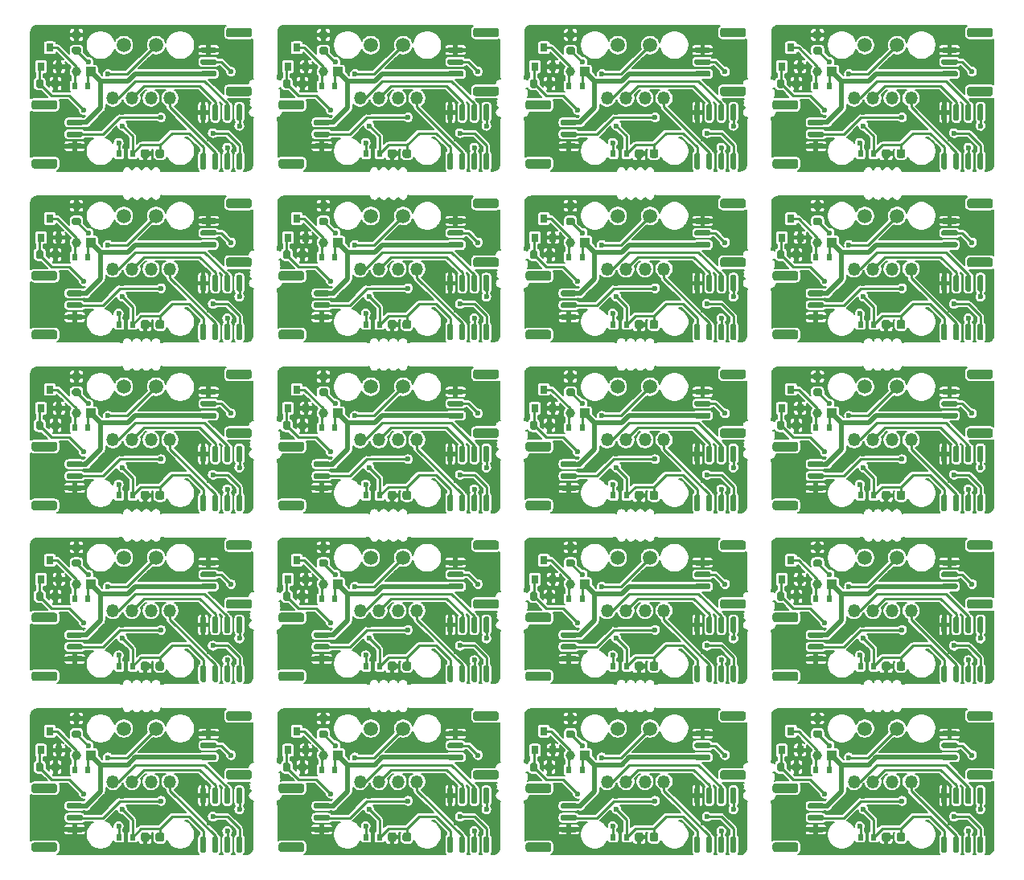
<source format=gtl>
G04 #@! TF.GenerationSoftware,KiCad,Pcbnew,(5.1.8)-1*
G04 #@! TF.CreationDate,2021-11-11T20:38:59+08:00*
G04 #@! TF.ProjectId,vibro-cloth-panelized,76696272-6f2d-4636-9c6f-74682d70616e,rev?*
G04 #@! TF.SameCoordinates,Original*
G04 #@! TF.FileFunction,Copper,L1,Top*
G04 #@! TF.FilePolarity,Positive*
%FSLAX46Y46*%
G04 Gerber Fmt 4.6, Leading zero omitted, Abs format (unit mm)*
G04 Created by KiCad (PCBNEW (5.1.8)-1) date 2021-11-11 20:38:59*
%MOMM*%
%LPD*%
G01*
G04 APERTURE LIST*
G04 #@! TA.AperFunction,SMDPad,CuDef*
%ADD10R,0.800000X0.900000*%
G04 #@! TD*
G04 #@! TA.AperFunction,SMDPad,CuDef*
%ADD11R,0.600000X0.700000*%
G04 #@! TD*
G04 #@! TA.AperFunction,ComponentPad*
%ADD12C,1.500000*%
G04 #@! TD*
G04 #@! TA.AperFunction,ComponentPad*
%ADD13R,1.000000X1.000000*%
G04 #@! TD*
G04 #@! TA.AperFunction,ComponentPad*
%ADD14C,1.000000*%
G04 #@! TD*
G04 #@! TA.AperFunction,ComponentPad*
%ADD15O,1.350000X1.350000*%
G04 #@! TD*
G04 #@! TA.AperFunction,ViaPad*
%ADD16C,0.600000*%
G04 #@! TD*
G04 #@! TA.AperFunction,Conductor*
%ADD17C,0.250000*%
G04 #@! TD*
G04 #@! TA.AperFunction,Conductor*
%ADD18C,0.500000*%
G04 #@! TD*
G04 #@! TA.AperFunction,Conductor*
%ADD19C,0.200000*%
G04 #@! TD*
G04 #@! TA.AperFunction,Conductor*
%ADD20C,0.150000*%
G04 #@! TD*
G04 APERTURE END LIST*
D10*
X129398028Y-126682037D03*
X131298028Y-126682037D03*
X130348028Y-124682037D03*
D11*
X132950028Y-128730037D03*
X134350028Y-128730037D03*
X137649028Y-135842037D03*
X139049028Y-135842037D03*
D12*
X141524028Y-124412037D03*
X138124028Y-124412037D03*
G04 #@! TA.AperFunction,SMDPad,CuDef*
G36*
G01*
X132260028Y-132260037D02*
X133660028Y-132260037D01*
G75*
G02*
X133810028Y-132410037I0J-150000D01*
G01*
X133810028Y-132710037D01*
G75*
G02*
X133660028Y-132860037I-150000J0D01*
G01*
X132260028Y-132860037D01*
G75*
G02*
X132110028Y-132710037I0J150000D01*
G01*
X132110028Y-132410037D01*
G75*
G02*
X132260028Y-132260037I150000J0D01*
G01*
G37*
G04 #@! TD.AperFunction*
G04 #@! TA.AperFunction,SMDPad,CuDef*
G36*
G01*
X132260028Y-133510037D02*
X133660028Y-133510037D01*
G75*
G02*
X133810028Y-133660037I0J-150000D01*
G01*
X133810028Y-133960037D01*
G75*
G02*
X133660028Y-134110037I-150000J0D01*
G01*
X132260028Y-134110037D01*
G75*
G02*
X132110028Y-133960037I0J150000D01*
G01*
X132110028Y-133660037D01*
G75*
G02*
X132260028Y-133510037I150000J0D01*
G01*
G37*
G04 #@! TD.AperFunction*
G04 #@! TA.AperFunction,SMDPad,CuDef*
G36*
G01*
X132260028Y-134760037D02*
X133660028Y-134760037D01*
G75*
G02*
X133810028Y-134910037I0J-150000D01*
G01*
X133810028Y-135210037D01*
G75*
G02*
X133660028Y-135360037I-150000J0D01*
G01*
X132260028Y-135360037D01*
G75*
G02*
X132110028Y-135210037I0J150000D01*
G01*
X132110028Y-134910037D01*
G75*
G02*
X132260028Y-134760037I150000J0D01*
G01*
G37*
G04 #@! TD.AperFunction*
G04 #@! TA.AperFunction,SMDPad,CuDef*
G36*
G01*
X128660028Y-130210037D02*
X130860028Y-130210037D01*
G75*
G02*
X131110028Y-130460037I0J-250000D01*
G01*
X131110028Y-130960037D01*
G75*
G02*
X130860028Y-131210037I-250000J0D01*
G01*
X128660028Y-131210037D01*
G75*
G02*
X128410028Y-130960037I0J250000D01*
G01*
X128410028Y-130460037D01*
G75*
G02*
X128660028Y-130210037I250000J0D01*
G01*
G37*
G04 #@! TD.AperFunction*
G04 #@! TA.AperFunction,SMDPad,CuDef*
G36*
G01*
X128660028Y-136410037D02*
X130860028Y-136410037D01*
G75*
G02*
X131110028Y-136660037I0J-250000D01*
G01*
X131110028Y-137160037D01*
G75*
G02*
X130860028Y-137410037I-250000J0D01*
G01*
X128660028Y-137410037D01*
G75*
G02*
X128410028Y-137160037I0J250000D01*
G01*
X128410028Y-136660037D01*
G75*
G02*
X128660028Y-136410037I250000J0D01*
G01*
G37*
G04 #@! TD.AperFunction*
G04 #@! TA.AperFunction,SMDPad,CuDef*
G36*
G01*
X147740028Y-127740037D02*
X146340028Y-127740037D01*
G75*
G02*
X146190028Y-127590037I0J150000D01*
G01*
X146190028Y-127290037D01*
G75*
G02*
X146340028Y-127140037I150000J0D01*
G01*
X147740028Y-127140037D01*
G75*
G02*
X147890028Y-127290037I0J-150000D01*
G01*
X147890028Y-127590037D01*
G75*
G02*
X147740028Y-127740037I-150000J0D01*
G01*
G37*
G04 #@! TD.AperFunction*
G04 #@! TA.AperFunction,SMDPad,CuDef*
G36*
G01*
X147740028Y-126490037D02*
X146340028Y-126490037D01*
G75*
G02*
X146190028Y-126340037I0J150000D01*
G01*
X146190028Y-126040037D01*
G75*
G02*
X146340028Y-125890037I150000J0D01*
G01*
X147740028Y-125890037D01*
G75*
G02*
X147890028Y-126040037I0J-150000D01*
G01*
X147890028Y-126340037D01*
G75*
G02*
X147740028Y-126490037I-150000J0D01*
G01*
G37*
G04 #@! TD.AperFunction*
G04 #@! TA.AperFunction,SMDPad,CuDef*
G36*
G01*
X147740028Y-125240037D02*
X146340028Y-125240037D01*
G75*
G02*
X146190028Y-125090037I0J150000D01*
G01*
X146190028Y-124790037D01*
G75*
G02*
X146340028Y-124640037I150000J0D01*
G01*
X147740028Y-124640037D01*
G75*
G02*
X147890028Y-124790037I0J-150000D01*
G01*
X147890028Y-125090037D01*
G75*
G02*
X147740028Y-125240037I-150000J0D01*
G01*
G37*
G04 #@! TD.AperFunction*
G04 #@! TA.AperFunction,SMDPad,CuDef*
G36*
G01*
X151340028Y-129790037D02*
X149140028Y-129790037D01*
G75*
G02*
X148890028Y-129540037I0J250000D01*
G01*
X148890028Y-129040037D01*
G75*
G02*
X149140028Y-128790037I250000J0D01*
G01*
X151340028Y-128790037D01*
G75*
G02*
X151590028Y-129040037I0J-250000D01*
G01*
X151590028Y-129540037D01*
G75*
G02*
X151340028Y-129790037I-250000J0D01*
G01*
G37*
G04 #@! TD.AperFunction*
G04 #@! TA.AperFunction,SMDPad,CuDef*
G36*
G01*
X151340028Y-123590037D02*
X149140028Y-123590037D01*
G75*
G02*
X148890028Y-123340037I0J250000D01*
G01*
X148890028Y-122840037D01*
G75*
G02*
X149140028Y-122590037I250000J0D01*
G01*
X151340028Y-122590037D01*
G75*
G02*
X151590028Y-122840037I0J-250000D01*
G01*
X151590028Y-123340037D01*
G75*
G02*
X151340028Y-123590037I-250000J0D01*
G01*
G37*
G04 #@! TD.AperFunction*
D13*
X134666028Y-127206037D03*
D14*
X133142028Y-127206037D03*
G04 #@! TA.AperFunction,SMDPad,CuDef*
G36*
G01*
X146627028Y-137514037D02*
X146327028Y-137514037D01*
G75*
G02*
X146177028Y-137364037I0J150000D01*
G01*
X146177028Y-135914037D01*
G75*
G02*
X146327028Y-135764037I150000J0D01*
G01*
X146627028Y-135764037D01*
G75*
G02*
X146777028Y-135914037I0J-150000D01*
G01*
X146777028Y-137364037D01*
G75*
G02*
X146627028Y-137514037I-150000J0D01*
G01*
G37*
G04 #@! TD.AperFunction*
G04 #@! TA.AperFunction,SMDPad,CuDef*
G36*
G01*
X147897028Y-137514037D02*
X147597028Y-137514037D01*
G75*
G02*
X147447028Y-137364037I0J150000D01*
G01*
X147447028Y-135914037D01*
G75*
G02*
X147597028Y-135764037I150000J0D01*
G01*
X147897028Y-135764037D01*
G75*
G02*
X148047028Y-135914037I0J-150000D01*
G01*
X148047028Y-137364037D01*
G75*
G02*
X147897028Y-137514037I-150000J0D01*
G01*
G37*
G04 #@! TD.AperFunction*
G04 #@! TA.AperFunction,SMDPad,CuDef*
G36*
G01*
X149167028Y-137514037D02*
X148867028Y-137514037D01*
G75*
G02*
X148717028Y-137364037I0J150000D01*
G01*
X148717028Y-135914037D01*
G75*
G02*
X148867028Y-135764037I150000J0D01*
G01*
X149167028Y-135764037D01*
G75*
G02*
X149317028Y-135914037I0J-150000D01*
G01*
X149317028Y-137364037D01*
G75*
G02*
X149167028Y-137514037I-150000J0D01*
G01*
G37*
G04 #@! TD.AperFunction*
G04 #@! TA.AperFunction,SMDPad,CuDef*
G36*
G01*
X150437028Y-137514037D02*
X150137028Y-137514037D01*
G75*
G02*
X149987028Y-137364037I0J150000D01*
G01*
X149987028Y-135914037D01*
G75*
G02*
X150137028Y-135764037I150000J0D01*
G01*
X150437028Y-135764037D01*
G75*
G02*
X150587028Y-135914037I0J-150000D01*
G01*
X150587028Y-137364037D01*
G75*
G02*
X150437028Y-137514037I-150000J0D01*
G01*
G37*
G04 #@! TD.AperFunction*
G04 #@! TA.AperFunction,SMDPad,CuDef*
G36*
G01*
X150437028Y-132364037D02*
X150137028Y-132364037D01*
G75*
G02*
X149987028Y-132214037I0J150000D01*
G01*
X149987028Y-130764037D01*
G75*
G02*
X150137028Y-130614037I150000J0D01*
G01*
X150437028Y-130614037D01*
G75*
G02*
X150587028Y-130764037I0J-150000D01*
G01*
X150587028Y-132214037D01*
G75*
G02*
X150437028Y-132364037I-150000J0D01*
G01*
G37*
G04 #@! TD.AperFunction*
G04 #@! TA.AperFunction,SMDPad,CuDef*
G36*
G01*
X149167028Y-132364037D02*
X148867028Y-132364037D01*
G75*
G02*
X148717028Y-132214037I0J150000D01*
G01*
X148717028Y-130764037D01*
G75*
G02*
X148867028Y-130614037I150000J0D01*
G01*
X149167028Y-130614037D01*
G75*
G02*
X149317028Y-130764037I0J-150000D01*
G01*
X149317028Y-132214037D01*
G75*
G02*
X149167028Y-132364037I-150000J0D01*
G01*
G37*
G04 #@! TD.AperFunction*
G04 #@! TA.AperFunction,SMDPad,CuDef*
G36*
G01*
X147897028Y-132364037D02*
X147597028Y-132364037D01*
G75*
G02*
X147447028Y-132214037I0J150000D01*
G01*
X147447028Y-130764037D01*
G75*
G02*
X147597028Y-130614037I150000J0D01*
G01*
X147897028Y-130614037D01*
G75*
G02*
X148047028Y-130764037I0J-150000D01*
G01*
X148047028Y-132214037D01*
G75*
G02*
X147897028Y-132364037I-150000J0D01*
G01*
G37*
G04 #@! TD.AperFunction*
G04 #@! TA.AperFunction,SMDPad,CuDef*
G36*
G01*
X146627028Y-132364037D02*
X146327028Y-132364037D01*
G75*
G02*
X146177028Y-132214037I0J150000D01*
G01*
X146177028Y-130764037D01*
G75*
G02*
X146327028Y-130614037I150000J0D01*
G01*
X146627028Y-130614037D01*
G75*
G02*
X146777028Y-130764037I0J-150000D01*
G01*
X146777028Y-132214037D01*
G75*
G02*
X146627028Y-132364037I-150000J0D01*
G01*
G37*
G04 #@! TD.AperFunction*
G04 #@! TA.AperFunction,SMDPad,CuDef*
G36*
G01*
X128869028Y-128751037D02*
X128869028Y-128201037D01*
G75*
G02*
X129069028Y-128001037I200000J0D01*
G01*
X129469028Y-128001037D01*
G75*
G02*
X129669028Y-128201037I0J-200000D01*
G01*
X129669028Y-128751037D01*
G75*
G02*
X129469028Y-128951037I-200000J0D01*
G01*
X129069028Y-128951037D01*
G75*
G02*
X128869028Y-128751037I0J200000D01*
G01*
G37*
G04 #@! TD.AperFunction*
G04 #@! TA.AperFunction,SMDPad,CuDef*
G36*
G01*
X130519028Y-128751037D02*
X130519028Y-128201037D01*
G75*
G02*
X130719028Y-128001037I200000J0D01*
G01*
X131119028Y-128001037D01*
G75*
G02*
X131319028Y-128201037I0J-200000D01*
G01*
X131319028Y-128751037D01*
G75*
G02*
X131119028Y-128951037I-200000J0D01*
G01*
X130719028Y-128951037D01*
G75*
G02*
X130519028Y-128751037I0J200000D01*
G01*
G37*
G04 #@! TD.AperFunction*
G04 #@! TA.AperFunction,SMDPad,CuDef*
G36*
G01*
X142368028Y-135592037D02*
X142368028Y-136092037D01*
G75*
G02*
X142143028Y-136317037I-225000J0D01*
G01*
X141693028Y-136317037D01*
G75*
G02*
X141468028Y-136092037I0J225000D01*
G01*
X141468028Y-135592037D01*
G75*
G02*
X141693028Y-135367037I225000J0D01*
G01*
X142143028Y-135367037D01*
G75*
G02*
X142368028Y-135592037I0J-225000D01*
G01*
G37*
G04 #@! TD.AperFunction*
G04 #@! TA.AperFunction,SMDPad,CuDef*
G36*
G01*
X140818028Y-135592037D02*
X140818028Y-136092037D01*
G75*
G02*
X140593028Y-136317037I-225000J0D01*
G01*
X140143028Y-136317037D01*
G75*
G02*
X139918028Y-136092037I0J225000D01*
G01*
X139918028Y-135592037D01*
G75*
G02*
X140143028Y-135367037I225000J0D01*
G01*
X140593028Y-135367037D01*
G75*
G02*
X140818028Y-135592037I0J-225000D01*
G01*
G37*
G04 #@! TD.AperFunction*
G04 #@! TA.AperFunction,SMDPad,CuDef*
G36*
G01*
X133417028Y-125383037D02*
X132867028Y-125383037D01*
G75*
G02*
X132667028Y-125183037I0J200000D01*
G01*
X132667028Y-124783037D01*
G75*
G02*
X132867028Y-124583037I200000J0D01*
G01*
X133417028Y-124583037D01*
G75*
G02*
X133617028Y-124783037I0J-200000D01*
G01*
X133617028Y-125183037D01*
G75*
G02*
X133417028Y-125383037I-200000J0D01*
G01*
G37*
G04 #@! TD.AperFunction*
G04 #@! TA.AperFunction,SMDPad,CuDef*
G36*
G01*
X133417028Y-123733037D02*
X132867028Y-123733037D01*
G75*
G02*
X132667028Y-123533037I0J200000D01*
G01*
X132667028Y-123133037D01*
G75*
G02*
X132867028Y-122933037I200000J0D01*
G01*
X133417028Y-122933037D01*
G75*
G02*
X133617028Y-123133037I0J-200000D01*
G01*
X133617028Y-123533037D01*
G75*
G02*
X133417028Y-123733037I-200000J0D01*
G01*
G37*
G04 #@! TD.AperFunction*
D15*
X136983528Y-130000037D03*
X138983528Y-130000037D03*
X140983528Y-130000037D03*
X142983528Y-130000037D03*
D10*
X103398019Y-126682037D03*
X105298019Y-126682037D03*
X104348019Y-124682037D03*
D11*
X106950019Y-128730037D03*
X108350019Y-128730037D03*
X111649019Y-135842037D03*
X113049019Y-135842037D03*
D12*
X115524019Y-124412037D03*
X112124019Y-124412037D03*
G04 #@! TA.AperFunction,SMDPad,CuDef*
G36*
G01*
X106260019Y-132260037D02*
X107660019Y-132260037D01*
G75*
G02*
X107810019Y-132410037I0J-150000D01*
G01*
X107810019Y-132710037D01*
G75*
G02*
X107660019Y-132860037I-150000J0D01*
G01*
X106260019Y-132860037D01*
G75*
G02*
X106110019Y-132710037I0J150000D01*
G01*
X106110019Y-132410037D01*
G75*
G02*
X106260019Y-132260037I150000J0D01*
G01*
G37*
G04 #@! TD.AperFunction*
G04 #@! TA.AperFunction,SMDPad,CuDef*
G36*
G01*
X106260019Y-133510037D02*
X107660019Y-133510037D01*
G75*
G02*
X107810019Y-133660037I0J-150000D01*
G01*
X107810019Y-133960037D01*
G75*
G02*
X107660019Y-134110037I-150000J0D01*
G01*
X106260019Y-134110037D01*
G75*
G02*
X106110019Y-133960037I0J150000D01*
G01*
X106110019Y-133660037D01*
G75*
G02*
X106260019Y-133510037I150000J0D01*
G01*
G37*
G04 #@! TD.AperFunction*
G04 #@! TA.AperFunction,SMDPad,CuDef*
G36*
G01*
X106260019Y-134760037D02*
X107660019Y-134760037D01*
G75*
G02*
X107810019Y-134910037I0J-150000D01*
G01*
X107810019Y-135210037D01*
G75*
G02*
X107660019Y-135360037I-150000J0D01*
G01*
X106260019Y-135360037D01*
G75*
G02*
X106110019Y-135210037I0J150000D01*
G01*
X106110019Y-134910037D01*
G75*
G02*
X106260019Y-134760037I150000J0D01*
G01*
G37*
G04 #@! TD.AperFunction*
G04 #@! TA.AperFunction,SMDPad,CuDef*
G36*
G01*
X102660019Y-130210037D02*
X104860019Y-130210037D01*
G75*
G02*
X105110019Y-130460037I0J-250000D01*
G01*
X105110019Y-130960037D01*
G75*
G02*
X104860019Y-131210037I-250000J0D01*
G01*
X102660019Y-131210037D01*
G75*
G02*
X102410019Y-130960037I0J250000D01*
G01*
X102410019Y-130460037D01*
G75*
G02*
X102660019Y-130210037I250000J0D01*
G01*
G37*
G04 #@! TD.AperFunction*
G04 #@! TA.AperFunction,SMDPad,CuDef*
G36*
G01*
X102660019Y-136410037D02*
X104860019Y-136410037D01*
G75*
G02*
X105110019Y-136660037I0J-250000D01*
G01*
X105110019Y-137160037D01*
G75*
G02*
X104860019Y-137410037I-250000J0D01*
G01*
X102660019Y-137410037D01*
G75*
G02*
X102410019Y-137160037I0J250000D01*
G01*
X102410019Y-136660037D01*
G75*
G02*
X102660019Y-136410037I250000J0D01*
G01*
G37*
G04 #@! TD.AperFunction*
G04 #@! TA.AperFunction,SMDPad,CuDef*
G36*
G01*
X121740019Y-127740037D02*
X120340019Y-127740037D01*
G75*
G02*
X120190019Y-127590037I0J150000D01*
G01*
X120190019Y-127290037D01*
G75*
G02*
X120340019Y-127140037I150000J0D01*
G01*
X121740019Y-127140037D01*
G75*
G02*
X121890019Y-127290037I0J-150000D01*
G01*
X121890019Y-127590037D01*
G75*
G02*
X121740019Y-127740037I-150000J0D01*
G01*
G37*
G04 #@! TD.AperFunction*
G04 #@! TA.AperFunction,SMDPad,CuDef*
G36*
G01*
X121740019Y-126490037D02*
X120340019Y-126490037D01*
G75*
G02*
X120190019Y-126340037I0J150000D01*
G01*
X120190019Y-126040037D01*
G75*
G02*
X120340019Y-125890037I150000J0D01*
G01*
X121740019Y-125890037D01*
G75*
G02*
X121890019Y-126040037I0J-150000D01*
G01*
X121890019Y-126340037D01*
G75*
G02*
X121740019Y-126490037I-150000J0D01*
G01*
G37*
G04 #@! TD.AperFunction*
G04 #@! TA.AperFunction,SMDPad,CuDef*
G36*
G01*
X121740019Y-125240037D02*
X120340019Y-125240037D01*
G75*
G02*
X120190019Y-125090037I0J150000D01*
G01*
X120190019Y-124790037D01*
G75*
G02*
X120340019Y-124640037I150000J0D01*
G01*
X121740019Y-124640037D01*
G75*
G02*
X121890019Y-124790037I0J-150000D01*
G01*
X121890019Y-125090037D01*
G75*
G02*
X121740019Y-125240037I-150000J0D01*
G01*
G37*
G04 #@! TD.AperFunction*
G04 #@! TA.AperFunction,SMDPad,CuDef*
G36*
G01*
X125340019Y-129790037D02*
X123140019Y-129790037D01*
G75*
G02*
X122890019Y-129540037I0J250000D01*
G01*
X122890019Y-129040037D01*
G75*
G02*
X123140019Y-128790037I250000J0D01*
G01*
X125340019Y-128790037D01*
G75*
G02*
X125590019Y-129040037I0J-250000D01*
G01*
X125590019Y-129540037D01*
G75*
G02*
X125340019Y-129790037I-250000J0D01*
G01*
G37*
G04 #@! TD.AperFunction*
G04 #@! TA.AperFunction,SMDPad,CuDef*
G36*
G01*
X125340019Y-123590037D02*
X123140019Y-123590037D01*
G75*
G02*
X122890019Y-123340037I0J250000D01*
G01*
X122890019Y-122840037D01*
G75*
G02*
X123140019Y-122590037I250000J0D01*
G01*
X125340019Y-122590037D01*
G75*
G02*
X125590019Y-122840037I0J-250000D01*
G01*
X125590019Y-123340037D01*
G75*
G02*
X125340019Y-123590037I-250000J0D01*
G01*
G37*
G04 #@! TD.AperFunction*
D13*
X108666019Y-127206037D03*
D14*
X107142019Y-127206037D03*
G04 #@! TA.AperFunction,SMDPad,CuDef*
G36*
G01*
X120627019Y-137514037D02*
X120327019Y-137514037D01*
G75*
G02*
X120177019Y-137364037I0J150000D01*
G01*
X120177019Y-135914037D01*
G75*
G02*
X120327019Y-135764037I150000J0D01*
G01*
X120627019Y-135764037D01*
G75*
G02*
X120777019Y-135914037I0J-150000D01*
G01*
X120777019Y-137364037D01*
G75*
G02*
X120627019Y-137514037I-150000J0D01*
G01*
G37*
G04 #@! TD.AperFunction*
G04 #@! TA.AperFunction,SMDPad,CuDef*
G36*
G01*
X121897019Y-137514037D02*
X121597019Y-137514037D01*
G75*
G02*
X121447019Y-137364037I0J150000D01*
G01*
X121447019Y-135914037D01*
G75*
G02*
X121597019Y-135764037I150000J0D01*
G01*
X121897019Y-135764037D01*
G75*
G02*
X122047019Y-135914037I0J-150000D01*
G01*
X122047019Y-137364037D01*
G75*
G02*
X121897019Y-137514037I-150000J0D01*
G01*
G37*
G04 #@! TD.AperFunction*
G04 #@! TA.AperFunction,SMDPad,CuDef*
G36*
G01*
X123167019Y-137514037D02*
X122867019Y-137514037D01*
G75*
G02*
X122717019Y-137364037I0J150000D01*
G01*
X122717019Y-135914037D01*
G75*
G02*
X122867019Y-135764037I150000J0D01*
G01*
X123167019Y-135764037D01*
G75*
G02*
X123317019Y-135914037I0J-150000D01*
G01*
X123317019Y-137364037D01*
G75*
G02*
X123167019Y-137514037I-150000J0D01*
G01*
G37*
G04 #@! TD.AperFunction*
G04 #@! TA.AperFunction,SMDPad,CuDef*
G36*
G01*
X124437019Y-137514037D02*
X124137019Y-137514037D01*
G75*
G02*
X123987019Y-137364037I0J150000D01*
G01*
X123987019Y-135914037D01*
G75*
G02*
X124137019Y-135764037I150000J0D01*
G01*
X124437019Y-135764037D01*
G75*
G02*
X124587019Y-135914037I0J-150000D01*
G01*
X124587019Y-137364037D01*
G75*
G02*
X124437019Y-137514037I-150000J0D01*
G01*
G37*
G04 #@! TD.AperFunction*
G04 #@! TA.AperFunction,SMDPad,CuDef*
G36*
G01*
X124437019Y-132364037D02*
X124137019Y-132364037D01*
G75*
G02*
X123987019Y-132214037I0J150000D01*
G01*
X123987019Y-130764037D01*
G75*
G02*
X124137019Y-130614037I150000J0D01*
G01*
X124437019Y-130614037D01*
G75*
G02*
X124587019Y-130764037I0J-150000D01*
G01*
X124587019Y-132214037D01*
G75*
G02*
X124437019Y-132364037I-150000J0D01*
G01*
G37*
G04 #@! TD.AperFunction*
G04 #@! TA.AperFunction,SMDPad,CuDef*
G36*
G01*
X123167019Y-132364037D02*
X122867019Y-132364037D01*
G75*
G02*
X122717019Y-132214037I0J150000D01*
G01*
X122717019Y-130764037D01*
G75*
G02*
X122867019Y-130614037I150000J0D01*
G01*
X123167019Y-130614037D01*
G75*
G02*
X123317019Y-130764037I0J-150000D01*
G01*
X123317019Y-132214037D01*
G75*
G02*
X123167019Y-132364037I-150000J0D01*
G01*
G37*
G04 #@! TD.AperFunction*
G04 #@! TA.AperFunction,SMDPad,CuDef*
G36*
G01*
X121897019Y-132364037D02*
X121597019Y-132364037D01*
G75*
G02*
X121447019Y-132214037I0J150000D01*
G01*
X121447019Y-130764037D01*
G75*
G02*
X121597019Y-130614037I150000J0D01*
G01*
X121897019Y-130614037D01*
G75*
G02*
X122047019Y-130764037I0J-150000D01*
G01*
X122047019Y-132214037D01*
G75*
G02*
X121897019Y-132364037I-150000J0D01*
G01*
G37*
G04 #@! TD.AperFunction*
G04 #@! TA.AperFunction,SMDPad,CuDef*
G36*
G01*
X120627019Y-132364037D02*
X120327019Y-132364037D01*
G75*
G02*
X120177019Y-132214037I0J150000D01*
G01*
X120177019Y-130764037D01*
G75*
G02*
X120327019Y-130614037I150000J0D01*
G01*
X120627019Y-130614037D01*
G75*
G02*
X120777019Y-130764037I0J-150000D01*
G01*
X120777019Y-132214037D01*
G75*
G02*
X120627019Y-132364037I-150000J0D01*
G01*
G37*
G04 #@! TD.AperFunction*
G04 #@! TA.AperFunction,SMDPad,CuDef*
G36*
G01*
X102869019Y-128751037D02*
X102869019Y-128201037D01*
G75*
G02*
X103069019Y-128001037I200000J0D01*
G01*
X103469019Y-128001037D01*
G75*
G02*
X103669019Y-128201037I0J-200000D01*
G01*
X103669019Y-128751037D01*
G75*
G02*
X103469019Y-128951037I-200000J0D01*
G01*
X103069019Y-128951037D01*
G75*
G02*
X102869019Y-128751037I0J200000D01*
G01*
G37*
G04 #@! TD.AperFunction*
G04 #@! TA.AperFunction,SMDPad,CuDef*
G36*
G01*
X104519019Y-128751037D02*
X104519019Y-128201037D01*
G75*
G02*
X104719019Y-128001037I200000J0D01*
G01*
X105119019Y-128001037D01*
G75*
G02*
X105319019Y-128201037I0J-200000D01*
G01*
X105319019Y-128751037D01*
G75*
G02*
X105119019Y-128951037I-200000J0D01*
G01*
X104719019Y-128951037D01*
G75*
G02*
X104519019Y-128751037I0J200000D01*
G01*
G37*
G04 #@! TD.AperFunction*
G04 #@! TA.AperFunction,SMDPad,CuDef*
G36*
G01*
X116368019Y-135592037D02*
X116368019Y-136092037D01*
G75*
G02*
X116143019Y-136317037I-225000J0D01*
G01*
X115693019Y-136317037D01*
G75*
G02*
X115468019Y-136092037I0J225000D01*
G01*
X115468019Y-135592037D01*
G75*
G02*
X115693019Y-135367037I225000J0D01*
G01*
X116143019Y-135367037D01*
G75*
G02*
X116368019Y-135592037I0J-225000D01*
G01*
G37*
G04 #@! TD.AperFunction*
G04 #@! TA.AperFunction,SMDPad,CuDef*
G36*
G01*
X114818019Y-135592037D02*
X114818019Y-136092037D01*
G75*
G02*
X114593019Y-136317037I-225000J0D01*
G01*
X114143019Y-136317037D01*
G75*
G02*
X113918019Y-136092037I0J225000D01*
G01*
X113918019Y-135592037D01*
G75*
G02*
X114143019Y-135367037I225000J0D01*
G01*
X114593019Y-135367037D01*
G75*
G02*
X114818019Y-135592037I0J-225000D01*
G01*
G37*
G04 #@! TD.AperFunction*
G04 #@! TA.AperFunction,SMDPad,CuDef*
G36*
G01*
X107417019Y-125383037D02*
X106867019Y-125383037D01*
G75*
G02*
X106667019Y-125183037I0J200000D01*
G01*
X106667019Y-124783037D01*
G75*
G02*
X106867019Y-124583037I200000J0D01*
G01*
X107417019Y-124583037D01*
G75*
G02*
X107617019Y-124783037I0J-200000D01*
G01*
X107617019Y-125183037D01*
G75*
G02*
X107417019Y-125383037I-200000J0D01*
G01*
G37*
G04 #@! TD.AperFunction*
G04 #@! TA.AperFunction,SMDPad,CuDef*
G36*
G01*
X107417019Y-123733037D02*
X106867019Y-123733037D01*
G75*
G02*
X106667019Y-123533037I0J200000D01*
G01*
X106667019Y-123133037D01*
G75*
G02*
X106867019Y-122933037I200000J0D01*
G01*
X107417019Y-122933037D01*
G75*
G02*
X107617019Y-123133037I0J-200000D01*
G01*
X107617019Y-123533037D01*
G75*
G02*
X107417019Y-123733037I-200000J0D01*
G01*
G37*
G04 #@! TD.AperFunction*
D15*
X110983519Y-130000037D03*
X112983519Y-130000037D03*
X114983519Y-130000037D03*
X116983519Y-130000037D03*
D10*
X77398010Y-126682037D03*
X79298010Y-126682037D03*
X78348010Y-124682037D03*
D11*
X80950010Y-128730037D03*
X82350010Y-128730037D03*
X85649010Y-135842037D03*
X87049010Y-135842037D03*
D12*
X89524010Y-124412037D03*
X86124010Y-124412037D03*
G04 #@! TA.AperFunction,SMDPad,CuDef*
G36*
G01*
X80260010Y-132260037D02*
X81660010Y-132260037D01*
G75*
G02*
X81810010Y-132410037I0J-150000D01*
G01*
X81810010Y-132710037D01*
G75*
G02*
X81660010Y-132860037I-150000J0D01*
G01*
X80260010Y-132860037D01*
G75*
G02*
X80110010Y-132710037I0J150000D01*
G01*
X80110010Y-132410037D01*
G75*
G02*
X80260010Y-132260037I150000J0D01*
G01*
G37*
G04 #@! TD.AperFunction*
G04 #@! TA.AperFunction,SMDPad,CuDef*
G36*
G01*
X80260010Y-133510037D02*
X81660010Y-133510037D01*
G75*
G02*
X81810010Y-133660037I0J-150000D01*
G01*
X81810010Y-133960037D01*
G75*
G02*
X81660010Y-134110037I-150000J0D01*
G01*
X80260010Y-134110037D01*
G75*
G02*
X80110010Y-133960037I0J150000D01*
G01*
X80110010Y-133660037D01*
G75*
G02*
X80260010Y-133510037I150000J0D01*
G01*
G37*
G04 #@! TD.AperFunction*
G04 #@! TA.AperFunction,SMDPad,CuDef*
G36*
G01*
X80260010Y-134760037D02*
X81660010Y-134760037D01*
G75*
G02*
X81810010Y-134910037I0J-150000D01*
G01*
X81810010Y-135210037D01*
G75*
G02*
X81660010Y-135360037I-150000J0D01*
G01*
X80260010Y-135360037D01*
G75*
G02*
X80110010Y-135210037I0J150000D01*
G01*
X80110010Y-134910037D01*
G75*
G02*
X80260010Y-134760037I150000J0D01*
G01*
G37*
G04 #@! TD.AperFunction*
G04 #@! TA.AperFunction,SMDPad,CuDef*
G36*
G01*
X76660010Y-130210037D02*
X78860010Y-130210037D01*
G75*
G02*
X79110010Y-130460037I0J-250000D01*
G01*
X79110010Y-130960037D01*
G75*
G02*
X78860010Y-131210037I-250000J0D01*
G01*
X76660010Y-131210037D01*
G75*
G02*
X76410010Y-130960037I0J250000D01*
G01*
X76410010Y-130460037D01*
G75*
G02*
X76660010Y-130210037I250000J0D01*
G01*
G37*
G04 #@! TD.AperFunction*
G04 #@! TA.AperFunction,SMDPad,CuDef*
G36*
G01*
X76660010Y-136410037D02*
X78860010Y-136410037D01*
G75*
G02*
X79110010Y-136660037I0J-250000D01*
G01*
X79110010Y-137160037D01*
G75*
G02*
X78860010Y-137410037I-250000J0D01*
G01*
X76660010Y-137410037D01*
G75*
G02*
X76410010Y-137160037I0J250000D01*
G01*
X76410010Y-136660037D01*
G75*
G02*
X76660010Y-136410037I250000J0D01*
G01*
G37*
G04 #@! TD.AperFunction*
G04 #@! TA.AperFunction,SMDPad,CuDef*
G36*
G01*
X95740010Y-127740037D02*
X94340010Y-127740037D01*
G75*
G02*
X94190010Y-127590037I0J150000D01*
G01*
X94190010Y-127290037D01*
G75*
G02*
X94340010Y-127140037I150000J0D01*
G01*
X95740010Y-127140037D01*
G75*
G02*
X95890010Y-127290037I0J-150000D01*
G01*
X95890010Y-127590037D01*
G75*
G02*
X95740010Y-127740037I-150000J0D01*
G01*
G37*
G04 #@! TD.AperFunction*
G04 #@! TA.AperFunction,SMDPad,CuDef*
G36*
G01*
X95740010Y-126490037D02*
X94340010Y-126490037D01*
G75*
G02*
X94190010Y-126340037I0J150000D01*
G01*
X94190010Y-126040037D01*
G75*
G02*
X94340010Y-125890037I150000J0D01*
G01*
X95740010Y-125890037D01*
G75*
G02*
X95890010Y-126040037I0J-150000D01*
G01*
X95890010Y-126340037D01*
G75*
G02*
X95740010Y-126490037I-150000J0D01*
G01*
G37*
G04 #@! TD.AperFunction*
G04 #@! TA.AperFunction,SMDPad,CuDef*
G36*
G01*
X95740010Y-125240037D02*
X94340010Y-125240037D01*
G75*
G02*
X94190010Y-125090037I0J150000D01*
G01*
X94190010Y-124790037D01*
G75*
G02*
X94340010Y-124640037I150000J0D01*
G01*
X95740010Y-124640037D01*
G75*
G02*
X95890010Y-124790037I0J-150000D01*
G01*
X95890010Y-125090037D01*
G75*
G02*
X95740010Y-125240037I-150000J0D01*
G01*
G37*
G04 #@! TD.AperFunction*
G04 #@! TA.AperFunction,SMDPad,CuDef*
G36*
G01*
X99340010Y-129790037D02*
X97140010Y-129790037D01*
G75*
G02*
X96890010Y-129540037I0J250000D01*
G01*
X96890010Y-129040037D01*
G75*
G02*
X97140010Y-128790037I250000J0D01*
G01*
X99340010Y-128790037D01*
G75*
G02*
X99590010Y-129040037I0J-250000D01*
G01*
X99590010Y-129540037D01*
G75*
G02*
X99340010Y-129790037I-250000J0D01*
G01*
G37*
G04 #@! TD.AperFunction*
G04 #@! TA.AperFunction,SMDPad,CuDef*
G36*
G01*
X99340010Y-123590037D02*
X97140010Y-123590037D01*
G75*
G02*
X96890010Y-123340037I0J250000D01*
G01*
X96890010Y-122840037D01*
G75*
G02*
X97140010Y-122590037I250000J0D01*
G01*
X99340010Y-122590037D01*
G75*
G02*
X99590010Y-122840037I0J-250000D01*
G01*
X99590010Y-123340037D01*
G75*
G02*
X99340010Y-123590037I-250000J0D01*
G01*
G37*
G04 #@! TD.AperFunction*
D13*
X82666010Y-127206037D03*
D14*
X81142010Y-127206037D03*
G04 #@! TA.AperFunction,SMDPad,CuDef*
G36*
G01*
X94627010Y-137514037D02*
X94327010Y-137514037D01*
G75*
G02*
X94177010Y-137364037I0J150000D01*
G01*
X94177010Y-135914037D01*
G75*
G02*
X94327010Y-135764037I150000J0D01*
G01*
X94627010Y-135764037D01*
G75*
G02*
X94777010Y-135914037I0J-150000D01*
G01*
X94777010Y-137364037D01*
G75*
G02*
X94627010Y-137514037I-150000J0D01*
G01*
G37*
G04 #@! TD.AperFunction*
G04 #@! TA.AperFunction,SMDPad,CuDef*
G36*
G01*
X95897010Y-137514037D02*
X95597010Y-137514037D01*
G75*
G02*
X95447010Y-137364037I0J150000D01*
G01*
X95447010Y-135914037D01*
G75*
G02*
X95597010Y-135764037I150000J0D01*
G01*
X95897010Y-135764037D01*
G75*
G02*
X96047010Y-135914037I0J-150000D01*
G01*
X96047010Y-137364037D01*
G75*
G02*
X95897010Y-137514037I-150000J0D01*
G01*
G37*
G04 #@! TD.AperFunction*
G04 #@! TA.AperFunction,SMDPad,CuDef*
G36*
G01*
X97167010Y-137514037D02*
X96867010Y-137514037D01*
G75*
G02*
X96717010Y-137364037I0J150000D01*
G01*
X96717010Y-135914037D01*
G75*
G02*
X96867010Y-135764037I150000J0D01*
G01*
X97167010Y-135764037D01*
G75*
G02*
X97317010Y-135914037I0J-150000D01*
G01*
X97317010Y-137364037D01*
G75*
G02*
X97167010Y-137514037I-150000J0D01*
G01*
G37*
G04 #@! TD.AperFunction*
G04 #@! TA.AperFunction,SMDPad,CuDef*
G36*
G01*
X98437010Y-137514037D02*
X98137010Y-137514037D01*
G75*
G02*
X97987010Y-137364037I0J150000D01*
G01*
X97987010Y-135914037D01*
G75*
G02*
X98137010Y-135764037I150000J0D01*
G01*
X98437010Y-135764037D01*
G75*
G02*
X98587010Y-135914037I0J-150000D01*
G01*
X98587010Y-137364037D01*
G75*
G02*
X98437010Y-137514037I-150000J0D01*
G01*
G37*
G04 #@! TD.AperFunction*
G04 #@! TA.AperFunction,SMDPad,CuDef*
G36*
G01*
X98437010Y-132364037D02*
X98137010Y-132364037D01*
G75*
G02*
X97987010Y-132214037I0J150000D01*
G01*
X97987010Y-130764037D01*
G75*
G02*
X98137010Y-130614037I150000J0D01*
G01*
X98437010Y-130614037D01*
G75*
G02*
X98587010Y-130764037I0J-150000D01*
G01*
X98587010Y-132214037D01*
G75*
G02*
X98437010Y-132364037I-150000J0D01*
G01*
G37*
G04 #@! TD.AperFunction*
G04 #@! TA.AperFunction,SMDPad,CuDef*
G36*
G01*
X97167010Y-132364037D02*
X96867010Y-132364037D01*
G75*
G02*
X96717010Y-132214037I0J150000D01*
G01*
X96717010Y-130764037D01*
G75*
G02*
X96867010Y-130614037I150000J0D01*
G01*
X97167010Y-130614037D01*
G75*
G02*
X97317010Y-130764037I0J-150000D01*
G01*
X97317010Y-132214037D01*
G75*
G02*
X97167010Y-132364037I-150000J0D01*
G01*
G37*
G04 #@! TD.AperFunction*
G04 #@! TA.AperFunction,SMDPad,CuDef*
G36*
G01*
X95897010Y-132364037D02*
X95597010Y-132364037D01*
G75*
G02*
X95447010Y-132214037I0J150000D01*
G01*
X95447010Y-130764037D01*
G75*
G02*
X95597010Y-130614037I150000J0D01*
G01*
X95897010Y-130614037D01*
G75*
G02*
X96047010Y-130764037I0J-150000D01*
G01*
X96047010Y-132214037D01*
G75*
G02*
X95897010Y-132364037I-150000J0D01*
G01*
G37*
G04 #@! TD.AperFunction*
G04 #@! TA.AperFunction,SMDPad,CuDef*
G36*
G01*
X94627010Y-132364037D02*
X94327010Y-132364037D01*
G75*
G02*
X94177010Y-132214037I0J150000D01*
G01*
X94177010Y-130764037D01*
G75*
G02*
X94327010Y-130614037I150000J0D01*
G01*
X94627010Y-130614037D01*
G75*
G02*
X94777010Y-130764037I0J-150000D01*
G01*
X94777010Y-132214037D01*
G75*
G02*
X94627010Y-132364037I-150000J0D01*
G01*
G37*
G04 #@! TD.AperFunction*
G04 #@! TA.AperFunction,SMDPad,CuDef*
G36*
G01*
X76869010Y-128751037D02*
X76869010Y-128201037D01*
G75*
G02*
X77069010Y-128001037I200000J0D01*
G01*
X77469010Y-128001037D01*
G75*
G02*
X77669010Y-128201037I0J-200000D01*
G01*
X77669010Y-128751037D01*
G75*
G02*
X77469010Y-128951037I-200000J0D01*
G01*
X77069010Y-128951037D01*
G75*
G02*
X76869010Y-128751037I0J200000D01*
G01*
G37*
G04 #@! TD.AperFunction*
G04 #@! TA.AperFunction,SMDPad,CuDef*
G36*
G01*
X78519010Y-128751037D02*
X78519010Y-128201037D01*
G75*
G02*
X78719010Y-128001037I200000J0D01*
G01*
X79119010Y-128001037D01*
G75*
G02*
X79319010Y-128201037I0J-200000D01*
G01*
X79319010Y-128751037D01*
G75*
G02*
X79119010Y-128951037I-200000J0D01*
G01*
X78719010Y-128951037D01*
G75*
G02*
X78519010Y-128751037I0J200000D01*
G01*
G37*
G04 #@! TD.AperFunction*
G04 #@! TA.AperFunction,SMDPad,CuDef*
G36*
G01*
X90368010Y-135592037D02*
X90368010Y-136092037D01*
G75*
G02*
X90143010Y-136317037I-225000J0D01*
G01*
X89693010Y-136317037D01*
G75*
G02*
X89468010Y-136092037I0J225000D01*
G01*
X89468010Y-135592037D01*
G75*
G02*
X89693010Y-135367037I225000J0D01*
G01*
X90143010Y-135367037D01*
G75*
G02*
X90368010Y-135592037I0J-225000D01*
G01*
G37*
G04 #@! TD.AperFunction*
G04 #@! TA.AperFunction,SMDPad,CuDef*
G36*
G01*
X88818010Y-135592037D02*
X88818010Y-136092037D01*
G75*
G02*
X88593010Y-136317037I-225000J0D01*
G01*
X88143010Y-136317037D01*
G75*
G02*
X87918010Y-136092037I0J225000D01*
G01*
X87918010Y-135592037D01*
G75*
G02*
X88143010Y-135367037I225000J0D01*
G01*
X88593010Y-135367037D01*
G75*
G02*
X88818010Y-135592037I0J-225000D01*
G01*
G37*
G04 #@! TD.AperFunction*
G04 #@! TA.AperFunction,SMDPad,CuDef*
G36*
G01*
X81417010Y-125383037D02*
X80867010Y-125383037D01*
G75*
G02*
X80667010Y-125183037I0J200000D01*
G01*
X80667010Y-124783037D01*
G75*
G02*
X80867010Y-124583037I200000J0D01*
G01*
X81417010Y-124583037D01*
G75*
G02*
X81617010Y-124783037I0J-200000D01*
G01*
X81617010Y-125183037D01*
G75*
G02*
X81417010Y-125383037I-200000J0D01*
G01*
G37*
G04 #@! TD.AperFunction*
G04 #@! TA.AperFunction,SMDPad,CuDef*
G36*
G01*
X81417010Y-123733037D02*
X80867010Y-123733037D01*
G75*
G02*
X80667010Y-123533037I0J200000D01*
G01*
X80667010Y-123133037D01*
G75*
G02*
X80867010Y-122933037I200000J0D01*
G01*
X81417010Y-122933037D01*
G75*
G02*
X81617010Y-123133037I0J-200000D01*
G01*
X81617010Y-123533037D01*
G75*
G02*
X81417010Y-123733037I-200000J0D01*
G01*
G37*
G04 #@! TD.AperFunction*
D15*
X84983510Y-130000037D03*
X86983510Y-130000037D03*
X88983510Y-130000037D03*
X90983510Y-130000037D03*
D10*
X51398001Y-126682037D03*
X53298001Y-126682037D03*
X52348001Y-124682037D03*
D11*
X54950001Y-128730037D03*
X56350001Y-128730037D03*
X59649001Y-135842037D03*
X61049001Y-135842037D03*
D12*
X63524001Y-124412037D03*
X60124001Y-124412037D03*
G04 #@! TA.AperFunction,SMDPad,CuDef*
G36*
G01*
X54260001Y-132260037D02*
X55660001Y-132260037D01*
G75*
G02*
X55810001Y-132410037I0J-150000D01*
G01*
X55810001Y-132710037D01*
G75*
G02*
X55660001Y-132860037I-150000J0D01*
G01*
X54260001Y-132860037D01*
G75*
G02*
X54110001Y-132710037I0J150000D01*
G01*
X54110001Y-132410037D01*
G75*
G02*
X54260001Y-132260037I150000J0D01*
G01*
G37*
G04 #@! TD.AperFunction*
G04 #@! TA.AperFunction,SMDPad,CuDef*
G36*
G01*
X54260001Y-133510037D02*
X55660001Y-133510037D01*
G75*
G02*
X55810001Y-133660037I0J-150000D01*
G01*
X55810001Y-133960037D01*
G75*
G02*
X55660001Y-134110037I-150000J0D01*
G01*
X54260001Y-134110037D01*
G75*
G02*
X54110001Y-133960037I0J150000D01*
G01*
X54110001Y-133660037D01*
G75*
G02*
X54260001Y-133510037I150000J0D01*
G01*
G37*
G04 #@! TD.AperFunction*
G04 #@! TA.AperFunction,SMDPad,CuDef*
G36*
G01*
X54260001Y-134760037D02*
X55660001Y-134760037D01*
G75*
G02*
X55810001Y-134910037I0J-150000D01*
G01*
X55810001Y-135210037D01*
G75*
G02*
X55660001Y-135360037I-150000J0D01*
G01*
X54260001Y-135360037D01*
G75*
G02*
X54110001Y-135210037I0J150000D01*
G01*
X54110001Y-134910037D01*
G75*
G02*
X54260001Y-134760037I150000J0D01*
G01*
G37*
G04 #@! TD.AperFunction*
G04 #@! TA.AperFunction,SMDPad,CuDef*
G36*
G01*
X50660001Y-130210037D02*
X52860001Y-130210037D01*
G75*
G02*
X53110001Y-130460037I0J-250000D01*
G01*
X53110001Y-130960037D01*
G75*
G02*
X52860001Y-131210037I-250000J0D01*
G01*
X50660001Y-131210037D01*
G75*
G02*
X50410001Y-130960037I0J250000D01*
G01*
X50410001Y-130460037D01*
G75*
G02*
X50660001Y-130210037I250000J0D01*
G01*
G37*
G04 #@! TD.AperFunction*
G04 #@! TA.AperFunction,SMDPad,CuDef*
G36*
G01*
X50660001Y-136410037D02*
X52860001Y-136410037D01*
G75*
G02*
X53110001Y-136660037I0J-250000D01*
G01*
X53110001Y-137160037D01*
G75*
G02*
X52860001Y-137410037I-250000J0D01*
G01*
X50660001Y-137410037D01*
G75*
G02*
X50410001Y-137160037I0J250000D01*
G01*
X50410001Y-136660037D01*
G75*
G02*
X50660001Y-136410037I250000J0D01*
G01*
G37*
G04 #@! TD.AperFunction*
G04 #@! TA.AperFunction,SMDPad,CuDef*
G36*
G01*
X69740001Y-127740037D02*
X68340001Y-127740037D01*
G75*
G02*
X68190001Y-127590037I0J150000D01*
G01*
X68190001Y-127290037D01*
G75*
G02*
X68340001Y-127140037I150000J0D01*
G01*
X69740001Y-127140037D01*
G75*
G02*
X69890001Y-127290037I0J-150000D01*
G01*
X69890001Y-127590037D01*
G75*
G02*
X69740001Y-127740037I-150000J0D01*
G01*
G37*
G04 #@! TD.AperFunction*
G04 #@! TA.AperFunction,SMDPad,CuDef*
G36*
G01*
X69740001Y-126490037D02*
X68340001Y-126490037D01*
G75*
G02*
X68190001Y-126340037I0J150000D01*
G01*
X68190001Y-126040037D01*
G75*
G02*
X68340001Y-125890037I150000J0D01*
G01*
X69740001Y-125890037D01*
G75*
G02*
X69890001Y-126040037I0J-150000D01*
G01*
X69890001Y-126340037D01*
G75*
G02*
X69740001Y-126490037I-150000J0D01*
G01*
G37*
G04 #@! TD.AperFunction*
G04 #@! TA.AperFunction,SMDPad,CuDef*
G36*
G01*
X69740001Y-125240037D02*
X68340001Y-125240037D01*
G75*
G02*
X68190001Y-125090037I0J150000D01*
G01*
X68190001Y-124790037D01*
G75*
G02*
X68340001Y-124640037I150000J0D01*
G01*
X69740001Y-124640037D01*
G75*
G02*
X69890001Y-124790037I0J-150000D01*
G01*
X69890001Y-125090037D01*
G75*
G02*
X69740001Y-125240037I-150000J0D01*
G01*
G37*
G04 #@! TD.AperFunction*
G04 #@! TA.AperFunction,SMDPad,CuDef*
G36*
G01*
X73340001Y-129790037D02*
X71140001Y-129790037D01*
G75*
G02*
X70890001Y-129540037I0J250000D01*
G01*
X70890001Y-129040037D01*
G75*
G02*
X71140001Y-128790037I250000J0D01*
G01*
X73340001Y-128790037D01*
G75*
G02*
X73590001Y-129040037I0J-250000D01*
G01*
X73590001Y-129540037D01*
G75*
G02*
X73340001Y-129790037I-250000J0D01*
G01*
G37*
G04 #@! TD.AperFunction*
G04 #@! TA.AperFunction,SMDPad,CuDef*
G36*
G01*
X73340001Y-123590037D02*
X71140001Y-123590037D01*
G75*
G02*
X70890001Y-123340037I0J250000D01*
G01*
X70890001Y-122840037D01*
G75*
G02*
X71140001Y-122590037I250000J0D01*
G01*
X73340001Y-122590037D01*
G75*
G02*
X73590001Y-122840037I0J-250000D01*
G01*
X73590001Y-123340037D01*
G75*
G02*
X73340001Y-123590037I-250000J0D01*
G01*
G37*
G04 #@! TD.AperFunction*
D13*
X56666001Y-127206037D03*
D14*
X55142001Y-127206037D03*
G04 #@! TA.AperFunction,SMDPad,CuDef*
G36*
G01*
X68627001Y-137514037D02*
X68327001Y-137514037D01*
G75*
G02*
X68177001Y-137364037I0J150000D01*
G01*
X68177001Y-135914037D01*
G75*
G02*
X68327001Y-135764037I150000J0D01*
G01*
X68627001Y-135764037D01*
G75*
G02*
X68777001Y-135914037I0J-150000D01*
G01*
X68777001Y-137364037D01*
G75*
G02*
X68627001Y-137514037I-150000J0D01*
G01*
G37*
G04 #@! TD.AperFunction*
G04 #@! TA.AperFunction,SMDPad,CuDef*
G36*
G01*
X69897001Y-137514037D02*
X69597001Y-137514037D01*
G75*
G02*
X69447001Y-137364037I0J150000D01*
G01*
X69447001Y-135914037D01*
G75*
G02*
X69597001Y-135764037I150000J0D01*
G01*
X69897001Y-135764037D01*
G75*
G02*
X70047001Y-135914037I0J-150000D01*
G01*
X70047001Y-137364037D01*
G75*
G02*
X69897001Y-137514037I-150000J0D01*
G01*
G37*
G04 #@! TD.AperFunction*
G04 #@! TA.AperFunction,SMDPad,CuDef*
G36*
G01*
X71167001Y-137514037D02*
X70867001Y-137514037D01*
G75*
G02*
X70717001Y-137364037I0J150000D01*
G01*
X70717001Y-135914037D01*
G75*
G02*
X70867001Y-135764037I150000J0D01*
G01*
X71167001Y-135764037D01*
G75*
G02*
X71317001Y-135914037I0J-150000D01*
G01*
X71317001Y-137364037D01*
G75*
G02*
X71167001Y-137514037I-150000J0D01*
G01*
G37*
G04 #@! TD.AperFunction*
G04 #@! TA.AperFunction,SMDPad,CuDef*
G36*
G01*
X72437001Y-137514037D02*
X72137001Y-137514037D01*
G75*
G02*
X71987001Y-137364037I0J150000D01*
G01*
X71987001Y-135914037D01*
G75*
G02*
X72137001Y-135764037I150000J0D01*
G01*
X72437001Y-135764037D01*
G75*
G02*
X72587001Y-135914037I0J-150000D01*
G01*
X72587001Y-137364037D01*
G75*
G02*
X72437001Y-137514037I-150000J0D01*
G01*
G37*
G04 #@! TD.AperFunction*
G04 #@! TA.AperFunction,SMDPad,CuDef*
G36*
G01*
X72437001Y-132364037D02*
X72137001Y-132364037D01*
G75*
G02*
X71987001Y-132214037I0J150000D01*
G01*
X71987001Y-130764037D01*
G75*
G02*
X72137001Y-130614037I150000J0D01*
G01*
X72437001Y-130614037D01*
G75*
G02*
X72587001Y-130764037I0J-150000D01*
G01*
X72587001Y-132214037D01*
G75*
G02*
X72437001Y-132364037I-150000J0D01*
G01*
G37*
G04 #@! TD.AperFunction*
G04 #@! TA.AperFunction,SMDPad,CuDef*
G36*
G01*
X71167001Y-132364037D02*
X70867001Y-132364037D01*
G75*
G02*
X70717001Y-132214037I0J150000D01*
G01*
X70717001Y-130764037D01*
G75*
G02*
X70867001Y-130614037I150000J0D01*
G01*
X71167001Y-130614037D01*
G75*
G02*
X71317001Y-130764037I0J-150000D01*
G01*
X71317001Y-132214037D01*
G75*
G02*
X71167001Y-132364037I-150000J0D01*
G01*
G37*
G04 #@! TD.AperFunction*
G04 #@! TA.AperFunction,SMDPad,CuDef*
G36*
G01*
X69897001Y-132364037D02*
X69597001Y-132364037D01*
G75*
G02*
X69447001Y-132214037I0J150000D01*
G01*
X69447001Y-130764037D01*
G75*
G02*
X69597001Y-130614037I150000J0D01*
G01*
X69897001Y-130614037D01*
G75*
G02*
X70047001Y-130764037I0J-150000D01*
G01*
X70047001Y-132214037D01*
G75*
G02*
X69897001Y-132364037I-150000J0D01*
G01*
G37*
G04 #@! TD.AperFunction*
G04 #@! TA.AperFunction,SMDPad,CuDef*
G36*
G01*
X68627001Y-132364037D02*
X68327001Y-132364037D01*
G75*
G02*
X68177001Y-132214037I0J150000D01*
G01*
X68177001Y-130764037D01*
G75*
G02*
X68327001Y-130614037I150000J0D01*
G01*
X68627001Y-130614037D01*
G75*
G02*
X68777001Y-130764037I0J-150000D01*
G01*
X68777001Y-132214037D01*
G75*
G02*
X68627001Y-132364037I-150000J0D01*
G01*
G37*
G04 #@! TD.AperFunction*
G04 #@! TA.AperFunction,SMDPad,CuDef*
G36*
G01*
X50869001Y-128751037D02*
X50869001Y-128201037D01*
G75*
G02*
X51069001Y-128001037I200000J0D01*
G01*
X51469001Y-128001037D01*
G75*
G02*
X51669001Y-128201037I0J-200000D01*
G01*
X51669001Y-128751037D01*
G75*
G02*
X51469001Y-128951037I-200000J0D01*
G01*
X51069001Y-128951037D01*
G75*
G02*
X50869001Y-128751037I0J200000D01*
G01*
G37*
G04 #@! TD.AperFunction*
G04 #@! TA.AperFunction,SMDPad,CuDef*
G36*
G01*
X52519001Y-128751037D02*
X52519001Y-128201037D01*
G75*
G02*
X52719001Y-128001037I200000J0D01*
G01*
X53119001Y-128001037D01*
G75*
G02*
X53319001Y-128201037I0J-200000D01*
G01*
X53319001Y-128751037D01*
G75*
G02*
X53119001Y-128951037I-200000J0D01*
G01*
X52719001Y-128951037D01*
G75*
G02*
X52519001Y-128751037I0J200000D01*
G01*
G37*
G04 #@! TD.AperFunction*
G04 #@! TA.AperFunction,SMDPad,CuDef*
G36*
G01*
X64368001Y-135592037D02*
X64368001Y-136092037D01*
G75*
G02*
X64143001Y-136317037I-225000J0D01*
G01*
X63693001Y-136317037D01*
G75*
G02*
X63468001Y-136092037I0J225000D01*
G01*
X63468001Y-135592037D01*
G75*
G02*
X63693001Y-135367037I225000J0D01*
G01*
X64143001Y-135367037D01*
G75*
G02*
X64368001Y-135592037I0J-225000D01*
G01*
G37*
G04 #@! TD.AperFunction*
G04 #@! TA.AperFunction,SMDPad,CuDef*
G36*
G01*
X62818001Y-135592037D02*
X62818001Y-136092037D01*
G75*
G02*
X62593001Y-136317037I-225000J0D01*
G01*
X62143001Y-136317037D01*
G75*
G02*
X61918001Y-136092037I0J225000D01*
G01*
X61918001Y-135592037D01*
G75*
G02*
X62143001Y-135367037I225000J0D01*
G01*
X62593001Y-135367037D01*
G75*
G02*
X62818001Y-135592037I0J-225000D01*
G01*
G37*
G04 #@! TD.AperFunction*
G04 #@! TA.AperFunction,SMDPad,CuDef*
G36*
G01*
X55417001Y-125383037D02*
X54867001Y-125383037D01*
G75*
G02*
X54667001Y-125183037I0J200000D01*
G01*
X54667001Y-124783037D01*
G75*
G02*
X54867001Y-124583037I200000J0D01*
G01*
X55417001Y-124583037D01*
G75*
G02*
X55617001Y-124783037I0J-200000D01*
G01*
X55617001Y-125183037D01*
G75*
G02*
X55417001Y-125383037I-200000J0D01*
G01*
G37*
G04 #@! TD.AperFunction*
G04 #@! TA.AperFunction,SMDPad,CuDef*
G36*
G01*
X55417001Y-123733037D02*
X54867001Y-123733037D01*
G75*
G02*
X54667001Y-123533037I0J200000D01*
G01*
X54667001Y-123133037D01*
G75*
G02*
X54867001Y-122933037I200000J0D01*
G01*
X55417001Y-122933037D01*
G75*
G02*
X55617001Y-123133037I0J-200000D01*
G01*
X55617001Y-123533037D01*
G75*
G02*
X55417001Y-123733037I-200000J0D01*
G01*
G37*
G04 #@! TD.AperFunction*
D15*
X58983501Y-130000037D03*
X60983501Y-130000037D03*
X62983501Y-130000037D03*
X64983501Y-130000037D03*
D10*
X129398028Y-108682028D03*
X131298028Y-108682028D03*
X130348028Y-106682028D03*
D11*
X132950028Y-110730028D03*
X134350028Y-110730028D03*
X137649028Y-117842028D03*
X139049028Y-117842028D03*
D12*
X141524028Y-106412028D03*
X138124028Y-106412028D03*
G04 #@! TA.AperFunction,SMDPad,CuDef*
G36*
G01*
X132260028Y-114260028D02*
X133660028Y-114260028D01*
G75*
G02*
X133810028Y-114410028I0J-150000D01*
G01*
X133810028Y-114710028D01*
G75*
G02*
X133660028Y-114860028I-150000J0D01*
G01*
X132260028Y-114860028D01*
G75*
G02*
X132110028Y-114710028I0J150000D01*
G01*
X132110028Y-114410028D01*
G75*
G02*
X132260028Y-114260028I150000J0D01*
G01*
G37*
G04 #@! TD.AperFunction*
G04 #@! TA.AperFunction,SMDPad,CuDef*
G36*
G01*
X132260028Y-115510028D02*
X133660028Y-115510028D01*
G75*
G02*
X133810028Y-115660028I0J-150000D01*
G01*
X133810028Y-115960028D01*
G75*
G02*
X133660028Y-116110028I-150000J0D01*
G01*
X132260028Y-116110028D01*
G75*
G02*
X132110028Y-115960028I0J150000D01*
G01*
X132110028Y-115660028D01*
G75*
G02*
X132260028Y-115510028I150000J0D01*
G01*
G37*
G04 #@! TD.AperFunction*
G04 #@! TA.AperFunction,SMDPad,CuDef*
G36*
G01*
X132260028Y-116760028D02*
X133660028Y-116760028D01*
G75*
G02*
X133810028Y-116910028I0J-150000D01*
G01*
X133810028Y-117210028D01*
G75*
G02*
X133660028Y-117360028I-150000J0D01*
G01*
X132260028Y-117360028D01*
G75*
G02*
X132110028Y-117210028I0J150000D01*
G01*
X132110028Y-116910028D01*
G75*
G02*
X132260028Y-116760028I150000J0D01*
G01*
G37*
G04 #@! TD.AperFunction*
G04 #@! TA.AperFunction,SMDPad,CuDef*
G36*
G01*
X128660028Y-112210028D02*
X130860028Y-112210028D01*
G75*
G02*
X131110028Y-112460028I0J-250000D01*
G01*
X131110028Y-112960028D01*
G75*
G02*
X130860028Y-113210028I-250000J0D01*
G01*
X128660028Y-113210028D01*
G75*
G02*
X128410028Y-112960028I0J250000D01*
G01*
X128410028Y-112460028D01*
G75*
G02*
X128660028Y-112210028I250000J0D01*
G01*
G37*
G04 #@! TD.AperFunction*
G04 #@! TA.AperFunction,SMDPad,CuDef*
G36*
G01*
X128660028Y-118410028D02*
X130860028Y-118410028D01*
G75*
G02*
X131110028Y-118660028I0J-250000D01*
G01*
X131110028Y-119160028D01*
G75*
G02*
X130860028Y-119410028I-250000J0D01*
G01*
X128660028Y-119410028D01*
G75*
G02*
X128410028Y-119160028I0J250000D01*
G01*
X128410028Y-118660028D01*
G75*
G02*
X128660028Y-118410028I250000J0D01*
G01*
G37*
G04 #@! TD.AperFunction*
G04 #@! TA.AperFunction,SMDPad,CuDef*
G36*
G01*
X147740028Y-109740028D02*
X146340028Y-109740028D01*
G75*
G02*
X146190028Y-109590028I0J150000D01*
G01*
X146190028Y-109290028D01*
G75*
G02*
X146340028Y-109140028I150000J0D01*
G01*
X147740028Y-109140028D01*
G75*
G02*
X147890028Y-109290028I0J-150000D01*
G01*
X147890028Y-109590028D01*
G75*
G02*
X147740028Y-109740028I-150000J0D01*
G01*
G37*
G04 #@! TD.AperFunction*
G04 #@! TA.AperFunction,SMDPad,CuDef*
G36*
G01*
X147740028Y-108490028D02*
X146340028Y-108490028D01*
G75*
G02*
X146190028Y-108340028I0J150000D01*
G01*
X146190028Y-108040028D01*
G75*
G02*
X146340028Y-107890028I150000J0D01*
G01*
X147740028Y-107890028D01*
G75*
G02*
X147890028Y-108040028I0J-150000D01*
G01*
X147890028Y-108340028D01*
G75*
G02*
X147740028Y-108490028I-150000J0D01*
G01*
G37*
G04 #@! TD.AperFunction*
G04 #@! TA.AperFunction,SMDPad,CuDef*
G36*
G01*
X147740028Y-107240028D02*
X146340028Y-107240028D01*
G75*
G02*
X146190028Y-107090028I0J150000D01*
G01*
X146190028Y-106790028D01*
G75*
G02*
X146340028Y-106640028I150000J0D01*
G01*
X147740028Y-106640028D01*
G75*
G02*
X147890028Y-106790028I0J-150000D01*
G01*
X147890028Y-107090028D01*
G75*
G02*
X147740028Y-107240028I-150000J0D01*
G01*
G37*
G04 #@! TD.AperFunction*
G04 #@! TA.AperFunction,SMDPad,CuDef*
G36*
G01*
X151340028Y-111790028D02*
X149140028Y-111790028D01*
G75*
G02*
X148890028Y-111540028I0J250000D01*
G01*
X148890028Y-111040028D01*
G75*
G02*
X149140028Y-110790028I250000J0D01*
G01*
X151340028Y-110790028D01*
G75*
G02*
X151590028Y-111040028I0J-250000D01*
G01*
X151590028Y-111540028D01*
G75*
G02*
X151340028Y-111790028I-250000J0D01*
G01*
G37*
G04 #@! TD.AperFunction*
G04 #@! TA.AperFunction,SMDPad,CuDef*
G36*
G01*
X151340028Y-105590028D02*
X149140028Y-105590028D01*
G75*
G02*
X148890028Y-105340028I0J250000D01*
G01*
X148890028Y-104840028D01*
G75*
G02*
X149140028Y-104590028I250000J0D01*
G01*
X151340028Y-104590028D01*
G75*
G02*
X151590028Y-104840028I0J-250000D01*
G01*
X151590028Y-105340028D01*
G75*
G02*
X151340028Y-105590028I-250000J0D01*
G01*
G37*
G04 #@! TD.AperFunction*
D13*
X134666028Y-109206028D03*
D14*
X133142028Y-109206028D03*
G04 #@! TA.AperFunction,SMDPad,CuDef*
G36*
G01*
X146627028Y-119514028D02*
X146327028Y-119514028D01*
G75*
G02*
X146177028Y-119364028I0J150000D01*
G01*
X146177028Y-117914028D01*
G75*
G02*
X146327028Y-117764028I150000J0D01*
G01*
X146627028Y-117764028D01*
G75*
G02*
X146777028Y-117914028I0J-150000D01*
G01*
X146777028Y-119364028D01*
G75*
G02*
X146627028Y-119514028I-150000J0D01*
G01*
G37*
G04 #@! TD.AperFunction*
G04 #@! TA.AperFunction,SMDPad,CuDef*
G36*
G01*
X147897028Y-119514028D02*
X147597028Y-119514028D01*
G75*
G02*
X147447028Y-119364028I0J150000D01*
G01*
X147447028Y-117914028D01*
G75*
G02*
X147597028Y-117764028I150000J0D01*
G01*
X147897028Y-117764028D01*
G75*
G02*
X148047028Y-117914028I0J-150000D01*
G01*
X148047028Y-119364028D01*
G75*
G02*
X147897028Y-119514028I-150000J0D01*
G01*
G37*
G04 #@! TD.AperFunction*
G04 #@! TA.AperFunction,SMDPad,CuDef*
G36*
G01*
X149167028Y-119514028D02*
X148867028Y-119514028D01*
G75*
G02*
X148717028Y-119364028I0J150000D01*
G01*
X148717028Y-117914028D01*
G75*
G02*
X148867028Y-117764028I150000J0D01*
G01*
X149167028Y-117764028D01*
G75*
G02*
X149317028Y-117914028I0J-150000D01*
G01*
X149317028Y-119364028D01*
G75*
G02*
X149167028Y-119514028I-150000J0D01*
G01*
G37*
G04 #@! TD.AperFunction*
G04 #@! TA.AperFunction,SMDPad,CuDef*
G36*
G01*
X150437028Y-119514028D02*
X150137028Y-119514028D01*
G75*
G02*
X149987028Y-119364028I0J150000D01*
G01*
X149987028Y-117914028D01*
G75*
G02*
X150137028Y-117764028I150000J0D01*
G01*
X150437028Y-117764028D01*
G75*
G02*
X150587028Y-117914028I0J-150000D01*
G01*
X150587028Y-119364028D01*
G75*
G02*
X150437028Y-119514028I-150000J0D01*
G01*
G37*
G04 #@! TD.AperFunction*
G04 #@! TA.AperFunction,SMDPad,CuDef*
G36*
G01*
X150437028Y-114364028D02*
X150137028Y-114364028D01*
G75*
G02*
X149987028Y-114214028I0J150000D01*
G01*
X149987028Y-112764028D01*
G75*
G02*
X150137028Y-112614028I150000J0D01*
G01*
X150437028Y-112614028D01*
G75*
G02*
X150587028Y-112764028I0J-150000D01*
G01*
X150587028Y-114214028D01*
G75*
G02*
X150437028Y-114364028I-150000J0D01*
G01*
G37*
G04 #@! TD.AperFunction*
G04 #@! TA.AperFunction,SMDPad,CuDef*
G36*
G01*
X149167028Y-114364028D02*
X148867028Y-114364028D01*
G75*
G02*
X148717028Y-114214028I0J150000D01*
G01*
X148717028Y-112764028D01*
G75*
G02*
X148867028Y-112614028I150000J0D01*
G01*
X149167028Y-112614028D01*
G75*
G02*
X149317028Y-112764028I0J-150000D01*
G01*
X149317028Y-114214028D01*
G75*
G02*
X149167028Y-114364028I-150000J0D01*
G01*
G37*
G04 #@! TD.AperFunction*
G04 #@! TA.AperFunction,SMDPad,CuDef*
G36*
G01*
X147897028Y-114364028D02*
X147597028Y-114364028D01*
G75*
G02*
X147447028Y-114214028I0J150000D01*
G01*
X147447028Y-112764028D01*
G75*
G02*
X147597028Y-112614028I150000J0D01*
G01*
X147897028Y-112614028D01*
G75*
G02*
X148047028Y-112764028I0J-150000D01*
G01*
X148047028Y-114214028D01*
G75*
G02*
X147897028Y-114364028I-150000J0D01*
G01*
G37*
G04 #@! TD.AperFunction*
G04 #@! TA.AperFunction,SMDPad,CuDef*
G36*
G01*
X146627028Y-114364028D02*
X146327028Y-114364028D01*
G75*
G02*
X146177028Y-114214028I0J150000D01*
G01*
X146177028Y-112764028D01*
G75*
G02*
X146327028Y-112614028I150000J0D01*
G01*
X146627028Y-112614028D01*
G75*
G02*
X146777028Y-112764028I0J-150000D01*
G01*
X146777028Y-114214028D01*
G75*
G02*
X146627028Y-114364028I-150000J0D01*
G01*
G37*
G04 #@! TD.AperFunction*
G04 #@! TA.AperFunction,SMDPad,CuDef*
G36*
G01*
X128869028Y-110751028D02*
X128869028Y-110201028D01*
G75*
G02*
X129069028Y-110001028I200000J0D01*
G01*
X129469028Y-110001028D01*
G75*
G02*
X129669028Y-110201028I0J-200000D01*
G01*
X129669028Y-110751028D01*
G75*
G02*
X129469028Y-110951028I-200000J0D01*
G01*
X129069028Y-110951028D01*
G75*
G02*
X128869028Y-110751028I0J200000D01*
G01*
G37*
G04 #@! TD.AperFunction*
G04 #@! TA.AperFunction,SMDPad,CuDef*
G36*
G01*
X130519028Y-110751028D02*
X130519028Y-110201028D01*
G75*
G02*
X130719028Y-110001028I200000J0D01*
G01*
X131119028Y-110001028D01*
G75*
G02*
X131319028Y-110201028I0J-200000D01*
G01*
X131319028Y-110751028D01*
G75*
G02*
X131119028Y-110951028I-200000J0D01*
G01*
X130719028Y-110951028D01*
G75*
G02*
X130519028Y-110751028I0J200000D01*
G01*
G37*
G04 #@! TD.AperFunction*
G04 #@! TA.AperFunction,SMDPad,CuDef*
G36*
G01*
X142368028Y-117592028D02*
X142368028Y-118092028D01*
G75*
G02*
X142143028Y-118317028I-225000J0D01*
G01*
X141693028Y-118317028D01*
G75*
G02*
X141468028Y-118092028I0J225000D01*
G01*
X141468028Y-117592028D01*
G75*
G02*
X141693028Y-117367028I225000J0D01*
G01*
X142143028Y-117367028D01*
G75*
G02*
X142368028Y-117592028I0J-225000D01*
G01*
G37*
G04 #@! TD.AperFunction*
G04 #@! TA.AperFunction,SMDPad,CuDef*
G36*
G01*
X140818028Y-117592028D02*
X140818028Y-118092028D01*
G75*
G02*
X140593028Y-118317028I-225000J0D01*
G01*
X140143028Y-118317028D01*
G75*
G02*
X139918028Y-118092028I0J225000D01*
G01*
X139918028Y-117592028D01*
G75*
G02*
X140143028Y-117367028I225000J0D01*
G01*
X140593028Y-117367028D01*
G75*
G02*
X140818028Y-117592028I0J-225000D01*
G01*
G37*
G04 #@! TD.AperFunction*
G04 #@! TA.AperFunction,SMDPad,CuDef*
G36*
G01*
X133417028Y-107383028D02*
X132867028Y-107383028D01*
G75*
G02*
X132667028Y-107183028I0J200000D01*
G01*
X132667028Y-106783028D01*
G75*
G02*
X132867028Y-106583028I200000J0D01*
G01*
X133417028Y-106583028D01*
G75*
G02*
X133617028Y-106783028I0J-200000D01*
G01*
X133617028Y-107183028D01*
G75*
G02*
X133417028Y-107383028I-200000J0D01*
G01*
G37*
G04 #@! TD.AperFunction*
G04 #@! TA.AperFunction,SMDPad,CuDef*
G36*
G01*
X133417028Y-105733028D02*
X132867028Y-105733028D01*
G75*
G02*
X132667028Y-105533028I0J200000D01*
G01*
X132667028Y-105133028D01*
G75*
G02*
X132867028Y-104933028I200000J0D01*
G01*
X133417028Y-104933028D01*
G75*
G02*
X133617028Y-105133028I0J-200000D01*
G01*
X133617028Y-105533028D01*
G75*
G02*
X133417028Y-105733028I-200000J0D01*
G01*
G37*
G04 #@! TD.AperFunction*
D15*
X136983528Y-112000028D03*
X138983528Y-112000028D03*
X140983528Y-112000028D03*
X142983528Y-112000028D03*
D10*
X103398019Y-108682028D03*
X105298019Y-108682028D03*
X104348019Y-106682028D03*
D11*
X106950019Y-110730028D03*
X108350019Y-110730028D03*
X111649019Y-117842028D03*
X113049019Y-117842028D03*
D12*
X115524019Y-106412028D03*
X112124019Y-106412028D03*
G04 #@! TA.AperFunction,SMDPad,CuDef*
G36*
G01*
X106260019Y-114260028D02*
X107660019Y-114260028D01*
G75*
G02*
X107810019Y-114410028I0J-150000D01*
G01*
X107810019Y-114710028D01*
G75*
G02*
X107660019Y-114860028I-150000J0D01*
G01*
X106260019Y-114860028D01*
G75*
G02*
X106110019Y-114710028I0J150000D01*
G01*
X106110019Y-114410028D01*
G75*
G02*
X106260019Y-114260028I150000J0D01*
G01*
G37*
G04 #@! TD.AperFunction*
G04 #@! TA.AperFunction,SMDPad,CuDef*
G36*
G01*
X106260019Y-115510028D02*
X107660019Y-115510028D01*
G75*
G02*
X107810019Y-115660028I0J-150000D01*
G01*
X107810019Y-115960028D01*
G75*
G02*
X107660019Y-116110028I-150000J0D01*
G01*
X106260019Y-116110028D01*
G75*
G02*
X106110019Y-115960028I0J150000D01*
G01*
X106110019Y-115660028D01*
G75*
G02*
X106260019Y-115510028I150000J0D01*
G01*
G37*
G04 #@! TD.AperFunction*
G04 #@! TA.AperFunction,SMDPad,CuDef*
G36*
G01*
X106260019Y-116760028D02*
X107660019Y-116760028D01*
G75*
G02*
X107810019Y-116910028I0J-150000D01*
G01*
X107810019Y-117210028D01*
G75*
G02*
X107660019Y-117360028I-150000J0D01*
G01*
X106260019Y-117360028D01*
G75*
G02*
X106110019Y-117210028I0J150000D01*
G01*
X106110019Y-116910028D01*
G75*
G02*
X106260019Y-116760028I150000J0D01*
G01*
G37*
G04 #@! TD.AperFunction*
G04 #@! TA.AperFunction,SMDPad,CuDef*
G36*
G01*
X102660019Y-112210028D02*
X104860019Y-112210028D01*
G75*
G02*
X105110019Y-112460028I0J-250000D01*
G01*
X105110019Y-112960028D01*
G75*
G02*
X104860019Y-113210028I-250000J0D01*
G01*
X102660019Y-113210028D01*
G75*
G02*
X102410019Y-112960028I0J250000D01*
G01*
X102410019Y-112460028D01*
G75*
G02*
X102660019Y-112210028I250000J0D01*
G01*
G37*
G04 #@! TD.AperFunction*
G04 #@! TA.AperFunction,SMDPad,CuDef*
G36*
G01*
X102660019Y-118410028D02*
X104860019Y-118410028D01*
G75*
G02*
X105110019Y-118660028I0J-250000D01*
G01*
X105110019Y-119160028D01*
G75*
G02*
X104860019Y-119410028I-250000J0D01*
G01*
X102660019Y-119410028D01*
G75*
G02*
X102410019Y-119160028I0J250000D01*
G01*
X102410019Y-118660028D01*
G75*
G02*
X102660019Y-118410028I250000J0D01*
G01*
G37*
G04 #@! TD.AperFunction*
G04 #@! TA.AperFunction,SMDPad,CuDef*
G36*
G01*
X121740019Y-109740028D02*
X120340019Y-109740028D01*
G75*
G02*
X120190019Y-109590028I0J150000D01*
G01*
X120190019Y-109290028D01*
G75*
G02*
X120340019Y-109140028I150000J0D01*
G01*
X121740019Y-109140028D01*
G75*
G02*
X121890019Y-109290028I0J-150000D01*
G01*
X121890019Y-109590028D01*
G75*
G02*
X121740019Y-109740028I-150000J0D01*
G01*
G37*
G04 #@! TD.AperFunction*
G04 #@! TA.AperFunction,SMDPad,CuDef*
G36*
G01*
X121740019Y-108490028D02*
X120340019Y-108490028D01*
G75*
G02*
X120190019Y-108340028I0J150000D01*
G01*
X120190019Y-108040028D01*
G75*
G02*
X120340019Y-107890028I150000J0D01*
G01*
X121740019Y-107890028D01*
G75*
G02*
X121890019Y-108040028I0J-150000D01*
G01*
X121890019Y-108340028D01*
G75*
G02*
X121740019Y-108490028I-150000J0D01*
G01*
G37*
G04 #@! TD.AperFunction*
G04 #@! TA.AperFunction,SMDPad,CuDef*
G36*
G01*
X121740019Y-107240028D02*
X120340019Y-107240028D01*
G75*
G02*
X120190019Y-107090028I0J150000D01*
G01*
X120190019Y-106790028D01*
G75*
G02*
X120340019Y-106640028I150000J0D01*
G01*
X121740019Y-106640028D01*
G75*
G02*
X121890019Y-106790028I0J-150000D01*
G01*
X121890019Y-107090028D01*
G75*
G02*
X121740019Y-107240028I-150000J0D01*
G01*
G37*
G04 #@! TD.AperFunction*
G04 #@! TA.AperFunction,SMDPad,CuDef*
G36*
G01*
X125340019Y-111790028D02*
X123140019Y-111790028D01*
G75*
G02*
X122890019Y-111540028I0J250000D01*
G01*
X122890019Y-111040028D01*
G75*
G02*
X123140019Y-110790028I250000J0D01*
G01*
X125340019Y-110790028D01*
G75*
G02*
X125590019Y-111040028I0J-250000D01*
G01*
X125590019Y-111540028D01*
G75*
G02*
X125340019Y-111790028I-250000J0D01*
G01*
G37*
G04 #@! TD.AperFunction*
G04 #@! TA.AperFunction,SMDPad,CuDef*
G36*
G01*
X125340019Y-105590028D02*
X123140019Y-105590028D01*
G75*
G02*
X122890019Y-105340028I0J250000D01*
G01*
X122890019Y-104840028D01*
G75*
G02*
X123140019Y-104590028I250000J0D01*
G01*
X125340019Y-104590028D01*
G75*
G02*
X125590019Y-104840028I0J-250000D01*
G01*
X125590019Y-105340028D01*
G75*
G02*
X125340019Y-105590028I-250000J0D01*
G01*
G37*
G04 #@! TD.AperFunction*
D13*
X108666019Y-109206028D03*
D14*
X107142019Y-109206028D03*
G04 #@! TA.AperFunction,SMDPad,CuDef*
G36*
G01*
X120627019Y-119514028D02*
X120327019Y-119514028D01*
G75*
G02*
X120177019Y-119364028I0J150000D01*
G01*
X120177019Y-117914028D01*
G75*
G02*
X120327019Y-117764028I150000J0D01*
G01*
X120627019Y-117764028D01*
G75*
G02*
X120777019Y-117914028I0J-150000D01*
G01*
X120777019Y-119364028D01*
G75*
G02*
X120627019Y-119514028I-150000J0D01*
G01*
G37*
G04 #@! TD.AperFunction*
G04 #@! TA.AperFunction,SMDPad,CuDef*
G36*
G01*
X121897019Y-119514028D02*
X121597019Y-119514028D01*
G75*
G02*
X121447019Y-119364028I0J150000D01*
G01*
X121447019Y-117914028D01*
G75*
G02*
X121597019Y-117764028I150000J0D01*
G01*
X121897019Y-117764028D01*
G75*
G02*
X122047019Y-117914028I0J-150000D01*
G01*
X122047019Y-119364028D01*
G75*
G02*
X121897019Y-119514028I-150000J0D01*
G01*
G37*
G04 #@! TD.AperFunction*
G04 #@! TA.AperFunction,SMDPad,CuDef*
G36*
G01*
X123167019Y-119514028D02*
X122867019Y-119514028D01*
G75*
G02*
X122717019Y-119364028I0J150000D01*
G01*
X122717019Y-117914028D01*
G75*
G02*
X122867019Y-117764028I150000J0D01*
G01*
X123167019Y-117764028D01*
G75*
G02*
X123317019Y-117914028I0J-150000D01*
G01*
X123317019Y-119364028D01*
G75*
G02*
X123167019Y-119514028I-150000J0D01*
G01*
G37*
G04 #@! TD.AperFunction*
G04 #@! TA.AperFunction,SMDPad,CuDef*
G36*
G01*
X124437019Y-119514028D02*
X124137019Y-119514028D01*
G75*
G02*
X123987019Y-119364028I0J150000D01*
G01*
X123987019Y-117914028D01*
G75*
G02*
X124137019Y-117764028I150000J0D01*
G01*
X124437019Y-117764028D01*
G75*
G02*
X124587019Y-117914028I0J-150000D01*
G01*
X124587019Y-119364028D01*
G75*
G02*
X124437019Y-119514028I-150000J0D01*
G01*
G37*
G04 #@! TD.AperFunction*
G04 #@! TA.AperFunction,SMDPad,CuDef*
G36*
G01*
X124437019Y-114364028D02*
X124137019Y-114364028D01*
G75*
G02*
X123987019Y-114214028I0J150000D01*
G01*
X123987019Y-112764028D01*
G75*
G02*
X124137019Y-112614028I150000J0D01*
G01*
X124437019Y-112614028D01*
G75*
G02*
X124587019Y-112764028I0J-150000D01*
G01*
X124587019Y-114214028D01*
G75*
G02*
X124437019Y-114364028I-150000J0D01*
G01*
G37*
G04 #@! TD.AperFunction*
G04 #@! TA.AperFunction,SMDPad,CuDef*
G36*
G01*
X123167019Y-114364028D02*
X122867019Y-114364028D01*
G75*
G02*
X122717019Y-114214028I0J150000D01*
G01*
X122717019Y-112764028D01*
G75*
G02*
X122867019Y-112614028I150000J0D01*
G01*
X123167019Y-112614028D01*
G75*
G02*
X123317019Y-112764028I0J-150000D01*
G01*
X123317019Y-114214028D01*
G75*
G02*
X123167019Y-114364028I-150000J0D01*
G01*
G37*
G04 #@! TD.AperFunction*
G04 #@! TA.AperFunction,SMDPad,CuDef*
G36*
G01*
X121897019Y-114364028D02*
X121597019Y-114364028D01*
G75*
G02*
X121447019Y-114214028I0J150000D01*
G01*
X121447019Y-112764028D01*
G75*
G02*
X121597019Y-112614028I150000J0D01*
G01*
X121897019Y-112614028D01*
G75*
G02*
X122047019Y-112764028I0J-150000D01*
G01*
X122047019Y-114214028D01*
G75*
G02*
X121897019Y-114364028I-150000J0D01*
G01*
G37*
G04 #@! TD.AperFunction*
G04 #@! TA.AperFunction,SMDPad,CuDef*
G36*
G01*
X120627019Y-114364028D02*
X120327019Y-114364028D01*
G75*
G02*
X120177019Y-114214028I0J150000D01*
G01*
X120177019Y-112764028D01*
G75*
G02*
X120327019Y-112614028I150000J0D01*
G01*
X120627019Y-112614028D01*
G75*
G02*
X120777019Y-112764028I0J-150000D01*
G01*
X120777019Y-114214028D01*
G75*
G02*
X120627019Y-114364028I-150000J0D01*
G01*
G37*
G04 #@! TD.AperFunction*
G04 #@! TA.AperFunction,SMDPad,CuDef*
G36*
G01*
X102869019Y-110751028D02*
X102869019Y-110201028D01*
G75*
G02*
X103069019Y-110001028I200000J0D01*
G01*
X103469019Y-110001028D01*
G75*
G02*
X103669019Y-110201028I0J-200000D01*
G01*
X103669019Y-110751028D01*
G75*
G02*
X103469019Y-110951028I-200000J0D01*
G01*
X103069019Y-110951028D01*
G75*
G02*
X102869019Y-110751028I0J200000D01*
G01*
G37*
G04 #@! TD.AperFunction*
G04 #@! TA.AperFunction,SMDPad,CuDef*
G36*
G01*
X104519019Y-110751028D02*
X104519019Y-110201028D01*
G75*
G02*
X104719019Y-110001028I200000J0D01*
G01*
X105119019Y-110001028D01*
G75*
G02*
X105319019Y-110201028I0J-200000D01*
G01*
X105319019Y-110751028D01*
G75*
G02*
X105119019Y-110951028I-200000J0D01*
G01*
X104719019Y-110951028D01*
G75*
G02*
X104519019Y-110751028I0J200000D01*
G01*
G37*
G04 #@! TD.AperFunction*
G04 #@! TA.AperFunction,SMDPad,CuDef*
G36*
G01*
X116368019Y-117592028D02*
X116368019Y-118092028D01*
G75*
G02*
X116143019Y-118317028I-225000J0D01*
G01*
X115693019Y-118317028D01*
G75*
G02*
X115468019Y-118092028I0J225000D01*
G01*
X115468019Y-117592028D01*
G75*
G02*
X115693019Y-117367028I225000J0D01*
G01*
X116143019Y-117367028D01*
G75*
G02*
X116368019Y-117592028I0J-225000D01*
G01*
G37*
G04 #@! TD.AperFunction*
G04 #@! TA.AperFunction,SMDPad,CuDef*
G36*
G01*
X114818019Y-117592028D02*
X114818019Y-118092028D01*
G75*
G02*
X114593019Y-118317028I-225000J0D01*
G01*
X114143019Y-118317028D01*
G75*
G02*
X113918019Y-118092028I0J225000D01*
G01*
X113918019Y-117592028D01*
G75*
G02*
X114143019Y-117367028I225000J0D01*
G01*
X114593019Y-117367028D01*
G75*
G02*
X114818019Y-117592028I0J-225000D01*
G01*
G37*
G04 #@! TD.AperFunction*
G04 #@! TA.AperFunction,SMDPad,CuDef*
G36*
G01*
X107417019Y-107383028D02*
X106867019Y-107383028D01*
G75*
G02*
X106667019Y-107183028I0J200000D01*
G01*
X106667019Y-106783028D01*
G75*
G02*
X106867019Y-106583028I200000J0D01*
G01*
X107417019Y-106583028D01*
G75*
G02*
X107617019Y-106783028I0J-200000D01*
G01*
X107617019Y-107183028D01*
G75*
G02*
X107417019Y-107383028I-200000J0D01*
G01*
G37*
G04 #@! TD.AperFunction*
G04 #@! TA.AperFunction,SMDPad,CuDef*
G36*
G01*
X107417019Y-105733028D02*
X106867019Y-105733028D01*
G75*
G02*
X106667019Y-105533028I0J200000D01*
G01*
X106667019Y-105133028D01*
G75*
G02*
X106867019Y-104933028I200000J0D01*
G01*
X107417019Y-104933028D01*
G75*
G02*
X107617019Y-105133028I0J-200000D01*
G01*
X107617019Y-105533028D01*
G75*
G02*
X107417019Y-105733028I-200000J0D01*
G01*
G37*
G04 #@! TD.AperFunction*
D15*
X110983519Y-112000028D03*
X112983519Y-112000028D03*
X114983519Y-112000028D03*
X116983519Y-112000028D03*
D10*
X77398010Y-108682028D03*
X79298010Y-108682028D03*
X78348010Y-106682028D03*
D11*
X80950010Y-110730028D03*
X82350010Y-110730028D03*
X85649010Y-117842028D03*
X87049010Y-117842028D03*
D12*
X89524010Y-106412028D03*
X86124010Y-106412028D03*
G04 #@! TA.AperFunction,SMDPad,CuDef*
G36*
G01*
X80260010Y-114260028D02*
X81660010Y-114260028D01*
G75*
G02*
X81810010Y-114410028I0J-150000D01*
G01*
X81810010Y-114710028D01*
G75*
G02*
X81660010Y-114860028I-150000J0D01*
G01*
X80260010Y-114860028D01*
G75*
G02*
X80110010Y-114710028I0J150000D01*
G01*
X80110010Y-114410028D01*
G75*
G02*
X80260010Y-114260028I150000J0D01*
G01*
G37*
G04 #@! TD.AperFunction*
G04 #@! TA.AperFunction,SMDPad,CuDef*
G36*
G01*
X80260010Y-115510028D02*
X81660010Y-115510028D01*
G75*
G02*
X81810010Y-115660028I0J-150000D01*
G01*
X81810010Y-115960028D01*
G75*
G02*
X81660010Y-116110028I-150000J0D01*
G01*
X80260010Y-116110028D01*
G75*
G02*
X80110010Y-115960028I0J150000D01*
G01*
X80110010Y-115660028D01*
G75*
G02*
X80260010Y-115510028I150000J0D01*
G01*
G37*
G04 #@! TD.AperFunction*
G04 #@! TA.AperFunction,SMDPad,CuDef*
G36*
G01*
X80260010Y-116760028D02*
X81660010Y-116760028D01*
G75*
G02*
X81810010Y-116910028I0J-150000D01*
G01*
X81810010Y-117210028D01*
G75*
G02*
X81660010Y-117360028I-150000J0D01*
G01*
X80260010Y-117360028D01*
G75*
G02*
X80110010Y-117210028I0J150000D01*
G01*
X80110010Y-116910028D01*
G75*
G02*
X80260010Y-116760028I150000J0D01*
G01*
G37*
G04 #@! TD.AperFunction*
G04 #@! TA.AperFunction,SMDPad,CuDef*
G36*
G01*
X76660010Y-112210028D02*
X78860010Y-112210028D01*
G75*
G02*
X79110010Y-112460028I0J-250000D01*
G01*
X79110010Y-112960028D01*
G75*
G02*
X78860010Y-113210028I-250000J0D01*
G01*
X76660010Y-113210028D01*
G75*
G02*
X76410010Y-112960028I0J250000D01*
G01*
X76410010Y-112460028D01*
G75*
G02*
X76660010Y-112210028I250000J0D01*
G01*
G37*
G04 #@! TD.AperFunction*
G04 #@! TA.AperFunction,SMDPad,CuDef*
G36*
G01*
X76660010Y-118410028D02*
X78860010Y-118410028D01*
G75*
G02*
X79110010Y-118660028I0J-250000D01*
G01*
X79110010Y-119160028D01*
G75*
G02*
X78860010Y-119410028I-250000J0D01*
G01*
X76660010Y-119410028D01*
G75*
G02*
X76410010Y-119160028I0J250000D01*
G01*
X76410010Y-118660028D01*
G75*
G02*
X76660010Y-118410028I250000J0D01*
G01*
G37*
G04 #@! TD.AperFunction*
G04 #@! TA.AperFunction,SMDPad,CuDef*
G36*
G01*
X95740010Y-109740028D02*
X94340010Y-109740028D01*
G75*
G02*
X94190010Y-109590028I0J150000D01*
G01*
X94190010Y-109290028D01*
G75*
G02*
X94340010Y-109140028I150000J0D01*
G01*
X95740010Y-109140028D01*
G75*
G02*
X95890010Y-109290028I0J-150000D01*
G01*
X95890010Y-109590028D01*
G75*
G02*
X95740010Y-109740028I-150000J0D01*
G01*
G37*
G04 #@! TD.AperFunction*
G04 #@! TA.AperFunction,SMDPad,CuDef*
G36*
G01*
X95740010Y-108490028D02*
X94340010Y-108490028D01*
G75*
G02*
X94190010Y-108340028I0J150000D01*
G01*
X94190010Y-108040028D01*
G75*
G02*
X94340010Y-107890028I150000J0D01*
G01*
X95740010Y-107890028D01*
G75*
G02*
X95890010Y-108040028I0J-150000D01*
G01*
X95890010Y-108340028D01*
G75*
G02*
X95740010Y-108490028I-150000J0D01*
G01*
G37*
G04 #@! TD.AperFunction*
G04 #@! TA.AperFunction,SMDPad,CuDef*
G36*
G01*
X95740010Y-107240028D02*
X94340010Y-107240028D01*
G75*
G02*
X94190010Y-107090028I0J150000D01*
G01*
X94190010Y-106790028D01*
G75*
G02*
X94340010Y-106640028I150000J0D01*
G01*
X95740010Y-106640028D01*
G75*
G02*
X95890010Y-106790028I0J-150000D01*
G01*
X95890010Y-107090028D01*
G75*
G02*
X95740010Y-107240028I-150000J0D01*
G01*
G37*
G04 #@! TD.AperFunction*
G04 #@! TA.AperFunction,SMDPad,CuDef*
G36*
G01*
X99340010Y-111790028D02*
X97140010Y-111790028D01*
G75*
G02*
X96890010Y-111540028I0J250000D01*
G01*
X96890010Y-111040028D01*
G75*
G02*
X97140010Y-110790028I250000J0D01*
G01*
X99340010Y-110790028D01*
G75*
G02*
X99590010Y-111040028I0J-250000D01*
G01*
X99590010Y-111540028D01*
G75*
G02*
X99340010Y-111790028I-250000J0D01*
G01*
G37*
G04 #@! TD.AperFunction*
G04 #@! TA.AperFunction,SMDPad,CuDef*
G36*
G01*
X99340010Y-105590028D02*
X97140010Y-105590028D01*
G75*
G02*
X96890010Y-105340028I0J250000D01*
G01*
X96890010Y-104840028D01*
G75*
G02*
X97140010Y-104590028I250000J0D01*
G01*
X99340010Y-104590028D01*
G75*
G02*
X99590010Y-104840028I0J-250000D01*
G01*
X99590010Y-105340028D01*
G75*
G02*
X99340010Y-105590028I-250000J0D01*
G01*
G37*
G04 #@! TD.AperFunction*
D13*
X82666010Y-109206028D03*
D14*
X81142010Y-109206028D03*
G04 #@! TA.AperFunction,SMDPad,CuDef*
G36*
G01*
X94627010Y-119514028D02*
X94327010Y-119514028D01*
G75*
G02*
X94177010Y-119364028I0J150000D01*
G01*
X94177010Y-117914028D01*
G75*
G02*
X94327010Y-117764028I150000J0D01*
G01*
X94627010Y-117764028D01*
G75*
G02*
X94777010Y-117914028I0J-150000D01*
G01*
X94777010Y-119364028D01*
G75*
G02*
X94627010Y-119514028I-150000J0D01*
G01*
G37*
G04 #@! TD.AperFunction*
G04 #@! TA.AperFunction,SMDPad,CuDef*
G36*
G01*
X95897010Y-119514028D02*
X95597010Y-119514028D01*
G75*
G02*
X95447010Y-119364028I0J150000D01*
G01*
X95447010Y-117914028D01*
G75*
G02*
X95597010Y-117764028I150000J0D01*
G01*
X95897010Y-117764028D01*
G75*
G02*
X96047010Y-117914028I0J-150000D01*
G01*
X96047010Y-119364028D01*
G75*
G02*
X95897010Y-119514028I-150000J0D01*
G01*
G37*
G04 #@! TD.AperFunction*
G04 #@! TA.AperFunction,SMDPad,CuDef*
G36*
G01*
X97167010Y-119514028D02*
X96867010Y-119514028D01*
G75*
G02*
X96717010Y-119364028I0J150000D01*
G01*
X96717010Y-117914028D01*
G75*
G02*
X96867010Y-117764028I150000J0D01*
G01*
X97167010Y-117764028D01*
G75*
G02*
X97317010Y-117914028I0J-150000D01*
G01*
X97317010Y-119364028D01*
G75*
G02*
X97167010Y-119514028I-150000J0D01*
G01*
G37*
G04 #@! TD.AperFunction*
G04 #@! TA.AperFunction,SMDPad,CuDef*
G36*
G01*
X98437010Y-119514028D02*
X98137010Y-119514028D01*
G75*
G02*
X97987010Y-119364028I0J150000D01*
G01*
X97987010Y-117914028D01*
G75*
G02*
X98137010Y-117764028I150000J0D01*
G01*
X98437010Y-117764028D01*
G75*
G02*
X98587010Y-117914028I0J-150000D01*
G01*
X98587010Y-119364028D01*
G75*
G02*
X98437010Y-119514028I-150000J0D01*
G01*
G37*
G04 #@! TD.AperFunction*
G04 #@! TA.AperFunction,SMDPad,CuDef*
G36*
G01*
X98437010Y-114364028D02*
X98137010Y-114364028D01*
G75*
G02*
X97987010Y-114214028I0J150000D01*
G01*
X97987010Y-112764028D01*
G75*
G02*
X98137010Y-112614028I150000J0D01*
G01*
X98437010Y-112614028D01*
G75*
G02*
X98587010Y-112764028I0J-150000D01*
G01*
X98587010Y-114214028D01*
G75*
G02*
X98437010Y-114364028I-150000J0D01*
G01*
G37*
G04 #@! TD.AperFunction*
G04 #@! TA.AperFunction,SMDPad,CuDef*
G36*
G01*
X97167010Y-114364028D02*
X96867010Y-114364028D01*
G75*
G02*
X96717010Y-114214028I0J150000D01*
G01*
X96717010Y-112764028D01*
G75*
G02*
X96867010Y-112614028I150000J0D01*
G01*
X97167010Y-112614028D01*
G75*
G02*
X97317010Y-112764028I0J-150000D01*
G01*
X97317010Y-114214028D01*
G75*
G02*
X97167010Y-114364028I-150000J0D01*
G01*
G37*
G04 #@! TD.AperFunction*
G04 #@! TA.AperFunction,SMDPad,CuDef*
G36*
G01*
X95897010Y-114364028D02*
X95597010Y-114364028D01*
G75*
G02*
X95447010Y-114214028I0J150000D01*
G01*
X95447010Y-112764028D01*
G75*
G02*
X95597010Y-112614028I150000J0D01*
G01*
X95897010Y-112614028D01*
G75*
G02*
X96047010Y-112764028I0J-150000D01*
G01*
X96047010Y-114214028D01*
G75*
G02*
X95897010Y-114364028I-150000J0D01*
G01*
G37*
G04 #@! TD.AperFunction*
G04 #@! TA.AperFunction,SMDPad,CuDef*
G36*
G01*
X94627010Y-114364028D02*
X94327010Y-114364028D01*
G75*
G02*
X94177010Y-114214028I0J150000D01*
G01*
X94177010Y-112764028D01*
G75*
G02*
X94327010Y-112614028I150000J0D01*
G01*
X94627010Y-112614028D01*
G75*
G02*
X94777010Y-112764028I0J-150000D01*
G01*
X94777010Y-114214028D01*
G75*
G02*
X94627010Y-114364028I-150000J0D01*
G01*
G37*
G04 #@! TD.AperFunction*
G04 #@! TA.AperFunction,SMDPad,CuDef*
G36*
G01*
X76869010Y-110751028D02*
X76869010Y-110201028D01*
G75*
G02*
X77069010Y-110001028I200000J0D01*
G01*
X77469010Y-110001028D01*
G75*
G02*
X77669010Y-110201028I0J-200000D01*
G01*
X77669010Y-110751028D01*
G75*
G02*
X77469010Y-110951028I-200000J0D01*
G01*
X77069010Y-110951028D01*
G75*
G02*
X76869010Y-110751028I0J200000D01*
G01*
G37*
G04 #@! TD.AperFunction*
G04 #@! TA.AperFunction,SMDPad,CuDef*
G36*
G01*
X78519010Y-110751028D02*
X78519010Y-110201028D01*
G75*
G02*
X78719010Y-110001028I200000J0D01*
G01*
X79119010Y-110001028D01*
G75*
G02*
X79319010Y-110201028I0J-200000D01*
G01*
X79319010Y-110751028D01*
G75*
G02*
X79119010Y-110951028I-200000J0D01*
G01*
X78719010Y-110951028D01*
G75*
G02*
X78519010Y-110751028I0J200000D01*
G01*
G37*
G04 #@! TD.AperFunction*
G04 #@! TA.AperFunction,SMDPad,CuDef*
G36*
G01*
X90368010Y-117592028D02*
X90368010Y-118092028D01*
G75*
G02*
X90143010Y-118317028I-225000J0D01*
G01*
X89693010Y-118317028D01*
G75*
G02*
X89468010Y-118092028I0J225000D01*
G01*
X89468010Y-117592028D01*
G75*
G02*
X89693010Y-117367028I225000J0D01*
G01*
X90143010Y-117367028D01*
G75*
G02*
X90368010Y-117592028I0J-225000D01*
G01*
G37*
G04 #@! TD.AperFunction*
G04 #@! TA.AperFunction,SMDPad,CuDef*
G36*
G01*
X88818010Y-117592028D02*
X88818010Y-118092028D01*
G75*
G02*
X88593010Y-118317028I-225000J0D01*
G01*
X88143010Y-118317028D01*
G75*
G02*
X87918010Y-118092028I0J225000D01*
G01*
X87918010Y-117592028D01*
G75*
G02*
X88143010Y-117367028I225000J0D01*
G01*
X88593010Y-117367028D01*
G75*
G02*
X88818010Y-117592028I0J-225000D01*
G01*
G37*
G04 #@! TD.AperFunction*
G04 #@! TA.AperFunction,SMDPad,CuDef*
G36*
G01*
X81417010Y-107383028D02*
X80867010Y-107383028D01*
G75*
G02*
X80667010Y-107183028I0J200000D01*
G01*
X80667010Y-106783028D01*
G75*
G02*
X80867010Y-106583028I200000J0D01*
G01*
X81417010Y-106583028D01*
G75*
G02*
X81617010Y-106783028I0J-200000D01*
G01*
X81617010Y-107183028D01*
G75*
G02*
X81417010Y-107383028I-200000J0D01*
G01*
G37*
G04 #@! TD.AperFunction*
G04 #@! TA.AperFunction,SMDPad,CuDef*
G36*
G01*
X81417010Y-105733028D02*
X80867010Y-105733028D01*
G75*
G02*
X80667010Y-105533028I0J200000D01*
G01*
X80667010Y-105133028D01*
G75*
G02*
X80867010Y-104933028I200000J0D01*
G01*
X81417010Y-104933028D01*
G75*
G02*
X81617010Y-105133028I0J-200000D01*
G01*
X81617010Y-105533028D01*
G75*
G02*
X81417010Y-105733028I-200000J0D01*
G01*
G37*
G04 #@! TD.AperFunction*
D15*
X84983510Y-112000028D03*
X86983510Y-112000028D03*
X88983510Y-112000028D03*
X90983510Y-112000028D03*
D10*
X51398001Y-108682028D03*
X53298001Y-108682028D03*
X52348001Y-106682028D03*
D11*
X54950001Y-110730028D03*
X56350001Y-110730028D03*
X59649001Y-117842028D03*
X61049001Y-117842028D03*
D12*
X63524001Y-106412028D03*
X60124001Y-106412028D03*
G04 #@! TA.AperFunction,SMDPad,CuDef*
G36*
G01*
X54260001Y-114260028D02*
X55660001Y-114260028D01*
G75*
G02*
X55810001Y-114410028I0J-150000D01*
G01*
X55810001Y-114710028D01*
G75*
G02*
X55660001Y-114860028I-150000J0D01*
G01*
X54260001Y-114860028D01*
G75*
G02*
X54110001Y-114710028I0J150000D01*
G01*
X54110001Y-114410028D01*
G75*
G02*
X54260001Y-114260028I150000J0D01*
G01*
G37*
G04 #@! TD.AperFunction*
G04 #@! TA.AperFunction,SMDPad,CuDef*
G36*
G01*
X54260001Y-115510028D02*
X55660001Y-115510028D01*
G75*
G02*
X55810001Y-115660028I0J-150000D01*
G01*
X55810001Y-115960028D01*
G75*
G02*
X55660001Y-116110028I-150000J0D01*
G01*
X54260001Y-116110028D01*
G75*
G02*
X54110001Y-115960028I0J150000D01*
G01*
X54110001Y-115660028D01*
G75*
G02*
X54260001Y-115510028I150000J0D01*
G01*
G37*
G04 #@! TD.AperFunction*
G04 #@! TA.AperFunction,SMDPad,CuDef*
G36*
G01*
X54260001Y-116760028D02*
X55660001Y-116760028D01*
G75*
G02*
X55810001Y-116910028I0J-150000D01*
G01*
X55810001Y-117210028D01*
G75*
G02*
X55660001Y-117360028I-150000J0D01*
G01*
X54260001Y-117360028D01*
G75*
G02*
X54110001Y-117210028I0J150000D01*
G01*
X54110001Y-116910028D01*
G75*
G02*
X54260001Y-116760028I150000J0D01*
G01*
G37*
G04 #@! TD.AperFunction*
G04 #@! TA.AperFunction,SMDPad,CuDef*
G36*
G01*
X50660001Y-112210028D02*
X52860001Y-112210028D01*
G75*
G02*
X53110001Y-112460028I0J-250000D01*
G01*
X53110001Y-112960028D01*
G75*
G02*
X52860001Y-113210028I-250000J0D01*
G01*
X50660001Y-113210028D01*
G75*
G02*
X50410001Y-112960028I0J250000D01*
G01*
X50410001Y-112460028D01*
G75*
G02*
X50660001Y-112210028I250000J0D01*
G01*
G37*
G04 #@! TD.AperFunction*
G04 #@! TA.AperFunction,SMDPad,CuDef*
G36*
G01*
X50660001Y-118410028D02*
X52860001Y-118410028D01*
G75*
G02*
X53110001Y-118660028I0J-250000D01*
G01*
X53110001Y-119160028D01*
G75*
G02*
X52860001Y-119410028I-250000J0D01*
G01*
X50660001Y-119410028D01*
G75*
G02*
X50410001Y-119160028I0J250000D01*
G01*
X50410001Y-118660028D01*
G75*
G02*
X50660001Y-118410028I250000J0D01*
G01*
G37*
G04 #@! TD.AperFunction*
G04 #@! TA.AperFunction,SMDPad,CuDef*
G36*
G01*
X69740001Y-109740028D02*
X68340001Y-109740028D01*
G75*
G02*
X68190001Y-109590028I0J150000D01*
G01*
X68190001Y-109290028D01*
G75*
G02*
X68340001Y-109140028I150000J0D01*
G01*
X69740001Y-109140028D01*
G75*
G02*
X69890001Y-109290028I0J-150000D01*
G01*
X69890001Y-109590028D01*
G75*
G02*
X69740001Y-109740028I-150000J0D01*
G01*
G37*
G04 #@! TD.AperFunction*
G04 #@! TA.AperFunction,SMDPad,CuDef*
G36*
G01*
X69740001Y-108490028D02*
X68340001Y-108490028D01*
G75*
G02*
X68190001Y-108340028I0J150000D01*
G01*
X68190001Y-108040028D01*
G75*
G02*
X68340001Y-107890028I150000J0D01*
G01*
X69740001Y-107890028D01*
G75*
G02*
X69890001Y-108040028I0J-150000D01*
G01*
X69890001Y-108340028D01*
G75*
G02*
X69740001Y-108490028I-150000J0D01*
G01*
G37*
G04 #@! TD.AperFunction*
G04 #@! TA.AperFunction,SMDPad,CuDef*
G36*
G01*
X69740001Y-107240028D02*
X68340001Y-107240028D01*
G75*
G02*
X68190001Y-107090028I0J150000D01*
G01*
X68190001Y-106790028D01*
G75*
G02*
X68340001Y-106640028I150000J0D01*
G01*
X69740001Y-106640028D01*
G75*
G02*
X69890001Y-106790028I0J-150000D01*
G01*
X69890001Y-107090028D01*
G75*
G02*
X69740001Y-107240028I-150000J0D01*
G01*
G37*
G04 #@! TD.AperFunction*
G04 #@! TA.AperFunction,SMDPad,CuDef*
G36*
G01*
X73340001Y-111790028D02*
X71140001Y-111790028D01*
G75*
G02*
X70890001Y-111540028I0J250000D01*
G01*
X70890001Y-111040028D01*
G75*
G02*
X71140001Y-110790028I250000J0D01*
G01*
X73340001Y-110790028D01*
G75*
G02*
X73590001Y-111040028I0J-250000D01*
G01*
X73590001Y-111540028D01*
G75*
G02*
X73340001Y-111790028I-250000J0D01*
G01*
G37*
G04 #@! TD.AperFunction*
G04 #@! TA.AperFunction,SMDPad,CuDef*
G36*
G01*
X73340001Y-105590028D02*
X71140001Y-105590028D01*
G75*
G02*
X70890001Y-105340028I0J250000D01*
G01*
X70890001Y-104840028D01*
G75*
G02*
X71140001Y-104590028I250000J0D01*
G01*
X73340001Y-104590028D01*
G75*
G02*
X73590001Y-104840028I0J-250000D01*
G01*
X73590001Y-105340028D01*
G75*
G02*
X73340001Y-105590028I-250000J0D01*
G01*
G37*
G04 #@! TD.AperFunction*
D13*
X56666001Y-109206028D03*
D14*
X55142001Y-109206028D03*
G04 #@! TA.AperFunction,SMDPad,CuDef*
G36*
G01*
X68627001Y-119514028D02*
X68327001Y-119514028D01*
G75*
G02*
X68177001Y-119364028I0J150000D01*
G01*
X68177001Y-117914028D01*
G75*
G02*
X68327001Y-117764028I150000J0D01*
G01*
X68627001Y-117764028D01*
G75*
G02*
X68777001Y-117914028I0J-150000D01*
G01*
X68777001Y-119364028D01*
G75*
G02*
X68627001Y-119514028I-150000J0D01*
G01*
G37*
G04 #@! TD.AperFunction*
G04 #@! TA.AperFunction,SMDPad,CuDef*
G36*
G01*
X69897001Y-119514028D02*
X69597001Y-119514028D01*
G75*
G02*
X69447001Y-119364028I0J150000D01*
G01*
X69447001Y-117914028D01*
G75*
G02*
X69597001Y-117764028I150000J0D01*
G01*
X69897001Y-117764028D01*
G75*
G02*
X70047001Y-117914028I0J-150000D01*
G01*
X70047001Y-119364028D01*
G75*
G02*
X69897001Y-119514028I-150000J0D01*
G01*
G37*
G04 #@! TD.AperFunction*
G04 #@! TA.AperFunction,SMDPad,CuDef*
G36*
G01*
X71167001Y-119514028D02*
X70867001Y-119514028D01*
G75*
G02*
X70717001Y-119364028I0J150000D01*
G01*
X70717001Y-117914028D01*
G75*
G02*
X70867001Y-117764028I150000J0D01*
G01*
X71167001Y-117764028D01*
G75*
G02*
X71317001Y-117914028I0J-150000D01*
G01*
X71317001Y-119364028D01*
G75*
G02*
X71167001Y-119514028I-150000J0D01*
G01*
G37*
G04 #@! TD.AperFunction*
G04 #@! TA.AperFunction,SMDPad,CuDef*
G36*
G01*
X72437001Y-119514028D02*
X72137001Y-119514028D01*
G75*
G02*
X71987001Y-119364028I0J150000D01*
G01*
X71987001Y-117914028D01*
G75*
G02*
X72137001Y-117764028I150000J0D01*
G01*
X72437001Y-117764028D01*
G75*
G02*
X72587001Y-117914028I0J-150000D01*
G01*
X72587001Y-119364028D01*
G75*
G02*
X72437001Y-119514028I-150000J0D01*
G01*
G37*
G04 #@! TD.AperFunction*
G04 #@! TA.AperFunction,SMDPad,CuDef*
G36*
G01*
X72437001Y-114364028D02*
X72137001Y-114364028D01*
G75*
G02*
X71987001Y-114214028I0J150000D01*
G01*
X71987001Y-112764028D01*
G75*
G02*
X72137001Y-112614028I150000J0D01*
G01*
X72437001Y-112614028D01*
G75*
G02*
X72587001Y-112764028I0J-150000D01*
G01*
X72587001Y-114214028D01*
G75*
G02*
X72437001Y-114364028I-150000J0D01*
G01*
G37*
G04 #@! TD.AperFunction*
G04 #@! TA.AperFunction,SMDPad,CuDef*
G36*
G01*
X71167001Y-114364028D02*
X70867001Y-114364028D01*
G75*
G02*
X70717001Y-114214028I0J150000D01*
G01*
X70717001Y-112764028D01*
G75*
G02*
X70867001Y-112614028I150000J0D01*
G01*
X71167001Y-112614028D01*
G75*
G02*
X71317001Y-112764028I0J-150000D01*
G01*
X71317001Y-114214028D01*
G75*
G02*
X71167001Y-114364028I-150000J0D01*
G01*
G37*
G04 #@! TD.AperFunction*
G04 #@! TA.AperFunction,SMDPad,CuDef*
G36*
G01*
X69897001Y-114364028D02*
X69597001Y-114364028D01*
G75*
G02*
X69447001Y-114214028I0J150000D01*
G01*
X69447001Y-112764028D01*
G75*
G02*
X69597001Y-112614028I150000J0D01*
G01*
X69897001Y-112614028D01*
G75*
G02*
X70047001Y-112764028I0J-150000D01*
G01*
X70047001Y-114214028D01*
G75*
G02*
X69897001Y-114364028I-150000J0D01*
G01*
G37*
G04 #@! TD.AperFunction*
G04 #@! TA.AperFunction,SMDPad,CuDef*
G36*
G01*
X68627001Y-114364028D02*
X68327001Y-114364028D01*
G75*
G02*
X68177001Y-114214028I0J150000D01*
G01*
X68177001Y-112764028D01*
G75*
G02*
X68327001Y-112614028I150000J0D01*
G01*
X68627001Y-112614028D01*
G75*
G02*
X68777001Y-112764028I0J-150000D01*
G01*
X68777001Y-114214028D01*
G75*
G02*
X68627001Y-114364028I-150000J0D01*
G01*
G37*
G04 #@! TD.AperFunction*
G04 #@! TA.AperFunction,SMDPad,CuDef*
G36*
G01*
X50869001Y-110751028D02*
X50869001Y-110201028D01*
G75*
G02*
X51069001Y-110001028I200000J0D01*
G01*
X51469001Y-110001028D01*
G75*
G02*
X51669001Y-110201028I0J-200000D01*
G01*
X51669001Y-110751028D01*
G75*
G02*
X51469001Y-110951028I-200000J0D01*
G01*
X51069001Y-110951028D01*
G75*
G02*
X50869001Y-110751028I0J200000D01*
G01*
G37*
G04 #@! TD.AperFunction*
G04 #@! TA.AperFunction,SMDPad,CuDef*
G36*
G01*
X52519001Y-110751028D02*
X52519001Y-110201028D01*
G75*
G02*
X52719001Y-110001028I200000J0D01*
G01*
X53119001Y-110001028D01*
G75*
G02*
X53319001Y-110201028I0J-200000D01*
G01*
X53319001Y-110751028D01*
G75*
G02*
X53119001Y-110951028I-200000J0D01*
G01*
X52719001Y-110951028D01*
G75*
G02*
X52519001Y-110751028I0J200000D01*
G01*
G37*
G04 #@! TD.AperFunction*
G04 #@! TA.AperFunction,SMDPad,CuDef*
G36*
G01*
X64368001Y-117592028D02*
X64368001Y-118092028D01*
G75*
G02*
X64143001Y-118317028I-225000J0D01*
G01*
X63693001Y-118317028D01*
G75*
G02*
X63468001Y-118092028I0J225000D01*
G01*
X63468001Y-117592028D01*
G75*
G02*
X63693001Y-117367028I225000J0D01*
G01*
X64143001Y-117367028D01*
G75*
G02*
X64368001Y-117592028I0J-225000D01*
G01*
G37*
G04 #@! TD.AperFunction*
G04 #@! TA.AperFunction,SMDPad,CuDef*
G36*
G01*
X62818001Y-117592028D02*
X62818001Y-118092028D01*
G75*
G02*
X62593001Y-118317028I-225000J0D01*
G01*
X62143001Y-118317028D01*
G75*
G02*
X61918001Y-118092028I0J225000D01*
G01*
X61918001Y-117592028D01*
G75*
G02*
X62143001Y-117367028I225000J0D01*
G01*
X62593001Y-117367028D01*
G75*
G02*
X62818001Y-117592028I0J-225000D01*
G01*
G37*
G04 #@! TD.AperFunction*
G04 #@! TA.AperFunction,SMDPad,CuDef*
G36*
G01*
X55417001Y-107383028D02*
X54867001Y-107383028D01*
G75*
G02*
X54667001Y-107183028I0J200000D01*
G01*
X54667001Y-106783028D01*
G75*
G02*
X54867001Y-106583028I200000J0D01*
G01*
X55417001Y-106583028D01*
G75*
G02*
X55617001Y-106783028I0J-200000D01*
G01*
X55617001Y-107183028D01*
G75*
G02*
X55417001Y-107383028I-200000J0D01*
G01*
G37*
G04 #@! TD.AperFunction*
G04 #@! TA.AperFunction,SMDPad,CuDef*
G36*
G01*
X55417001Y-105733028D02*
X54867001Y-105733028D01*
G75*
G02*
X54667001Y-105533028I0J200000D01*
G01*
X54667001Y-105133028D01*
G75*
G02*
X54867001Y-104933028I200000J0D01*
G01*
X55417001Y-104933028D01*
G75*
G02*
X55617001Y-105133028I0J-200000D01*
G01*
X55617001Y-105533028D01*
G75*
G02*
X55417001Y-105733028I-200000J0D01*
G01*
G37*
G04 #@! TD.AperFunction*
D15*
X58983501Y-112000028D03*
X60983501Y-112000028D03*
X62983501Y-112000028D03*
X64983501Y-112000028D03*
D10*
X129398028Y-90682019D03*
X131298028Y-90682019D03*
X130348028Y-88682019D03*
D11*
X132950028Y-92730019D03*
X134350028Y-92730019D03*
X137649028Y-99842019D03*
X139049028Y-99842019D03*
D12*
X141524028Y-88412019D03*
X138124028Y-88412019D03*
G04 #@! TA.AperFunction,SMDPad,CuDef*
G36*
G01*
X132260028Y-96260019D02*
X133660028Y-96260019D01*
G75*
G02*
X133810028Y-96410019I0J-150000D01*
G01*
X133810028Y-96710019D01*
G75*
G02*
X133660028Y-96860019I-150000J0D01*
G01*
X132260028Y-96860019D01*
G75*
G02*
X132110028Y-96710019I0J150000D01*
G01*
X132110028Y-96410019D01*
G75*
G02*
X132260028Y-96260019I150000J0D01*
G01*
G37*
G04 #@! TD.AperFunction*
G04 #@! TA.AperFunction,SMDPad,CuDef*
G36*
G01*
X132260028Y-97510019D02*
X133660028Y-97510019D01*
G75*
G02*
X133810028Y-97660019I0J-150000D01*
G01*
X133810028Y-97960019D01*
G75*
G02*
X133660028Y-98110019I-150000J0D01*
G01*
X132260028Y-98110019D01*
G75*
G02*
X132110028Y-97960019I0J150000D01*
G01*
X132110028Y-97660019D01*
G75*
G02*
X132260028Y-97510019I150000J0D01*
G01*
G37*
G04 #@! TD.AperFunction*
G04 #@! TA.AperFunction,SMDPad,CuDef*
G36*
G01*
X132260028Y-98760019D02*
X133660028Y-98760019D01*
G75*
G02*
X133810028Y-98910019I0J-150000D01*
G01*
X133810028Y-99210019D01*
G75*
G02*
X133660028Y-99360019I-150000J0D01*
G01*
X132260028Y-99360019D01*
G75*
G02*
X132110028Y-99210019I0J150000D01*
G01*
X132110028Y-98910019D01*
G75*
G02*
X132260028Y-98760019I150000J0D01*
G01*
G37*
G04 #@! TD.AperFunction*
G04 #@! TA.AperFunction,SMDPad,CuDef*
G36*
G01*
X128660028Y-94210019D02*
X130860028Y-94210019D01*
G75*
G02*
X131110028Y-94460019I0J-250000D01*
G01*
X131110028Y-94960019D01*
G75*
G02*
X130860028Y-95210019I-250000J0D01*
G01*
X128660028Y-95210019D01*
G75*
G02*
X128410028Y-94960019I0J250000D01*
G01*
X128410028Y-94460019D01*
G75*
G02*
X128660028Y-94210019I250000J0D01*
G01*
G37*
G04 #@! TD.AperFunction*
G04 #@! TA.AperFunction,SMDPad,CuDef*
G36*
G01*
X128660028Y-100410019D02*
X130860028Y-100410019D01*
G75*
G02*
X131110028Y-100660019I0J-250000D01*
G01*
X131110028Y-101160019D01*
G75*
G02*
X130860028Y-101410019I-250000J0D01*
G01*
X128660028Y-101410019D01*
G75*
G02*
X128410028Y-101160019I0J250000D01*
G01*
X128410028Y-100660019D01*
G75*
G02*
X128660028Y-100410019I250000J0D01*
G01*
G37*
G04 #@! TD.AperFunction*
G04 #@! TA.AperFunction,SMDPad,CuDef*
G36*
G01*
X147740028Y-91740019D02*
X146340028Y-91740019D01*
G75*
G02*
X146190028Y-91590019I0J150000D01*
G01*
X146190028Y-91290019D01*
G75*
G02*
X146340028Y-91140019I150000J0D01*
G01*
X147740028Y-91140019D01*
G75*
G02*
X147890028Y-91290019I0J-150000D01*
G01*
X147890028Y-91590019D01*
G75*
G02*
X147740028Y-91740019I-150000J0D01*
G01*
G37*
G04 #@! TD.AperFunction*
G04 #@! TA.AperFunction,SMDPad,CuDef*
G36*
G01*
X147740028Y-90490019D02*
X146340028Y-90490019D01*
G75*
G02*
X146190028Y-90340019I0J150000D01*
G01*
X146190028Y-90040019D01*
G75*
G02*
X146340028Y-89890019I150000J0D01*
G01*
X147740028Y-89890019D01*
G75*
G02*
X147890028Y-90040019I0J-150000D01*
G01*
X147890028Y-90340019D01*
G75*
G02*
X147740028Y-90490019I-150000J0D01*
G01*
G37*
G04 #@! TD.AperFunction*
G04 #@! TA.AperFunction,SMDPad,CuDef*
G36*
G01*
X147740028Y-89240019D02*
X146340028Y-89240019D01*
G75*
G02*
X146190028Y-89090019I0J150000D01*
G01*
X146190028Y-88790019D01*
G75*
G02*
X146340028Y-88640019I150000J0D01*
G01*
X147740028Y-88640019D01*
G75*
G02*
X147890028Y-88790019I0J-150000D01*
G01*
X147890028Y-89090019D01*
G75*
G02*
X147740028Y-89240019I-150000J0D01*
G01*
G37*
G04 #@! TD.AperFunction*
G04 #@! TA.AperFunction,SMDPad,CuDef*
G36*
G01*
X151340028Y-93790019D02*
X149140028Y-93790019D01*
G75*
G02*
X148890028Y-93540019I0J250000D01*
G01*
X148890028Y-93040019D01*
G75*
G02*
X149140028Y-92790019I250000J0D01*
G01*
X151340028Y-92790019D01*
G75*
G02*
X151590028Y-93040019I0J-250000D01*
G01*
X151590028Y-93540019D01*
G75*
G02*
X151340028Y-93790019I-250000J0D01*
G01*
G37*
G04 #@! TD.AperFunction*
G04 #@! TA.AperFunction,SMDPad,CuDef*
G36*
G01*
X151340028Y-87590019D02*
X149140028Y-87590019D01*
G75*
G02*
X148890028Y-87340019I0J250000D01*
G01*
X148890028Y-86840019D01*
G75*
G02*
X149140028Y-86590019I250000J0D01*
G01*
X151340028Y-86590019D01*
G75*
G02*
X151590028Y-86840019I0J-250000D01*
G01*
X151590028Y-87340019D01*
G75*
G02*
X151340028Y-87590019I-250000J0D01*
G01*
G37*
G04 #@! TD.AperFunction*
D13*
X134666028Y-91206019D03*
D14*
X133142028Y-91206019D03*
G04 #@! TA.AperFunction,SMDPad,CuDef*
G36*
G01*
X146627028Y-101514019D02*
X146327028Y-101514019D01*
G75*
G02*
X146177028Y-101364019I0J150000D01*
G01*
X146177028Y-99914019D01*
G75*
G02*
X146327028Y-99764019I150000J0D01*
G01*
X146627028Y-99764019D01*
G75*
G02*
X146777028Y-99914019I0J-150000D01*
G01*
X146777028Y-101364019D01*
G75*
G02*
X146627028Y-101514019I-150000J0D01*
G01*
G37*
G04 #@! TD.AperFunction*
G04 #@! TA.AperFunction,SMDPad,CuDef*
G36*
G01*
X147897028Y-101514019D02*
X147597028Y-101514019D01*
G75*
G02*
X147447028Y-101364019I0J150000D01*
G01*
X147447028Y-99914019D01*
G75*
G02*
X147597028Y-99764019I150000J0D01*
G01*
X147897028Y-99764019D01*
G75*
G02*
X148047028Y-99914019I0J-150000D01*
G01*
X148047028Y-101364019D01*
G75*
G02*
X147897028Y-101514019I-150000J0D01*
G01*
G37*
G04 #@! TD.AperFunction*
G04 #@! TA.AperFunction,SMDPad,CuDef*
G36*
G01*
X149167028Y-101514019D02*
X148867028Y-101514019D01*
G75*
G02*
X148717028Y-101364019I0J150000D01*
G01*
X148717028Y-99914019D01*
G75*
G02*
X148867028Y-99764019I150000J0D01*
G01*
X149167028Y-99764019D01*
G75*
G02*
X149317028Y-99914019I0J-150000D01*
G01*
X149317028Y-101364019D01*
G75*
G02*
X149167028Y-101514019I-150000J0D01*
G01*
G37*
G04 #@! TD.AperFunction*
G04 #@! TA.AperFunction,SMDPad,CuDef*
G36*
G01*
X150437028Y-101514019D02*
X150137028Y-101514019D01*
G75*
G02*
X149987028Y-101364019I0J150000D01*
G01*
X149987028Y-99914019D01*
G75*
G02*
X150137028Y-99764019I150000J0D01*
G01*
X150437028Y-99764019D01*
G75*
G02*
X150587028Y-99914019I0J-150000D01*
G01*
X150587028Y-101364019D01*
G75*
G02*
X150437028Y-101514019I-150000J0D01*
G01*
G37*
G04 #@! TD.AperFunction*
G04 #@! TA.AperFunction,SMDPad,CuDef*
G36*
G01*
X150437028Y-96364019D02*
X150137028Y-96364019D01*
G75*
G02*
X149987028Y-96214019I0J150000D01*
G01*
X149987028Y-94764019D01*
G75*
G02*
X150137028Y-94614019I150000J0D01*
G01*
X150437028Y-94614019D01*
G75*
G02*
X150587028Y-94764019I0J-150000D01*
G01*
X150587028Y-96214019D01*
G75*
G02*
X150437028Y-96364019I-150000J0D01*
G01*
G37*
G04 #@! TD.AperFunction*
G04 #@! TA.AperFunction,SMDPad,CuDef*
G36*
G01*
X149167028Y-96364019D02*
X148867028Y-96364019D01*
G75*
G02*
X148717028Y-96214019I0J150000D01*
G01*
X148717028Y-94764019D01*
G75*
G02*
X148867028Y-94614019I150000J0D01*
G01*
X149167028Y-94614019D01*
G75*
G02*
X149317028Y-94764019I0J-150000D01*
G01*
X149317028Y-96214019D01*
G75*
G02*
X149167028Y-96364019I-150000J0D01*
G01*
G37*
G04 #@! TD.AperFunction*
G04 #@! TA.AperFunction,SMDPad,CuDef*
G36*
G01*
X147897028Y-96364019D02*
X147597028Y-96364019D01*
G75*
G02*
X147447028Y-96214019I0J150000D01*
G01*
X147447028Y-94764019D01*
G75*
G02*
X147597028Y-94614019I150000J0D01*
G01*
X147897028Y-94614019D01*
G75*
G02*
X148047028Y-94764019I0J-150000D01*
G01*
X148047028Y-96214019D01*
G75*
G02*
X147897028Y-96364019I-150000J0D01*
G01*
G37*
G04 #@! TD.AperFunction*
G04 #@! TA.AperFunction,SMDPad,CuDef*
G36*
G01*
X146627028Y-96364019D02*
X146327028Y-96364019D01*
G75*
G02*
X146177028Y-96214019I0J150000D01*
G01*
X146177028Y-94764019D01*
G75*
G02*
X146327028Y-94614019I150000J0D01*
G01*
X146627028Y-94614019D01*
G75*
G02*
X146777028Y-94764019I0J-150000D01*
G01*
X146777028Y-96214019D01*
G75*
G02*
X146627028Y-96364019I-150000J0D01*
G01*
G37*
G04 #@! TD.AperFunction*
G04 #@! TA.AperFunction,SMDPad,CuDef*
G36*
G01*
X128869028Y-92751019D02*
X128869028Y-92201019D01*
G75*
G02*
X129069028Y-92001019I200000J0D01*
G01*
X129469028Y-92001019D01*
G75*
G02*
X129669028Y-92201019I0J-200000D01*
G01*
X129669028Y-92751019D01*
G75*
G02*
X129469028Y-92951019I-200000J0D01*
G01*
X129069028Y-92951019D01*
G75*
G02*
X128869028Y-92751019I0J200000D01*
G01*
G37*
G04 #@! TD.AperFunction*
G04 #@! TA.AperFunction,SMDPad,CuDef*
G36*
G01*
X130519028Y-92751019D02*
X130519028Y-92201019D01*
G75*
G02*
X130719028Y-92001019I200000J0D01*
G01*
X131119028Y-92001019D01*
G75*
G02*
X131319028Y-92201019I0J-200000D01*
G01*
X131319028Y-92751019D01*
G75*
G02*
X131119028Y-92951019I-200000J0D01*
G01*
X130719028Y-92951019D01*
G75*
G02*
X130519028Y-92751019I0J200000D01*
G01*
G37*
G04 #@! TD.AperFunction*
G04 #@! TA.AperFunction,SMDPad,CuDef*
G36*
G01*
X142368028Y-99592019D02*
X142368028Y-100092019D01*
G75*
G02*
X142143028Y-100317019I-225000J0D01*
G01*
X141693028Y-100317019D01*
G75*
G02*
X141468028Y-100092019I0J225000D01*
G01*
X141468028Y-99592019D01*
G75*
G02*
X141693028Y-99367019I225000J0D01*
G01*
X142143028Y-99367019D01*
G75*
G02*
X142368028Y-99592019I0J-225000D01*
G01*
G37*
G04 #@! TD.AperFunction*
G04 #@! TA.AperFunction,SMDPad,CuDef*
G36*
G01*
X140818028Y-99592019D02*
X140818028Y-100092019D01*
G75*
G02*
X140593028Y-100317019I-225000J0D01*
G01*
X140143028Y-100317019D01*
G75*
G02*
X139918028Y-100092019I0J225000D01*
G01*
X139918028Y-99592019D01*
G75*
G02*
X140143028Y-99367019I225000J0D01*
G01*
X140593028Y-99367019D01*
G75*
G02*
X140818028Y-99592019I0J-225000D01*
G01*
G37*
G04 #@! TD.AperFunction*
G04 #@! TA.AperFunction,SMDPad,CuDef*
G36*
G01*
X133417028Y-89383019D02*
X132867028Y-89383019D01*
G75*
G02*
X132667028Y-89183019I0J200000D01*
G01*
X132667028Y-88783019D01*
G75*
G02*
X132867028Y-88583019I200000J0D01*
G01*
X133417028Y-88583019D01*
G75*
G02*
X133617028Y-88783019I0J-200000D01*
G01*
X133617028Y-89183019D01*
G75*
G02*
X133417028Y-89383019I-200000J0D01*
G01*
G37*
G04 #@! TD.AperFunction*
G04 #@! TA.AperFunction,SMDPad,CuDef*
G36*
G01*
X133417028Y-87733019D02*
X132867028Y-87733019D01*
G75*
G02*
X132667028Y-87533019I0J200000D01*
G01*
X132667028Y-87133019D01*
G75*
G02*
X132867028Y-86933019I200000J0D01*
G01*
X133417028Y-86933019D01*
G75*
G02*
X133617028Y-87133019I0J-200000D01*
G01*
X133617028Y-87533019D01*
G75*
G02*
X133417028Y-87733019I-200000J0D01*
G01*
G37*
G04 #@! TD.AperFunction*
D15*
X136983528Y-94000019D03*
X138983528Y-94000019D03*
X140983528Y-94000019D03*
X142983528Y-94000019D03*
D10*
X103398019Y-90682019D03*
X105298019Y-90682019D03*
X104348019Y-88682019D03*
D11*
X106950019Y-92730019D03*
X108350019Y-92730019D03*
X111649019Y-99842019D03*
X113049019Y-99842019D03*
D12*
X115524019Y-88412019D03*
X112124019Y-88412019D03*
G04 #@! TA.AperFunction,SMDPad,CuDef*
G36*
G01*
X106260019Y-96260019D02*
X107660019Y-96260019D01*
G75*
G02*
X107810019Y-96410019I0J-150000D01*
G01*
X107810019Y-96710019D01*
G75*
G02*
X107660019Y-96860019I-150000J0D01*
G01*
X106260019Y-96860019D01*
G75*
G02*
X106110019Y-96710019I0J150000D01*
G01*
X106110019Y-96410019D01*
G75*
G02*
X106260019Y-96260019I150000J0D01*
G01*
G37*
G04 #@! TD.AperFunction*
G04 #@! TA.AperFunction,SMDPad,CuDef*
G36*
G01*
X106260019Y-97510019D02*
X107660019Y-97510019D01*
G75*
G02*
X107810019Y-97660019I0J-150000D01*
G01*
X107810019Y-97960019D01*
G75*
G02*
X107660019Y-98110019I-150000J0D01*
G01*
X106260019Y-98110019D01*
G75*
G02*
X106110019Y-97960019I0J150000D01*
G01*
X106110019Y-97660019D01*
G75*
G02*
X106260019Y-97510019I150000J0D01*
G01*
G37*
G04 #@! TD.AperFunction*
G04 #@! TA.AperFunction,SMDPad,CuDef*
G36*
G01*
X106260019Y-98760019D02*
X107660019Y-98760019D01*
G75*
G02*
X107810019Y-98910019I0J-150000D01*
G01*
X107810019Y-99210019D01*
G75*
G02*
X107660019Y-99360019I-150000J0D01*
G01*
X106260019Y-99360019D01*
G75*
G02*
X106110019Y-99210019I0J150000D01*
G01*
X106110019Y-98910019D01*
G75*
G02*
X106260019Y-98760019I150000J0D01*
G01*
G37*
G04 #@! TD.AperFunction*
G04 #@! TA.AperFunction,SMDPad,CuDef*
G36*
G01*
X102660019Y-94210019D02*
X104860019Y-94210019D01*
G75*
G02*
X105110019Y-94460019I0J-250000D01*
G01*
X105110019Y-94960019D01*
G75*
G02*
X104860019Y-95210019I-250000J0D01*
G01*
X102660019Y-95210019D01*
G75*
G02*
X102410019Y-94960019I0J250000D01*
G01*
X102410019Y-94460019D01*
G75*
G02*
X102660019Y-94210019I250000J0D01*
G01*
G37*
G04 #@! TD.AperFunction*
G04 #@! TA.AperFunction,SMDPad,CuDef*
G36*
G01*
X102660019Y-100410019D02*
X104860019Y-100410019D01*
G75*
G02*
X105110019Y-100660019I0J-250000D01*
G01*
X105110019Y-101160019D01*
G75*
G02*
X104860019Y-101410019I-250000J0D01*
G01*
X102660019Y-101410019D01*
G75*
G02*
X102410019Y-101160019I0J250000D01*
G01*
X102410019Y-100660019D01*
G75*
G02*
X102660019Y-100410019I250000J0D01*
G01*
G37*
G04 #@! TD.AperFunction*
G04 #@! TA.AperFunction,SMDPad,CuDef*
G36*
G01*
X121740019Y-91740019D02*
X120340019Y-91740019D01*
G75*
G02*
X120190019Y-91590019I0J150000D01*
G01*
X120190019Y-91290019D01*
G75*
G02*
X120340019Y-91140019I150000J0D01*
G01*
X121740019Y-91140019D01*
G75*
G02*
X121890019Y-91290019I0J-150000D01*
G01*
X121890019Y-91590019D01*
G75*
G02*
X121740019Y-91740019I-150000J0D01*
G01*
G37*
G04 #@! TD.AperFunction*
G04 #@! TA.AperFunction,SMDPad,CuDef*
G36*
G01*
X121740019Y-90490019D02*
X120340019Y-90490019D01*
G75*
G02*
X120190019Y-90340019I0J150000D01*
G01*
X120190019Y-90040019D01*
G75*
G02*
X120340019Y-89890019I150000J0D01*
G01*
X121740019Y-89890019D01*
G75*
G02*
X121890019Y-90040019I0J-150000D01*
G01*
X121890019Y-90340019D01*
G75*
G02*
X121740019Y-90490019I-150000J0D01*
G01*
G37*
G04 #@! TD.AperFunction*
G04 #@! TA.AperFunction,SMDPad,CuDef*
G36*
G01*
X121740019Y-89240019D02*
X120340019Y-89240019D01*
G75*
G02*
X120190019Y-89090019I0J150000D01*
G01*
X120190019Y-88790019D01*
G75*
G02*
X120340019Y-88640019I150000J0D01*
G01*
X121740019Y-88640019D01*
G75*
G02*
X121890019Y-88790019I0J-150000D01*
G01*
X121890019Y-89090019D01*
G75*
G02*
X121740019Y-89240019I-150000J0D01*
G01*
G37*
G04 #@! TD.AperFunction*
G04 #@! TA.AperFunction,SMDPad,CuDef*
G36*
G01*
X125340019Y-93790019D02*
X123140019Y-93790019D01*
G75*
G02*
X122890019Y-93540019I0J250000D01*
G01*
X122890019Y-93040019D01*
G75*
G02*
X123140019Y-92790019I250000J0D01*
G01*
X125340019Y-92790019D01*
G75*
G02*
X125590019Y-93040019I0J-250000D01*
G01*
X125590019Y-93540019D01*
G75*
G02*
X125340019Y-93790019I-250000J0D01*
G01*
G37*
G04 #@! TD.AperFunction*
G04 #@! TA.AperFunction,SMDPad,CuDef*
G36*
G01*
X125340019Y-87590019D02*
X123140019Y-87590019D01*
G75*
G02*
X122890019Y-87340019I0J250000D01*
G01*
X122890019Y-86840019D01*
G75*
G02*
X123140019Y-86590019I250000J0D01*
G01*
X125340019Y-86590019D01*
G75*
G02*
X125590019Y-86840019I0J-250000D01*
G01*
X125590019Y-87340019D01*
G75*
G02*
X125340019Y-87590019I-250000J0D01*
G01*
G37*
G04 #@! TD.AperFunction*
D13*
X108666019Y-91206019D03*
D14*
X107142019Y-91206019D03*
G04 #@! TA.AperFunction,SMDPad,CuDef*
G36*
G01*
X120627019Y-101514019D02*
X120327019Y-101514019D01*
G75*
G02*
X120177019Y-101364019I0J150000D01*
G01*
X120177019Y-99914019D01*
G75*
G02*
X120327019Y-99764019I150000J0D01*
G01*
X120627019Y-99764019D01*
G75*
G02*
X120777019Y-99914019I0J-150000D01*
G01*
X120777019Y-101364019D01*
G75*
G02*
X120627019Y-101514019I-150000J0D01*
G01*
G37*
G04 #@! TD.AperFunction*
G04 #@! TA.AperFunction,SMDPad,CuDef*
G36*
G01*
X121897019Y-101514019D02*
X121597019Y-101514019D01*
G75*
G02*
X121447019Y-101364019I0J150000D01*
G01*
X121447019Y-99914019D01*
G75*
G02*
X121597019Y-99764019I150000J0D01*
G01*
X121897019Y-99764019D01*
G75*
G02*
X122047019Y-99914019I0J-150000D01*
G01*
X122047019Y-101364019D01*
G75*
G02*
X121897019Y-101514019I-150000J0D01*
G01*
G37*
G04 #@! TD.AperFunction*
G04 #@! TA.AperFunction,SMDPad,CuDef*
G36*
G01*
X123167019Y-101514019D02*
X122867019Y-101514019D01*
G75*
G02*
X122717019Y-101364019I0J150000D01*
G01*
X122717019Y-99914019D01*
G75*
G02*
X122867019Y-99764019I150000J0D01*
G01*
X123167019Y-99764019D01*
G75*
G02*
X123317019Y-99914019I0J-150000D01*
G01*
X123317019Y-101364019D01*
G75*
G02*
X123167019Y-101514019I-150000J0D01*
G01*
G37*
G04 #@! TD.AperFunction*
G04 #@! TA.AperFunction,SMDPad,CuDef*
G36*
G01*
X124437019Y-101514019D02*
X124137019Y-101514019D01*
G75*
G02*
X123987019Y-101364019I0J150000D01*
G01*
X123987019Y-99914019D01*
G75*
G02*
X124137019Y-99764019I150000J0D01*
G01*
X124437019Y-99764019D01*
G75*
G02*
X124587019Y-99914019I0J-150000D01*
G01*
X124587019Y-101364019D01*
G75*
G02*
X124437019Y-101514019I-150000J0D01*
G01*
G37*
G04 #@! TD.AperFunction*
G04 #@! TA.AperFunction,SMDPad,CuDef*
G36*
G01*
X124437019Y-96364019D02*
X124137019Y-96364019D01*
G75*
G02*
X123987019Y-96214019I0J150000D01*
G01*
X123987019Y-94764019D01*
G75*
G02*
X124137019Y-94614019I150000J0D01*
G01*
X124437019Y-94614019D01*
G75*
G02*
X124587019Y-94764019I0J-150000D01*
G01*
X124587019Y-96214019D01*
G75*
G02*
X124437019Y-96364019I-150000J0D01*
G01*
G37*
G04 #@! TD.AperFunction*
G04 #@! TA.AperFunction,SMDPad,CuDef*
G36*
G01*
X123167019Y-96364019D02*
X122867019Y-96364019D01*
G75*
G02*
X122717019Y-96214019I0J150000D01*
G01*
X122717019Y-94764019D01*
G75*
G02*
X122867019Y-94614019I150000J0D01*
G01*
X123167019Y-94614019D01*
G75*
G02*
X123317019Y-94764019I0J-150000D01*
G01*
X123317019Y-96214019D01*
G75*
G02*
X123167019Y-96364019I-150000J0D01*
G01*
G37*
G04 #@! TD.AperFunction*
G04 #@! TA.AperFunction,SMDPad,CuDef*
G36*
G01*
X121897019Y-96364019D02*
X121597019Y-96364019D01*
G75*
G02*
X121447019Y-96214019I0J150000D01*
G01*
X121447019Y-94764019D01*
G75*
G02*
X121597019Y-94614019I150000J0D01*
G01*
X121897019Y-94614019D01*
G75*
G02*
X122047019Y-94764019I0J-150000D01*
G01*
X122047019Y-96214019D01*
G75*
G02*
X121897019Y-96364019I-150000J0D01*
G01*
G37*
G04 #@! TD.AperFunction*
G04 #@! TA.AperFunction,SMDPad,CuDef*
G36*
G01*
X120627019Y-96364019D02*
X120327019Y-96364019D01*
G75*
G02*
X120177019Y-96214019I0J150000D01*
G01*
X120177019Y-94764019D01*
G75*
G02*
X120327019Y-94614019I150000J0D01*
G01*
X120627019Y-94614019D01*
G75*
G02*
X120777019Y-94764019I0J-150000D01*
G01*
X120777019Y-96214019D01*
G75*
G02*
X120627019Y-96364019I-150000J0D01*
G01*
G37*
G04 #@! TD.AperFunction*
G04 #@! TA.AperFunction,SMDPad,CuDef*
G36*
G01*
X102869019Y-92751019D02*
X102869019Y-92201019D01*
G75*
G02*
X103069019Y-92001019I200000J0D01*
G01*
X103469019Y-92001019D01*
G75*
G02*
X103669019Y-92201019I0J-200000D01*
G01*
X103669019Y-92751019D01*
G75*
G02*
X103469019Y-92951019I-200000J0D01*
G01*
X103069019Y-92951019D01*
G75*
G02*
X102869019Y-92751019I0J200000D01*
G01*
G37*
G04 #@! TD.AperFunction*
G04 #@! TA.AperFunction,SMDPad,CuDef*
G36*
G01*
X104519019Y-92751019D02*
X104519019Y-92201019D01*
G75*
G02*
X104719019Y-92001019I200000J0D01*
G01*
X105119019Y-92001019D01*
G75*
G02*
X105319019Y-92201019I0J-200000D01*
G01*
X105319019Y-92751019D01*
G75*
G02*
X105119019Y-92951019I-200000J0D01*
G01*
X104719019Y-92951019D01*
G75*
G02*
X104519019Y-92751019I0J200000D01*
G01*
G37*
G04 #@! TD.AperFunction*
G04 #@! TA.AperFunction,SMDPad,CuDef*
G36*
G01*
X116368019Y-99592019D02*
X116368019Y-100092019D01*
G75*
G02*
X116143019Y-100317019I-225000J0D01*
G01*
X115693019Y-100317019D01*
G75*
G02*
X115468019Y-100092019I0J225000D01*
G01*
X115468019Y-99592019D01*
G75*
G02*
X115693019Y-99367019I225000J0D01*
G01*
X116143019Y-99367019D01*
G75*
G02*
X116368019Y-99592019I0J-225000D01*
G01*
G37*
G04 #@! TD.AperFunction*
G04 #@! TA.AperFunction,SMDPad,CuDef*
G36*
G01*
X114818019Y-99592019D02*
X114818019Y-100092019D01*
G75*
G02*
X114593019Y-100317019I-225000J0D01*
G01*
X114143019Y-100317019D01*
G75*
G02*
X113918019Y-100092019I0J225000D01*
G01*
X113918019Y-99592019D01*
G75*
G02*
X114143019Y-99367019I225000J0D01*
G01*
X114593019Y-99367019D01*
G75*
G02*
X114818019Y-99592019I0J-225000D01*
G01*
G37*
G04 #@! TD.AperFunction*
G04 #@! TA.AperFunction,SMDPad,CuDef*
G36*
G01*
X107417019Y-89383019D02*
X106867019Y-89383019D01*
G75*
G02*
X106667019Y-89183019I0J200000D01*
G01*
X106667019Y-88783019D01*
G75*
G02*
X106867019Y-88583019I200000J0D01*
G01*
X107417019Y-88583019D01*
G75*
G02*
X107617019Y-88783019I0J-200000D01*
G01*
X107617019Y-89183019D01*
G75*
G02*
X107417019Y-89383019I-200000J0D01*
G01*
G37*
G04 #@! TD.AperFunction*
G04 #@! TA.AperFunction,SMDPad,CuDef*
G36*
G01*
X107417019Y-87733019D02*
X106867019Y-87733019D01*
G75*
G02*
X106667019Y-87533019I0J200000D01*
G01*
X106667019Y-87133019D01*
G75*
G02*
X106867019Y-86933019I200000J0D01*
G01*
X107417019Y-86933019D01*
G75*
G02*
X107617019Y-87133019I0J-200000D01*
G01*
X107617019Y-87533019D01*
G75*
G02*
X107417019Y-87733019I-200000J0D01*
G01*
G37*
G04 #@! TD.AperFunction*
D15*
X110983519Y-94000019D03*
X112983519Y-94000019D03*
X114983519Y-94000019D03*
X116983519Y-94000019D03*
D10*
X77398010Y-90682019D03*
X79298010Y-90682019D03*
X78348010Y-88682019D03*
D11*
X80950010Y-92730019D03*
X82350010Y-92730019D03*
X85649010Y-99842019D03*
X87049010Y-99842019D03*
D12*
X89524010Y-88412019D03*
X86124010Y-88412019D03*
G04 #@! TA.AperFunction,SMDPad,CuDef*
G36*
G01*
X80260010Y-96260019D02*
X81660010Y-96260019D01*
G75*
G02*
X81810010Y-96410019I0J-150000D01*
G01*
X81810010Y-96710019D01*
G75*
G02*
X81660010Y-96860019I-150000J0D01*
G01*
X80260010Y-96860019D01*
G75*
G02*
X80110010Y-96710019I0J150000D01*
G01*
X80110010Y-96410019D01*
G75*
G02*
X80260010Y-96260019I150000J0D01*
G01*
G37*
G04 #@! TD.AperFunction*
G04 #@! TA.AperFunction,SMDPad,CuDef*
G36*
G01*
X80260010Y-97510019D02*
X81660010Y-97510019D01*
G75*
G02*
X81810010Y-97660019I0J-150000D01*
G01*
X81810010Y-97960019D01*
G75*
G02*
X81660010Y-98110019I-150000J0D01*
G01*
X80260010Y-98110019D01*
G75*
G02*
X80110010Y-97960019I0J150000D01*
G01*
X80110010Y-97660019D01*
G75*
G02*
X80260010Y-97510019I150000J0D01*
G01*
G37*
G04 #@! TD.AperFunction*
G04 #@! TA.AperFunction,SMDPad,CuDef*
G36*
G01*
X80260010Y-98760019D02*
X81660010Y-98760019D01*
G75*
G02*
X81810010Y-98910019I0J-150000D01*
G01*
X81810010Y-99210019D01*
G75*
G02*
X81660010Y-99360019I-150000J0D01*
G01*
X80260010Y-99360019D01*
G75*
G02*
X80110010Y-99210019I0J150000D01*
G01*
X80110010Y-98910019D01*
G75*
G02*
X80260010Y-98760019I150000J0D01*
G01*
G37*
G04 #@! TD.AperFunction*
G04 #@! TA.AperFunction,SMDPad,CuDef*
G36*
G01*
X76660010Y-94210019D02*
X78860010Y-94210019D01*
G75*
G02*
X79110010Y-94460019I0J-250000D01*
G01*
X79110010Y-94960019D01*
G75*
G02*
X78860010Y-95210019I-250000J0D01*
G01*
X76660010Y-95210019D01*
G75*
G02*
X76410010Y-94960019I0J250000D01*
G01*
X76410010Y-94460019D01*
G75*
G02*
X76660010Y-94210019I250000J0D01*
G01*
G37*
G04 #@! TD.AperFunction*
G04 #@! TA.AperFunction,SMDPad,CuDef*
G36*
G01*
X76660010Y-100410019D02*
X78860010Y-100410019D01*
G75*
G02*
X79110010Y-100660019I0J-250000D01*
G01*
X79110010Y-101160019D01*
G75*
G02*
X78860010Y-101410019I-250000J0D01*
G01*
X76660010Y-101410019D01*
G75*
G02*
X76410010Y-101160019I0J250000D01*
G01*
X76410010Y-100660019D01*
G75*
G02*
X76660010Y-100410019I250000J0D01*
G01*
G37*
G04 #@! TD.AperFunction*
G04 #@! TA.AperFunction,SMDPad,CuDef*
G36*
G01*
X95740010Y-91740019D02*
X94340010Y-91740019D01*
G75*
G02*
X94190010Y-91590019I0J150000D01*
G01*
X94190010Y-91290019D01*
G75*
G02*
X94340010Y-91140019I150000J0D01*
G01*
X95740010Y-91140019D01*
G75*
G02*
X95890010Y-91290019I0J-150000D01*
G01*
X95890010Y-91590019D01*
G75*
G02*
X95740010Y-91740019I-150000J0D01*
G01*
G37*
G04 #@! TD.AperFunction*
G04 #@! TA.AperFunction,SMDPad,CuDef*
G36*
G01*
X95740010Y-90490019D02*
X94340010Y-90490019D01*
G75*
G02*
X94190010Y-90340019I0J150000D01*
G01*
X94190010Y-90040019D01*
G75*
G02*
X94340010Y-89890019I150000J0D01*
G01*
X95740010Y-89890019D01*
G75*
G02*
X95890010Y-90040019I0J-150000D01*
G01*
X95890010Y-90340019D01*
G75*
G02*
X95740010Y-90490019I-150000J0D01*
G01*
G37*
G04 #@! TD.AperFunction*
G04 #@! TA.AperFunction,SMDPad,CuDef*
G36*
G01*
X95740010Y-89240019D02*
X94340010Y-89240019D01*
G75*
G02*
X94190010Y-89090019I0J150000D01*
G01*
X94190010Y-88790019D01*
G75*
G02*
X94340010Y-88640019I150000J0D01*
G01*
X95740010Y-88640019D01*
G75*
G02*
X95890010Y-88790019I0J-150000D01*
G01*
X95890010Y-89090019D01*
G75*
G02*
X95740010Y-89240019I-150000J0D01*
G01*
G37*
G04 #@! TD.AperFunction*
G04 #@! TA.AperFunction,SMDPad,CuDef*
G36*
G01*
X99340010Y-93790019D02*
X97140010Y-93790019D01*
G75*
G02*
X96890010Y-93540019I0J250000D01*
G01*
X96890010Y-93040019D01*
G75*
G02*
X97140010Y-92790019I250000J0D01*
G01*
X99340010Y-92790019D01*
G75*
G02*
X99590010Y-93040019I0J-250000D01*
G01*
X99590010Y-93540019D01*
G75*
G02*
X99340010Y-93790019I-250000J0D01*
G01*
G37*
G04 #@! TD.AperFunction*
G04 #@! TA.AperFunction,SMDPad,CuDef*
G36*
G01*
X99340010Y-87590019D02*
X97140010Y-87590019D01*
G75*
G02*
X96890010Y-87340019I0J250000D01*
G01*
X96890010Y-86840019D01*
G75*
G02*
X97140010Y-86590019I250000J0D01*
G01*
X99340010Y-86590019D01*
G75*
G02*
X99590010Y-86840019I0J-250000D01*
G01*
X99590010Y-87340019D01*
G75*
G02*
X99340010Y-87590019I-250000J0D01*
G01*
G37*
G04 #@! TD.AperFunction*
D13*
X82666010Y-91206019D03*
D14*
X81142010Y-91206019D03*
G04 #@! TA.AperFunction,SMDPad,CuDef*
G36*
G01*
X94627010Y-101514019D02*
X94327010Y-101514019D01*
G75*
G02*
X94177010Y-101364019I0J150000D01*
G01*
X94177010Y-99914019D01*
G75*
G02*
X94327010Y-99764019I150000J0D01*
G01*
X94627010Y-99764019D01*
G75*
G02*
X94777010Y-99914019I0J-150000D01*
G01*
X94777010Y-101364019D01*
G75*
G02*
X94627010Y-101514019I-150000J0D01*
G01*
G37*
G04 #@! TD.AperFunction*
G04 #@! TA.AperFunction,SMDPad,CuDef*
G36*
G01*
X95897010Y-101514019D02*
X95597010Y-101514019D01*
G75*
G02*
X95447010Y-101364019I0J150000D01*
G01*
X95447010Y-99914019D01*
G75*
G02*
X95597010Y-99764019I150000J0D01*
G01*
X95897010Y-99764019D01*
G75*
G02*
X96047010Y-99914019I0J-150000D01*
G01*
X96047010Y-101364019D01*
G75*
G02*
X95897010Y-101514019I-150000J0D01*
G01*
G37*
G04 #@! TD.AperFunction*
G04 #@! TA.AperFunction,SMDPad,CuDef*
G36*
G01*
X97167010Y-101514019D02*
X96867010Y-101514019D01*
G75*
G02*
X96717010Y-101364019I0J150000D01*
G01*
X96717010Y-99914019D01*
G75*
G02*
X96867010Y-99764019I150000J0D01*
G01*
X97167010Y-99764019D01*
G75*
G02*
X97317010Y-99914019I0J-150000D01*
G01*
X97317010Y-101364019D01*
G75*
G02*
X97167010Y-101514019I-150000J0D01*
G01*
G37*
G04 #@! TD.AperFunction*
G04 #@! TA.AperFunction,SMDPad,CuDef*
G36*
G01*
X98437010Y-101514019D02*
X98137010Y-101514019D01*
G75*
G02*
X97987010Y-101364019I0J150000D01*
G01*
X97987010Y-99914019D01*
G75*
G02*
X98137010Y-99764019I150000J0D01*
G01*
X98437010Y-99764019D01*
G75*
G02*
X98587010Y-99914019I0J-150000D01*
G01*
X98587010Y-101364019D01*
G75*
G02*
X98437010Y-101514019I-150000J0D01*
G01*
G37*
G04 #@! TD.AperFunction*
G04 #@! TA.AperFunction,SMDPad,CuDef*
G36*
G01*
X98437010Y-96364019D02*
X98137010Y-96364019D01*
G75*
G02*
X97987010Y-96214019I0J150000D01*
G01*
X97987010Y-94764019D01*
G75*
G02*
X98137010Y-94614019I150000J0D01*
G01*
X98437010Y-94614019D01*
G75*
G02*
X98587010Y-94764019I0J-150000D01*
G01*
X98587010Y-96214019D01*
G75*
G02*
X98437010Y-96364019I-150000J0D01*
G01*
G37*
G04 #@! TD.AperFunction*
G04 #@! TA.AperFunction,SMDPad,CuDef*
G36*
G01*
X97167010Y-96364019D02*
X96867010Y-96364019D01*
G75*
G02*
X96717010Y-96214019I0J150000D01*
G01*
X96717010Y-94764019D01*
G75*
G02*
X96867010Y-94614019I150000J0D01*
G01*
X97167010Y-94614019D01*
G75*
G02*
X97317010Y-94764019I0J-150000D01*
G01*
X97317010Y-96214019D01*
G75*
G02*
X97167010Y-96364019I-150000J0D01*
G01*
G37*
G04 #@! TD.AperFunction*
G04 #@! TA.AperFunction,SMDPad,CuDef*
G36*
G01*
X95897010Y-96364019D02*
X95597010Y-96364019D01*
G75*
G02*
X95447010Y-96214019I0J150000D01*
G01*
X95447010Y-94764019D01*
G75*
G02*
X95597010Y-94614019I150000J0D01*
G01*
X95897010Y-94614019D01*
G75*
G02*
X96047010Y-94764019I0J-150000D01*
G01*
X96047010Y-96214019D01*
G75*
G02*
X95897010Y-96364019I-150000J0D01*
G01*
G37*
G04 #@! TD.AperFunction*
G04 #@! TA.AperFunction,SMDPad,CuDef*
G36*
G01*
X94627010Y-96364019D02*
X94327010Y-96364019D01*
G75*
G02*
X94177010Y-96214019I0J150000D01*
G01*
X94177010Y-94764019D01*
G75*
G02*
X94327010Y-94614019I150000J0D01*
G01*
X94627010Y-94614019D01*
G75*
G02*
X94777010Y-94764019I0J-150000D01*
G01*
X94777010Y-96214019D01*
G75*
G02*
X94627010Y-96364019I-150000J0D01*
G01*
G37*
G04 #@! TD.AperFunction*
G04 #@! TA.AperFunction,SMDPad,CuDef*
G36*
G01*
X76869010Y-92751019D02*
X76869010Y-92201019D01*
G75*
G02*
X77069010Y-92001019I200000J0D01*
G01*
X77469010Y-92001019D01*
G75*
G02*
X77669010Y-92201019I0J-200000D01*
G01*
X77669010Y-92751019D01*
G75*
G02*
X77469010Y-92951019I-200000J0D01*
G01*
X77069010Y-92951019D01*
G75*
G02*
X76869010Y-92751019I0J200000D01*
G01*
G37*
G04 #@! TD.AperFunction*
G04 #@! TA.AperFunction,SMDPad,CuDef*
G36*
G01*
X78519010Y-92751019D02*
X78519010Y-92201019D01*
G75*
G02*
X78719010Y-92001019I200000J0D01*
G01*
X79119010Y-92001019D01*
G75*
G02*
X79319010Y-92201019I0J-200000D01*
G01*
X79319010Y-92751019D01*
G75*
G02*
X79119010Y-92951019I-200000J0D01*
G01*
X78719010Y-92951019D01*
G75*
G02*
X78519010Y-92751019I0J200000D01*
G01*
G37*
G04 #@! TD.AperFunction*
G04 #@! TA.AperFunction,SMDPad,CuDef*
G36*
G01*
X90368010Y-99592019D02*
X90368010Y-100092019D01*
G75*
G02*
X90143010Y-100317019I-225000J0D01*
G01*
X89693010Y-100317019D01*
G75*
G02*
X89468010Y-100092019I0J225000D01*
G01*
X89468010Y-99592019D01*
G75*
G02*
X89693010Y-99367019I225000J0D01*
G01*
X90143010Y-99367019D01*
G75*
G02*
X90368010Y-99592019I0J-225000D01*
G01*
G37*
G04 #@! TD.AperFunction*
G04 #@! TA.AperFunction,SMDPad,CuDef*
G36*
G01*
X88818010Y-99592019D02*
X88818010Y-100092019D01*
G75*
G02*
X88593010Y-100317019I-225000J0D01*
G01*
X88143010Y-100317019D01*
G75*
G02*
X87918010Y-100092019I0J225000D01*
G01*
X87918010Y-99592019D01*
G75*
G02*
X88143010Y-99367019I225000J0D01*
G01*
X88593010Y-99367019D01*
G75*
G02*
X88818010Y-99592019I0J-225000D01*
G01*
G37*
G04 #@! TD.AperFunction*
G04 #@! TA.AperFunction,SMDPad,CuDef*
G36*
G01*
X81417010Y-89383019D02*
X80867010Y-89383019D01*
G75*
G02*
X80667010Y-89183019I0J200000D01*
G01*
X80667010Y-88783019D01*
G75*
G02*
X80867010Y-88583019I200000J0D01*
G01*
X81417010Y-88583019D01*
G75*
G02*
X81617010Y-88783019I0J-200000D01*
G01*
X81617010Y-89183019D01*
G75*
G02*
X81417010Y-89383019I-200000J0D01*
G01*
G37*
G04 #@! TD.AperFunction*
G04 #@! TA.AperFunction,SMDPad,CuDef*
G36*
G01*
X81417010Y-87733019D02*
X80867010Y-87733019D01*
G75*
G02*
X80667010Y-87533019I0J200000D01*
G01*
X80667010Y-87133019D01*
G75*
G02*
X80867010Y-86933019I200000J0D01*
G01*
X81417010Y-86933019D01*
G75*
G02*
X81617010Y-87133019I0J-200000D01*
G01*
X81617010Y-87533019D01*
G75*
G02*
X81417010Y-87733019I-200000J0D01*
G01*
G37*
G04 #@! TD.AperFunction*
D15*
X84983510Y-94000019D03*
X86983510Y-94000019D03*
X88983510Y-94000019D03*
X90983510Y-94000019D03*
D10*
X51398001Y-90682019D03*
X53298001Y-90682019D03*
X52348001Y-88682019D03*
D11*
X54950001Y-92730019D03*
X56350001Y-92730019D03*
X59649001Y-99842019D03*
X61049001Y-99842019D03*
D12*
X63524001Y-88412019D03*
X60124001Y-88412019D03*
G04 #@! TA.AperFunction,SMDPad,CuDef*
G36*
G01*
X54260001Y-96260019D02*
X55660001Y-96260019D01*
G75*
G02*
X55810001Y-96410019I0J-150000D01*
G01*
X55810001Y-96710019D01*
G75*
G02*
X55660001Y-96860019I-150000J0D01*
G01*
X54260001Y-96860019D01*
G75*
G02*
X54110001Y-96710019I0J150000D01*
G01*
X54110001Y-96410019D01*
G75*
G02*
X54260001Y-96260019I150000J0D01*
G01*
G37*
G04 #@! TD.AperFunction*
G04 #@! TA.AperFunction,SMDPad,CuDef*
G36*
G01*
X54260001Y-97510019D02*
X55660001Y-97510019D01*
G75*
G02*
X55810001Y-97660019I0J-150000D01*
G01*
X55810001Y-97960019D01*
G75*
G02*
X55660001Y-98110019I-150000J0D01*
G01*
X54260001Y-98110019D01*
G75*
G02*
X54110001Y-97960019I0J150000D01*
G01*
X54110001Y-97660019D01*
G75*
G02*
X54260001Y-97510019I150000J0D01*
G01*
G37*
G04 #@! TD.AperFunction*
G04 #@! TA.AperFunction,SMDPad,CuDef*
G36*
G01*
X54260001Y-98760019D02*
X55660001Y-98760019D01*
G75*
G02*
X55810001Y-98910019I0J-150000D01*
G01*
X55810001Y-99210019D01*
G75*
G02*
X55660001Y-99360019I-150000J0D01*
G01*
X54260001Y-99360019D01*
G75*
G02*
X54110001Y-99210019I0J150000D01*
G01*
X54110001Y-98910019D01*
G75*
G02*
X54260001Y-98760019I150000J0D01*
G01*
G37*
G04 #@! TD.AperFunction*
G04 #@! TA.AperFunction,SMDPad,CuDef*
G36*
G01*
X50660001Y-94210019D02*
X52860001Y-94210019D01*
G75*
G02*
X53110001Y-94460019I0J-250000D01*
G01*
X53110001Y-94960019D01*
G75*
G02*
X52860001Y-95210019I-250000J0D01*
G01*
X50660001Y-95210019D01*
G75*
G02*
X50410001Y-94960019I0J250000D01*
G01*
X50410001Y-94460019D01*
G75*
G02*
X50660001Y-94210019I250000J0D01*
G01*
G37*
G04 #@! TD.AperFunction*
G04 #@! TA.AperFunction,SMDPad,CuDef*
G36*
G01*
X50660001Y-100410019D02*
X52860001Y-100410019D01*
G75*
G02*
X53110001Y-100660019I0J-250000D01*
G01*
X53110001Y-101160019D01*
G75*
G02*
X52860001Y-101410019I-250000J0D01*
G01*
X50660001Y-101410019D01*
G75*
G02*
X50410001Y-101160019I0J250000D01*
G01*
X50410001Y-100660019D01*
G75*
G02*
X50660001Y-100410019I250000J0D01*
G01*
G37*
G04 #@! TD.AperFunction*
G04 #@! TA.AperFunction,SMDPad,CuDef*
G36*
G01*
X69740001Y-91740019D02*
X68340001Y-91740019D01*
G75*
G02*
X68190001Y-91590019I0J150000D01*
G01*
X68190001Y-91290019D01*
G75*
G02*
X68340001Y-91140019I150000J0D01*
G01*
X69740001Y-91140019D01*
G75*
G02*
X69890001Y-91290019I0J-150000D01*
G01*
X69890001Y-91590019D01*
G75*
G02*
X69740001Y-91740019I-150000J0D01*
G01*
G37*
G04 #@! TD.AperFunction*
G04 #@! TA.AperFunction,SMDPad,CuDef*
G36*
G01*
X69740001Y-90490019D02*
X68340001Y-90490019D01*
G75*
G02*
X68190001Y-90340019I0J150000D01*
G01*
X68190001Y-90040019D01*
G75*
G02*
X68340001Y-89890019I150000J0D01*
G01*
X69740001Y-89890019D01*
G75*
G02*
X69890001Y-90040019I0J-150000D01*
G01*
X69890001Y-90340019D01*
G75*
G02*
X69740001Y-90490019I-150000J0D01*
G01*
G37*
G04 #@! TD.AperFunction*
G04 #@! TA.AperFunction,SMDPad,CuDef*
G36*
G01*
X69740001Y-89240019D02*
X68340001Y-89240019D01*
G75*
G02*
X68190001Y-89090019I0J150000D01*
G01*
X68190001Y-88790019D01*
G75*
G02*
X68340001Y-88640019I150000J0D01*
G01*
X69740001Y-88640019D01*
G75*
G02*
X69890001Y-88790019I0J-150000D01*
G01*
X69890001Y-89090019D01*
G75*
G02*
X69740001Y-89240019I-150000J0D01*
G01*
G37*
G04 #@! TD.AperFunction*
G04 #@! TA.AperFunction,SMDPad,CuDef*
G36*
G01*
X73340001Y-93790019D02*
X71140001Y-93790019D01*
G75*
G02*
X70890001Y-93540019I0J250000D01*
G01*
X70890001Y-93040019D01*
G75*
G02*
X71140001Y-92790019I250000J0D01*
G01*
X73340001Y-92790019D01*
G75*
G02*
X73590001Y-93040019I0J-250000D01*
G01*
X73590001Y-93540019D01*
G75*
G02*
X73340001Y-93790019I-250000J0D01*
G01*
G37*
G04 #@! TD.AperFunction*
G04 #@! TA.AperFunction,SMDPad,CuDef*
G36*
G01*
X73340001Y-87590019D02*
X71140001Y-87590019D01*
G75*
G02*
X70890001Y-87340019I0J250000D01*
G01*
X70890001Y-86840019D01*
G75*
G02*
X71140001Y-86590019I250000J0D01*
G01*
X73340001Y-86590019D01*
G75*
G02*
X73590001Y-86840019I0J-250000D01*
G01*
X73590001Y-87340019D01*
G75*
G02*
X73340001Y-87590019I-250000J0D01*
G01*
G37*
G04 #@! TD.AperFunction*
D13*
X56666001Y-91206019D03*
D14*
X55142001Y-91206019D03*
G04 #@! TA.AperFunction,SMDPad,CuDef*
G36*
G01*
X68627001Y-101514019D02*
X68327001Y-101514019D01*
G75*
G02*
X68177001Y-101364019I0J150000D01*
G01*
X68177001Y-99914019D01*
G75*
G02*
X68327001Y-99764019I150000J0D01*
G01*
X68627001Y-99764019D01*
G75*
G02*
X68777001Y-99914019I0J-150000D01*
G01*
X68777001Y-101364019D01*
G75*
G02*
X68627001Y-101514019I-150000J0D01*
G01*
G37*
G04 #@! TD.AperFunction*
G04 #@! TA.AperFunction,SMDPad,CuDef*
G36*
G01*
X69897001Y-101514019D02*
X69597001Y-101514019D01*
G75*
G02*
X69447001Y-101364019I0J150000D01*
G01*
X69447001Y-99914019D01*
G75*
G02*
X69597001Y-99764019I150000J0D01*
G01*
X69897001Y-99764019D01*
G75*
G02*
X70047001Y-99914019I0J-150000D01*
G01*
X70047001Y-101364019D01*
G75*
G02*
X69897001Y-101514019I-150000J0D01*
G01*
G37*
G04 #@! TD.AperFunction*
G04 #@! TA.AperFunction,SMDPad,CuDef*
G36*
G01*
X71167001Y-101514019D02*
X70867001Y-101514019D01*
G75*
G02*
X70717001Y-101364019I0J150000D01*
G01*
X70717001Y-99914019D01*
G75*
G02*
X70867001Y-99764019I150000J0D01*
G01*
X71167001Y-99764019D01*
G75*
G02*
X71317001Y-99914019I0J-150000D01*
G01*
X71317001Y-101364019D01*
G75*
G02*
X71167001Y-101514019I-150000J0D01*
G01*
G37*
G04 #@! TD.AperFunction*
G04 #@! TA.AperFunction,SMDPad,CuDef*
G36*
G01*
X72437001Y-101514019D02*
X72137001Y-101514019D01*
G75*
G02*
X71987001Y-101364019I0J150000D01*
G01*
X71987001Y-99914019D01*
G75*
G02*
X72137001Y-99764019I150000J0D01*
G01*
X72437001Y-99764019D01*
G75*
G02*
X72587001Y-99914019I0J-150000D01*
G01*
X72587001Y-101364019D01*
G75*
G02*
X72437001Y-101514019I-150000J0D01*
G01*
G37*
G04 #@! TD.AperFunction*
G04 #@! TA.AperFunction,SMDPad,CuDef*
G36*
G01*
X72437001Y-96364019D02*
X72137001Y-96364019D01*
G75*
G02*
X71987001Y-96214019I0J150000D01*
G01*
X71987001Y-94764019D01*
G75*
G02*
X72137001Y-94614019I150000J0D01*
G01*
X72437001Y-94614019D01*
G75*
G02*
X72587001Y-94764019I0J-150000D01*
G01*
X72587001Y-96214019D01*
G75*
G02*
X72437001Y-96364019I-150000J0D01*
G01*
G37*
G04 #@! TD.AperFunction*
G04 #@! TA.AperFunction,SMDPad,CuDef*
G36*
G01*
X71167001Y-96364019D02*
X70867001Y-96364019D01*
G75*
G02*
X70717001Y-96214019I0J150000D01*
G01*
X70717001Y-94764019D01*
G75*
G02*
X70867001Y-94614019I150000J0D01*
G01*
X71167001Y-94614019D01*
G75*
G02*
X71317001Y-94764019I0J-150000D01*
G01*
X71317001Y-96214019D01*
G75*
G02*
X71167001Y-96364019I-150000J0D01*
G01*
G37*
G04 #@! TD.AperFunction*
G04 #@! TA.AperFunction,SMDPad,CuDef*
G36*
G01*
X69897001Y-96364019D02*
X69597001Y-96364019D01*
G75*
G02*
X69447001Y-96214019I0J150000D01*
G01*
X69447001Y-94764019D01*
G75*
G02*
X69597001Y-94614019I150000J0D01*
G01*
X69897001Y-94614019D01*
G75*
G02*
X70047001Y-94764019I0J-150000D01*
G01*
X70047001Y-96214019D01*
G75*
G02*
X69897001Y-96364019I-150000J0D01*
G01*
G37*
G04 #@! TD.AperFunction*
G04 #@! TA.AperFunction,SMDPad,CuDef*
G36*
G01*
X68627001Y-96364019D02*
X68327001Y-96364019D01*
G75*
G02*
X68177001Y-96214019I0J150000D01*
G01*
X68177001Y-94764019D01*
G75*
G02*
X68327001Y-94614019I150000J0D01*
G01*
X68627001Y-94614019D01*
G75*
G02*
X68777001Y-94764019I0J-150000D01*
G01*
X68777001Y-96214019D01*
G75*
G02*
X68627001Y-96364019I-150000J0D01*
G01*
G37*
G04 #@! TD.AperFunction*
G04 #@! TA.AperFunction,SMDPad,CuDef*
G36*
G01*
X50869001Y-92751019D02*
X50869001Y-92201019D01*
G75*
G02*
X51069001Y-92001019I200000J0D01*
G01*
X51469001Y-92001019D01*
G75*
G02*
X51669001Y-92201019I0J-200000D01*
G01*
X51669001Y-92751019D01*
G75*
G02*
X51469001Y-92951019I-200000J0D01*
G01*
X51069001Y-92951019D01*
G75*
G02*
X50869001Y-92751019I0J200000D01*
G01*
G37*
G04 #@! TD.AperFunction*
G04 #@! TA.AperFunction,SMDPad,CuDef*
G36*
G01*
X52519001Y-92751019D02*
X52519001Y-92201019D01*
G75*
G02*
X52719001Y-92001019I200000J0D01*
G01*
X53119001Y-92001019D01*
G75*
G02*
X53319001Y-92201019I0J-200000D01*
G01*
X53319001Y-92751019D01*
G75*
G02*
X53119001Y-92951019I-200000J0D01*
G01*
X52719001Y-92951019D01*
G75*
G02*
X52519001Y-92751019I0J200000D01*
G01*
G37*
G04 #@! TD.AperFunction*
G04 #@! TA.AperFunction,SMDPad,CuDef*
G36*
G01*
X64368001Y-99592019D02*
X64368001Y-100092019D01*
G75*
G02*
X64143001Y-100317019I-225000J0D01*
G01*
X63693001Y-100317019D01*
G75*
G02*
X63468001Y-100092019I0J225000D01*
G01*
X63468001Y-99592019D01*
G75*
G02*
X63693001Y-99367019I225000J0D01*
G01*
X64143001Y-99367019D01*
G75*
G02*
X64368001Y-99592019I0J-225000D01*
G01*
G37*
G04 #@! TD.AperFunction*
G04 #@! TA.AperFunction,SMDPad,CuDef*
G36*
G01*
X62818001Y-99592019D02*
X62818001Y-100092019D01*
G75*
G02*
X62593001Y-100317019I-225000J0D01*
G01*
X62143001Y-100317019D01*
G75*
G02*
X61918001Y-100092019I0J225000D01*
G01*
X61918001Y-99592019D01*
G75*
G02*
X62143001Y-99367019I225000J0D01*
G01*
X62593001Y-99367019D01*
G75*
G02*
X62818001Y-99592019I0J-225000D01*
G01*
G37*
G04 #@! TD.AperFunction*
G04 #@! TA.AperFunction,SMDPad,CuDef*
G36*
G01*
X55417001Y-89383019D02*
X54867001Y-89383019D01*
G75*
G02*
X54667001Y-89183019I0J200000D01*
G01*
X54667001Y-88783019D01*
G75*
G02*
X54867001Y-88583019I200000J0D01*
G01*
X55417001Y-88583019D01*
G75*
G02*
X55617001Y-88783019I0J-200000D01*
G01*
X55617001Y-89183019D01*
G75*
G02*
X55417001Y-89383019I-200000J0D01*
G01*
G37*
G04 #@! TD.AperFunction*
G04 #@! TA.AperFunction,SMDPad,CuDef*
G36*
G01*
X55417001Y-87733019D02*
X54867001Y-87733019D01*
G75*
G02*
X54667001Y-87533019I0J200000D01*
G01*
X54667001Y-87133019D01*
G75*
G02*
X54867001Y-86933019I200000J0D01*
G01*
X55417001Y-86933019D01*
G75*
G02*
X55617001Y-87133019I0J-200000D01*
G01*
X55617001Y-87533019D01*
G75*
G02*
X55417001Y-87733019I-200000J0D01*
G01*
G37*
G04 #@! TD.AperFunction*
D15*
X58983501Y-94000019D03*
X60983501Y-94000019D03*
X62983501Y-94000019D03*
X64983501Y-94000019D03*
D10*
X129398028Y-72682010D03*
X131298028Y-72682010D03*
X130348028Y-70682010D03*
D11*
X132950028Y-74730010D03*
X134350028Y-74730010D03*
X137649028Y-81842010D03*
X139049028Y-81842010D03*
D12*
X141524028Y-70412010D03*
X138124028Y-70412010D03*
G04 #@! TA.AperFunction,SMDPad,CuDef*
G36*
G01*
X132260028Y-78260010D02*
X133660028Y-78260010D01*
G75*
G02*
X133810028Y-78410010I0J-150000D01*
G01*
X133810028Y-78710010D01*
G75*
G02*
X133660028Y-78860010I-150000J0D01*
G01*
X132260028Y-78860010D01*
G75*
G02*
X132110028Y-78710010I0J150000D01*
G01*
X132110028Y-78410010D01*
G75*
G02*
X132260028Y-78260010I150000J0D01*
G01*
G37*
G04 #@! TD.AperFunction*
G04 #@! TA.AperFunction,SMDPad,CuDef*
G36*
G01*
X132260028Y-79510010D02*
X133660028Y-79510010D01*
G75*
G02*
X133810028Y-79660010I0J-150000D01*
G01*
X133810028Y-79960010D01*
G75*
G02*
X133660028Y-80110010I-150000J0D01*
G01*
X132260028Y-80110010D01*
G75*
G02*
X132110028Y-79960010I0J150000D01*
G01*
X132110028Y-79660010D01*
G75*
G02*
X132260028Y-79510010I150000J0D01*
G01*
G37*
G04 #@! TD.AperFunction*
G04 #@! TA.AperFunction,SMDPad,CuDef*
G36*
G01*
X132260028Y-80760010D02*
X133660028Y-80760010D01*
G75*
G02*
X133810028Y-80910010I0J-150000D01*
G01*
X133810028Y-81210010D01*
G75*
G02*
X133660028Y-81360010I-150000J0D01*
G01*
X132260028Y-81360010D01*
G75*
G02*
X132110028Y-81210010I0J150000D01*
G01*
X132110028Y-80910010D01*
G75*
G02*
X132260028Y-80760010I150000J0D01*
G01*
G37*
G04 #@! TD.AperFunction*
G04 #@! TA.AperFunction,SMDPad,CuDef*
G36*
G01*
X128660028Y-76210010D02*
X130860028Y-76210010D01*
G75*
G02*
X131110028Y-76460010I0J-250000D01*
G01*
X131110028Y-76960010D01*
G75*
G02*
X130860028Y-77210010I-250000J0D01*
G01*
X128660028Y-77210010D01*
G75*
G02*
X128410028Y-76960010I0J250000D01*
G01*
X128410028Y-76460010D01*
G75*
G02*
X128660028Y-76210010I250000J0D01*
G01*
G37*
G04 #@! TD.AperFunction*
G04 #@! TA.AperFunction,SMDPad,CuDef*
G36*
G01*
X128660028Y-82410010D02*
X130860028Y-82410010D01*
G75*
G02*
X131110028Y-82660010I0J-250000D01*
G01*
X131110028Y-83160010D01*
G75*
G02*
X130860028Y-83410010I-250000J0D01*
G01*
X128660028Y-83410010D01*
G75*
G02*
X128410028Y-83160010I0J250000D01*
G01*
X128410028Y-82660010D01*
G75*
G02*
X128660028Y-82410010I250000J0D01*
G01*
G37*
G04 #@! TD.AperFunction*
G04 #@! TA.AperFunction,SMDPad,CuDef*
G36*
G01*
X147740028Y-73740010D02*
X146340028Y-73740010D01*
G75*
G02*
X146190028Y-73590010I0J150000D01*
G01*
X146190028Y-73290010D01*
G75*
G02*
X146340028Y-73140010I150000J0D01*
G01*
X147740028Y-73140010D01*
G75*
G02*
X147890028Y-73290010I0J-150000D01*
G01*
X147890028Y-73590010D01*
G75*
G02*
X147740028Y-73740010I-150000J0D01*
G01*
G37*
G04 #@! TD.AperFunction*
G04 #@! TA.AperFunction,SMDPad,CuDef*
G36*
G01*
X147740028Y-72490010D02*
X146340028Y-72490010D01*
G75*
G02*
X146190028Y-72340010I0J150000D01*
G01*
X146190028Y-72040010D01*
G75*
G02*
X146340028Y-71890010I150000J0D01*
G01*
X147740028Y-71890010D01*
G75*
G02*
X147890028Y-72040010I0J-150000D01*
G01*
X147890028Y-72340010D01*
G75*
G02*
X147740028Y-72490010I-150000J0D01*
G01*
G37*
G04 #@! TD.AperFunction*
G04 #@! TA.AperFunction,SMDPad,CuDef*
G36*
G01*
X147740028Y-71240010D02*
X146340028Y-71240010D01*
G75*
G02*
X146190028Y-71090010I0J150000D01*
G01*
X146190028Y-70790010D01*
G75*
G02*
X146340028Y-70640010I150000J0D01*
G01*
X147740028Y-70640010D01*
G75*
G02*
X147890028Y-70790010I0J-150000D01*
G01*
X147890028Y-71090010D01*
G75*
G02*
X147740028Y-71240010I-150000J0D01*
G01*
G37*
G04 #@! TD.AperFunction*
G04 #@! TA.AperFunction,SMDPad,CuDef*
G36*
G01*
X151340028Y-75790010D02*
X149140028Y-75790010D01*
G75*
G02*
X148890028Y-75540010I0J250000D01*
G01*
X148890028Y-75040010D01*
G75*
G02*
X149140028Y-74790010I250000J0D01*
G01*
X151340028Y-74790010D01*
G75*
G02*
X151590028Y-75040010I0J-250000D01*
G01*
X151590028Y-75540010D01*
G75*
G02*
X151340028Y-75790010I-250000J0D01*
G01*
G37*
G04 #@! TD.AperFunction*
G04 #@! TA.AperFunction,SMDPad,CuDef*
G36*
G01*
X151340028Y-69590010D02*
X149140028Y-69590010D01*
G75*
G02*
X148890028Y-69340010I0J250000D01*
G01*
X148890028Y-68840010D01*
G75*
G02*
X149140028Y-68590010I250000J0D01*
G01*
X151340028Y-68590010D01*
G75*
G02*
X151590028Y-68840010I0J-250000D01*
G01*
X151590028Y-69340010D01*
G75*
G02*
X151340028Y-69590010I-250000J0D01*
G01*
G37*
G04 #@! TD.AperFunction*
D13*
X134666028Y-73206010D03*
D14*
X133142028Y-73206010D03*
G04 #@! TA.AperFunction,SMDPad,CuDef*
G36*
G01*
X146627028Y-83514010D02*
X146327028Y-83514010D01*
G75*
G02*
X146177028Y-83364010I0J150000D01*
G01*
X146177028Y-81914010D01*
G75*
G02*
X146327028Y-81764010I150000J0D01*
G01*
X146627028Y-81764010D01*
G75*
G02*
X146777028Y-81914010I0J-150000D01*
G01*
X146777028Y-83364010D01*
G75*
G02*
X146627028Y-83514010I-150000J0D01*
G01*
G37*
G04 #@! TD.AperFunction*
G04 #@! TA.AperFunction,SMDPad,CuDef*
G36*
G01*
X147897028Y-83514010D02*
X147597028Y-83514010D01*
G75*
G02*
X147447028Y-83364010I0J150000D01*
G01*
X147447028Y-81914010D01*
G75*
G02*
X147597028Y-81764010I150000J0D01*
G01*
X147897028Y-81764010D01*
G75*
G02*
X148047028Y-81914010I0J-150000D01*
G01*
X148047028Y-83364010D01*
G75*
G02*
X147897028Y-83514010I-150000J0D01*
G01*
G37*
G04 #@! TD.AperFunction*
G04 #@! TA.AperFunction,SMDPad,CuDef*
G36*
G01*
X149167028Y-83514010D02*
X148867028Y-83514010D01*
G75*
G02*
X148717028Y-83364010I0J150000D01*
G01*
X148717028Y-81914010D01*
G75*
G02*
X148867028Y-81764010I150000J0D01*
G01*
X149167028Y-81764010D01*
G75*
G02*
X149317028Y-81914010I0J-150000D01*
G01*
X149317028Y-83364010D01*
G75*
G02*
X149167028Y-83514010I-150000J0D01*
G01*
G37*
G04 #@! TD.AperFunction*
G04 #@! TA.AperFunction,SMDPad,CuDef*
G36*
G01*
X150437028Y-83514010D02*
X150137028Y-83514010D01*
G75*
G02*
X149987028Y-83364010I0J150000D01*
G01*
X149987028Y-81914010D01*
G75*
G02*
X150137028Y-81764010I150000J0D01*
G01*
X150437028Y-81764010D01*
G75*
G02*
X150587028Y-81914010I0J-150000D01*
G01*
X150587028Y-83364010D01*
G75*
G02*
X150437028Y-83514010I-150000J0D01*
G01*
G37*
G04 #@! TD.AperFunction*
G04 #@! TA.AperFunction,SMDPad,CuDef*
G36*
G01*
X150437028Y-78364010D02*
X150137028Y-78364010D01*
G75*
G02*
X149987028Y-78214010I0J150000D01*
G01*
X149987028Y-76764010D01*
G75*
G02*
X150137028Y-76614010I150000J0D01*
G01*
X150437028Y-76614010D01*
G75*
G02*
X150587028Y-76764010I0J-150000D01*
G01*
X150587028Y-78214010D01*
G75*
G02*
X150437028Y-78364010I-150000J0D01*
G01*
G37*
G04 #@! TD.AperFunction*
G04 #@! TA.AperFunction,SMDPad,CuDef*
G36*
G01*
X149167028Y-78364010D02*
X148867028Y-78364010D01*
G75*
G02*
X148717028Y-78214010I0J150000D01*
G01*
X148717028Y-76764010D01*
G75*
G02*
X148867028Y-76614010I150000J0D01*
G01*
X149167028Y-76614010D01*
G75*
G02*
X149317028Y-76764010I0J-150000D01*
G01*
X149317028Y-78214010D01*
G75*
G02*
X149167028Y-78364010I-150000J0D01*
G01*
G37*
G04 #@! TD.AperFunction*
G04 #@! TA.AperFunction,SMDPad,CuDef*
G36*
G01*
X147897028Y-78364010D02*
X147597028Y-78364010D01*
G75*
G02*
X147447028Y-78214010I0J150000D01*
G01*
X147447028Y-76764010D01*
G75*
G02*
X147597028Y-76614010I150000J0D01*
G01*
X147897028Y-76614010D01*
G75*
G02*
X148047028Y-76764010I0J-150000D01*
G01*
X148047028Y-78214010D01*
G75*
G02*
X147897028Y-78364010I-150000J0D01*
G01*
G37*
G04 #@! TD.AperFunction*
G04 #@! TA.AperFunction,SMDPad,CuDef*
G36*
G01*
X146627028Y-78364010D02*
X146327028Y-78364010D01*
G75*
G02*
X146177028Y-78214010I0J150000D01*
G01*
X146177028Y-76764010D01*
G75*
G02*
X146327028Y-76614010I150000J0D01*
G01*
X146627028Y-76614010D01*
G75*
G02*
X146777028Y-76764010I0J-150000D01*
G01*
X146777028Y-78214010D01*
G75*
G02*
X146627028Y-78364010I-150000J0D01*
G01*
G37*
G04 #@! TD.AperFunction*
G04 #@! TA.AperFunction,SMDPad,CuDef*
G36*
G01*
X128869028Y-74751010D02*
X128869028Y-74201010D01*
G75*
G02*
X129069028Y-74001010I200000J0D01*
G01*
X129469028Y-74001010D01*
G75*
G02*
X129669028Y-74201010I0J-200000D01*
G01*
X129669028Y-74751010D01*
G75*
G02*
X129469028Y-74951010I-200000J0D01*
G01*
X129069028Y-74951010D01*
G75*
G02*
X128869028Y-74751010I0J200000D01*
G01*
G37*
G04 #@! TD.AperFunction*
G04 #@! TA.AperFunction,SMDPad,CuDef*
G36*
G01*
X130519028Y-74751010D02*
X130519028Y-74201010D01*
G75*
G02*
X130719028Y-74001010I200000J0D01*
G01*
X131119028Y-74001010D01*
G75*
G02*
X131319028Y-74201010I0J-200000D01*
G01*
X131319028Y-74751010D01*
G75*
G02*
X131119028Y-74951010I-200000J0D01*
G01*
X130719028Y-74951010D01*
G75*
G02*
X130519028Y-74751010I0J200000D01*
G01*
G37*
G04 #@! TD.AperFunction*
G04 #@! TA.AperFunction,SMDPad,CuDef*
G36*
G01*
X142368028Y-81592010D02*
X142368028Y-82092010D01*
G75*
G02*
X142143028Y-82317010I-225000J0D01*
G01*
X141693028Y-82317010D01*
G75*
G02*
X141468028Y-82092010I0J225000D01*
G01*
X141468028Y-81592010D01*
G75*
G02*
X141693028Y-81367010I225000J0D01*
G01*
X142143028Y-81367010D01*
G75*
G02*
X142368028Y-81592010I0J-225000D01*
G01*
G37*
G04 #@! TD.AperFunction*
G04 #@! TA.AperFunction,SMDPad,CuDef*
G36*
G01*
X140818028Y-81592010D02*
X140818028Y-82092010D01*
G75*
G02*
X140593028Y-82317010I-225000J0D01*
G01*
X140143028Y-82317010D01*
G75*
G02*
X139918028Y-82092010I0J225000D01*
G01*
X139918028Y-81592010D01*
G75*
G02*
X140143028Y-81367010I225000J0D01*
G01*
X140593028Y-81367010D01*
G75*
G02*
X140818028Y-81592010I0J-225000D01*
G01*
G37*
G04 #@! TD.AperFunction*
G04 #@! TA.AperFunction,SMDPad,CuDef*
G36*
G01*
X133417028Y-71383010D02*
X132867028Y-71383010D01*
G75*
G02*
X132667028Y-71183010I0J200000D01*
G01*
X132667028Y-70783010D01*
G75*
G02*
X132867028Y-70583010I200000J0D01*
G01*
X133417028Y-70583010D01*
G75*
G02*
X133617028Y-70783010I0J-200000D01*
G01*
X133617028Y-71183010D01*
G75*
G02*
X133417028Y-71383010I-200000J0D01*
G01*
G37*
G04 #@! TD.AperFunction*
G04 #@! TA.AperFunction,SMDPad,CuDef*
G36*
G01*
X133417028Y-69733010D02*
X132867028Y-69733010D01*
G75*
G02*
X132667028Y-69533010I0J200000D01*
G01*
X132667028Y-69133010D01*
G75*
G02*
X132867028Y-68933010I200000J0D01*
G01*
X133417028Y-68933010D01*
G75*
G02*
X133617028Y-69133010I0J-200000D01*
G01*
X133617028Y-69533010D01*
G75*
G02*
X133417028Y-69733010I-200000J0D01*
G01*
G37*
G04 #@! TD.AperFunction*
D15*
X136983528Y-76000010D03*
X138983528Y-76000010D03*
X140983528Y-76000010D03*
X142983528Y-76000010D03*
D10*
X103398019Y-72682010D03*
X105298019Y-72682010D03*
X104348019Y-70682010D03*
D11*
X106950019Y-74730010D03*
X108350019Y-74730010D03*
X111649019Y-81842010D03*
X113049019Y-81842010D03*
D12*
X115524019Y-70412010D03*
X112124019Y-70412010D03*
G04 #@! TA.AperFunction,SMDPad,CuDef*
G36*
G01*
X106260019Y-78260010D02*
X107660019Y-78260010D01*
G75*
G02*
X107810019Y-78410010I0J-150000D01*
G01*
X107810019Y-78710010D01*
G75*
G02*
X107660019Y-78860010I-150000J0D01*
G01*
X106260019Y-78860010D01*
G75*
G02*
X106110019Y-78710010I0J150000D01*
G01*
X106110019Y-78410010D01*
G75*
G02*
X106260019Y-78260010I150000J0D01*
G01*
G37*
G04 #@! TD.AperFunction*
G04 #@! TA.AperFunction,SMDPad,CuDef*
G36*
G01*
X106260019Y-79510010D02*
X107660019Y-79510010D01*
G75*
G02*
X107810019Y-79660010I0J-150000D01*
G01*
X107810019Y-79960010D01*
G75*
G02*
X107660019Y-80110010I-150000J0D01*
G01*
X106260019Y-80110010D01*
G75*
G02*
X106110019Y-79960010I0J150000D01*
G01*
X106110019Y-79660010D01*
G75*
G02*
X106260019Y-79510010I150000J0D01*
G01*
G37*
G04 #@! TD.AperFunction*
G04 #@! TA.AperFunction,SMDPad,CuDef*
G36*
G01*
X106260019Y-80760010D02*
X107660019Y-80760010D01*
G75*
G02*
X107810019Y-80910010I0J-150000D01*
G01*
X107810019Y-81210010D01*
G75*
G02*
X107660019Y-81360010I-150000J0D01*
G01*
X106260019Y-81360010D01*
G75*
G02*
X106110019Y-81210010I0J150000D01*
G01*
X106110019Y-80910010D01*
G75*
G02*
X106260019Y-80760010I150000J0D01*
G01*
G37*
G04 #@! TD.AperFunction*
G04 #@! TA.AperFunction,SMDPad,CuDef*
G36*
G01*
X102660019Y-76210010D02*
X104860019Y-76210010D01*
G75*
G02*
X105110019Y-76460010I0J-250000D01*
G01*
X105110019Y-76960010D01*
G75*
G02*
X104860019Y-77210010I-250000J0D01*
G01*
X102660019Y-77210010D01*
G75*
G02*
X102410019Y-76960010I0J250000D01*
G01*
X102410019Y-76460010D01*
G75*
G02*
X102660019Y-76210010I250000J0D01*
G01*
G37*
G04 #@! TD.AperFunction*
G04 #@! TA.AperFunction,SMDPad,CuDef*
G36*
G01*
X102660019Y-82410010D02*
X104860019Y-82410010D01*
G75*
G02*
X105110019Y-82660010I0J-250000D01*
G01*
X105110019Y-83160010D01*
G75*
G02*
X104860019Y-83410010I-250000J0D01*
G01*
X102660019Y-83410010D01*
G75*
G02*
X102410019Y-83160010I0J250000D01*
G01*
X102410019Y-82660010D01*
G75*
G02*
X102660019Y-82410010I250000J0D01*
G01*
G37*
G04 #@! TD.AperFunction*
G04 #@! TA.AperFunction,SMDPad,CuDef*
G36*
G01*
X121740019Y-73740010D02*
X120340019Y-73740010D01*
G75*
G02*
X120190019Y-73590010I0J150000D01*
G01*
X120190019Y-73290010D01*
G75*
G02*
X120340019Y-73140010I150000J0D01*
G01*
X121740019Y-73140010D01*
G75*
G02*
X121890019Y-73290010I0J-150000D01*
G01*
X121890019Y-73590010D01*
G75*
G02*
X121740019Y-73740010I-150000J0D01*
G01*
G37*
G04 #@! TD.AperFunction*
G04 #@! TA.AperFunction,SMDPad,CuDef*
G36*
G01*
X121740019Y-72490010D02*
X120340019Y-72490010D01*
G75*
G02*
X120190019Y-72340010I0J150000D01*
G01*
X120190019Y-72040010D01*
G75*
G02*
X120340019Y-71890010I150000J0D01*
G01*
X121740019Y-71890010D01*
G75*
G02*
X121890019Y-72040010I0J-150000D01*
G01*
X121890019Y-72340010D01*
G75*
G02*
X121740019Y-72490010I-150000J0D01*
G01*
G37*
G04 #@! TD.AperFunction*
G04 #@! TA.AperFunction,SMDPad,CuDef*
G36*
G01*
X121740019Y-71240010D02*
X120340019Y-71240010D01*
G75*
G02*
X120190019Y-71090010I0J150000D01*
G01*
X120190019Y-70790010D01*
G75*
G02*
X120340019Y-70640010I150000J0D01*
G01*
X121740019Y-70640010D01*
G75*
G02*
X121890019Y-70790010I0J-150000D01*
G01*
X121890019Y-71090010D01*
G75*
G02*
X121740019Y-71240010I-150000J0D01*
G01*
G37*
G04 #@! TD.AperFunction*
G04 #@! TA.AperFunction,SMDPad,CuDef*
G36*
G01*
X125340019Y-75790010D02*
X123140019Y-75790010D01*
G75*
G02*
X122890019Y-75540010I0J250000D01*
G01*
X122890019Y-75040010D01*
G75*
G02*
X123140019Y-74790010I250000J0D01*
G01*
X125340019Y-74790010D01*
G75*
G02*
X125590019Y-75040010I0J-250000D01*
G01*
X125590019Y-75540010D01*
G75*
G02*
X125340019Y-75790010I-250000J0D01*
G01*
G37*
G04 #@! TD.AperFunction*
G04 #@! TA.AperFunction,SMDPad,CuDef*
G36*
G01*
X125340019Y-69590010D02*
X123140019Y-69590010D01*
G75*
G02*
X122890019Y-69340010I0J250000D01*
G01*
X122890019Y-68840010D01*
G75*
G02*
X123140019Y-68590010I250000J0D01*
G01*
X125340019Y-68590010D01*
G75*
G02*
X125590019Y-68840010I0J-250000D01*
G01*
X125590019Y-69340010D01*
G75*
G02*
X125340019Y-69590010I-250000J0D01*
G01*
G37*
G04 #@! TD.AperFunction*
D13*
X108666019Y-73206010D03*
D14*
X107142019Y-73206010D03*
G04 #@! TA.AperFunction,SMDPad,CuDef*
G36*
G01*
X120627019Y-83514010D02*
X120327019Y-83514010D01*
G75*
G02*
X120177019Y-83364010I0J150000D01*
G01*
X120177019Y-81914010D01*
G75*
G02*
X120327019Y-81764010I150000J0D01*
G01*
X120627019Y-81764010D01*
G75*
G02*
X120777019Y-81914010I0J-150000D01*
G01*
X120777019Y-83364010D01*
G75*
G02*
X120627019Y-83514010I-150000J0D01*
G01*
G37*
G04 #@! TD.AperFunction*
G04 #@! TA.AperFunction,SMDPad,CuDef*
G36*
G01*
X121897019Y-83514010D02*
X121597019Y-83514010D01*
G75*
G02*
X121447019Y-83364010I0J150000D01*
G01*
X121447019Y-81914010D01*
G75*
G02*
X121597019Y-81764010I150000J0D01*
G01*
X121897019Y-81764010D01*
G75*
G02*
X122047019Y-81914010I0J-150000D01*
G01*
X122047019Y-83364010D01*
G75*
G02*
X121897019Y-83514010I-150000J0D01*
G01*
G37*
G04 #@! TD.AperFunction*
G04 #@! TA.AperFunction,SMDPad,CuDef*
G36*
G01*
X123167019Y-83514010D02*
X122867019Y-83514010D01*
G75*
G02*
X122717019Y-83364010I0J150000D01*
G01*
X122717019Y-81914010D01*
G75*
G02*
X122867019Y-81764010I150000J0D01*
G01*
X123167019Y-81764010D01*
G75*
G02*
X123317019Y-81914010I0J-150000D01*
G01*
X123317019Y-83364010D01*
G75*
G02*
X123167019Y-83514010I-150000J0D01*
G01*
G37*
G04 #@! TD.AperFunction*
G04 #@! TA.AperFunction,SMDPad,CuDef*
G36*
G01*
X124437019Y-83514010D02*
X124137019Y-83514010D01*
G75*
G02*
X123987019Y-83364010I0J150000D01*
G01*
X123987019Y-81914010D01*
G75*
G02*
X124137019Y-81764010I150000J0D01*
G01*
X124437019Y-81764010D01*
G75*
G02*
X124587019Y-81914010I0J-150000D01*
G01*
X124587019Y-83364010D01*
G75*
G02*
X124437019Y-83514010I-150000J0D01*
G01*
G37*
G04 #@! TD.AperFunction*
G04 #@! TA.AperFunction,SMDPad,CuDef*
G36*
G01*
X124437019Y-78364010D02*
X124137019Y-78364010D01*
G75*
G02*
X123987019Y-78214010I0J150000D01*
G01*
X123987019Y-76764010D01*
G75*
G02*
X124137019Y-76614010I150000J0D01*
G01*
X124437019Y-76614010D01*
G75*
G02*
X124587019Y-76764010I0J-150000D01*
G01*
X124587019Y-78214010D01*
G75*
G02*
X124437019Y-78364010I-150000J0D01*
G01*
G37*
G04 #@! TD.AperFunction*
G04 #@! TA.AperFunction,SMDPad,CuDef*
G36*
G01*
X123167019Y-78364010D02*
X122867019Y-78364010D01*
G75*
G02*
X122717019Y-78214010I0J150000D01*
G01*
X122717019Y-76764010D01*
G75*
G02*
X122867019Y-76614010I150000J0D01*
G01*
X123167019Y-76614010D01*
G75*
G02*
X123317019Y-76764010I0J-150000D01*
G01*
X123317019Y-78214010D01*
G75*
G02*
X123167019Y-78364010I-150000J0D01*
G01*
G37*
G04 #@! TD.AperFunction*
G04 #@! TA.AperFunction,SMDPad,CuDef*
G36*
G01*
X121897019Y-78364010D02*
X121597019Y-78364010D01*
G75*
G02*
X121447019Y-78214010I0J150000D01*
G01*
X121447019Y-76764010D01*
G75*
G02*
X121597019Y-76614010I150000J0D01*
G01*
X121897019Y-76614010D01*
G75*
G02*
X122047019Y-76764010I0J-150000D01*
G01*
X122047019Y-78214010D01*
G75*
G02*
X121897019Y-78364010I-150000J0D01*
G01*
G37*
G04 #@! TD.AperFunction*
G04 #@! TA.AperFunction,SMDPad,CuDef*
G36*
G01*
X120627019Y-78364010D02*
X120327019Y-78364010D01*
G75*
G02*
X120177019Y-78214010I0J150000D01*
G01*
X120177019Y-76764010D01*
G75*
G02*
X120327019Y-76614010I150000J0D01*
G01*
X120627019Y-76614010D01*
G75*
G02*
X120777019Y-76764010I0J-150000D01*
G01*
X120777019Y-78214010D01*
G75*
G02*
X120627019Y-78364010I-150000J0D01*
G01*
G37*
G04 #@! TD.AperFunction*
G04 #@! TA.AperFunction,SMDPad,CuDef*
G36*
G01*
X102869019Y-74751010D02*
X102869019Y-74201010D01*
G75*
G02*
X103069019Y-74001010I200000J0D01*
G01*
X103469019Y-74001010D01*
G75*
G02*
X103669019Y-74201010I0J-200000D01*
G01*
X103669019Y-74751010D01*
G75*
G02*
X103469019Y-74951010I-200000J0D01*
G01*
X103069019Y-74951010D01*
G75*
G02*
X102869019Y-74751010I0J200000D01*
G01*
G37*
G04 #@! TD.AperFunction*
G04 #@! TA.AperFunction,SMDPad,CuDef*
G36*
G01*
X104519019Y-74751010D02*
X104519019Y-74201010D01*
G75*
G02*
X104719019Y-74001010I200000J0D01*
G01*
X105119019Y-74001010D01*
G75*
G02*
X105319019Y-74201010I0J-200000D01*
G01*
X105319019Y-74751010D01*
G75*
G02*
X105119019Y-74951010I-200000J0D01*
G01*
X104719019Y-74951010D01*
G75*
G02*
X104519019Y-74751010I0J200000D01*
G01*
G37*
G04 #@! TD.AperFunction*
G04 #@! TA.AperFunction,SMDPad,CuDef*
G36*
G01*
X116368019Y-81592010D02*
X116368019Y-82092010D01*
G75*
G02*
X116143019Y-82317010I-225000J0D01*
G01*
X115693019Y-82317010D01*
G75*
G02*
X115468019Y-82092010I0J225000D01*
G01*
X115468019Y-81592010D01*
G75*
G02*
X115693019Y-81367010I225000J0D01*
G01*
X116143019Y-81367010D01*
G75*
G02*
X116368019Y-81592010I0J-225000D01*
G01*
G37*
G04 #@! TD.AperFunction*
G04 #@! TA.AperFunction,SMDPad,CuDef*
G36*
G01*
X114818019Y-81592010D02*
X114818019Y-82092010D01*
G75*
G02*
X114593019Y-82317010I-225000J0D01*
G01*
X114143019Y-82317010D01*
G75*
G02*
X113918019Y-82092010I0J225000D01*
G01*
X113918019Y-81592010D01*
G75*
G02*
X114143019Y-81367010I225000J0D01*
G01*
X114593019Y-81367010D01*
G75*
G02*
X114818019Y-81592010I0J-225000D01*
G01*
G37*
G04 #@! TD.AperFunction*
G04 #@! TA.AperFunction,SMDPad,CuDef*
G36*
G01*
X107417019Y-71383010D02*
X106867019Y-71383010D01*
G75*
G02*
X106667019Y-71183010I0J200000D01*
G01*
X106667019Y-70783010D01*
G75*
G02*
X106867019Y-70583010I200000J0D01*
G01*
X107417019Y-70583010D01*
G75*
G02*
X107617019Y-70783010I0J-200000D01*
G01*
X107617019Y-71183010D01*
G75*
G02*
X107417019Y-71383010I-200000J0D01*
G01*
G37*
G04 #@! TD.AperFunction*
G04 #@! TA.AperFunction,SMDPad,CuDef*
G36*
G01*
X107417019Y-69733010D02*
X106867019Y-69733010D01*
G75*
G02*
X106667019Y-69533010I0J200000D01*
G01*
X106667019Y-69133010D01*
G75*
G02*
X106867019Y-68933010I200000J0D01*
G01*
X107417019Y-68933010D01*
G75*
G02*
X107617019Y-69133010I0J-200000D01*
G01*
X107617019Y-69533010D01*
G75*
G02*
X107417019Y-69733010I-200000J0D01*
G01*
G37*
G04 #@! TD.AperFunction*
D15*
X110983519Y-76000010D03*
X112983519Y-76000010D03*
X114983519Y-76000010D03*
X116983519Y-76000010D03*
D10*
X77398010Y-72682010D03*
X79298010Y-72682010D03*
X78348010Y-70682010D03*
D11*
X80950010Y-74730010D03*
X82350010Y-74730010D03*
X85649010Y-81842010D03*
X87049010Y-81842010D03*
D12*
X89524010Y-70412010D03*
X86124010Y-70412010D03*
G04 #@! TA.AperFunction,SMDPad,CuDef*
G36*
G01*
X80260010Y-78260010D02*
X81660010Y-78260010D01*
G75*
G02*
X81810010Y-78410010I0J-150000D01*
G01*
X81810010Y-78710010D01*
G75*
G02*
X81660010Y-78860010I-150000J0D01*
G01*
X80260010Y-78860010D01*
G75*
G02*
X80110010Y-78710010I0J150000D01*
G01*
X80110010Y-78410010D01*
G75*
G02*
X80260010Y-78260010I150000J0D01*
G01*
G37*
G04 #@! TD.AperFunction*
G04 #@! TA.AperFunction,SMDPad,CuDef*
G36*
G01*
X80260010Y-79510010D02*
X81660010Y-79510010D01*
G75*
G02*
X81810010Y-79660010I0J-150000D01*
G01*
X81810010Y-79960010D01*
G75*
G02*
X81660010Y-80110010I-150000J0D01*
G01*
X80260010Y-80110010D01*
G75*
G02*
X80110010Y-79960010I0J150000D01*
G01*
X80110010Y-79660010D01*
G75*
G02*
X80260010Y-79510010I150000J0D01*
G01*
G37*
G04 #@! TD.AperFunction*
G04 #@! TA.AperFunction,SMDPad,CuDef*
G36*
G01*
X80260010Y-80760010D02*
X81660010Y-80760010D01*
G75*
G02*
X81810010Y-80910010I0J-150000D01*
G01*
X81810010Y-81210010D01*
G75*
G02*
X81660010Y-81360010I-150000J0D01*
G01*
X80260010Y-81360010D01*
G75*
G02*
X80110010Y-81210010I0J150000D01*
G01*
X80110010Y-80910010D01*
G75*
G02*
X80260010Y-80760010I150000J0D01*
G01*
G37*
G04 #@! TD.AperFunction*
G04 #@! TA.AperFunction,SMDPad,CuDef*
G36*
G01*
X76660010Y-76210010D02*
X78860010Y-76210010D01*
G75*
G02*
X79110010Y-76460010I0J-250000D01*
G01*
X79110010Y-76960010D01*
G75*
G02*
X78860010Y-77210010I-250000J0D01*
G01*
X76660010Y-77210010D01*
G75*
G02*
X76410010Y-76960010I0J250000D01*
G01*
X76410010Y-76460010D01*
G75*
G02*
X76660010Y-76210010I250000J0D01*
G01*
G37*
G04 #@! TD.AperFunction*
G04 #@! TA.AperFunction,SMDPad,CuDef*
G36*
G01*
X76660010Y-82410010D02*
X78860010Y-82410010D01*
G75*
G02*
X79110010Y-82660010I0J-250000D01*
G01*
X79110010Y-83160010D01*
G75*
G02*
X78860010Y-83410010I-250000J0D01*
G01*
X76660010Y-83410010D01*
G75*
G02*
X76410010Y-83160010I0J250000D01*
G01*
X76410010Y-82660010D01*
G75*
G02*
X76660010Y-82410010I250000J0D01*
G01*
G37*
G04 #@! TD.AperFunction*
G04 #@! TA.AperFunction,SMDPad,CuDef*
G36*
G01*
X95740010Y-73740010D02*
X94340010Y-73740010D01*
G75*
G02*
X94190010Y-73590010I0J150000D01*
G01*
X94190010Y-73290010D01*
G75*
G02*
X94340010Y-73140010I150000J0D01*
G01*
X95740010Y-73140010D01*
G75*
G02*
X95890010Y-73290010I0J-150000D01*
G01*
X95890010Y-73590010D01*
G75*
G02*
X95740010Y-73740010I-150000J0D01*
G01*
G37*
G04 #@! TD.AperFunction*
G04 #@! TA.AperFunction,SMDPad,CuDef*
G36*
G01*
X95740010Y-72490010D02*
X94340010Y-72490010D01*
G75*
G02*
X94190010Y-72340010I0J150000D01*
G01*
X94190010Y-72040010D01*
G75*
G02*
X94340010Y-71890010I150000J0D01*
G01*
X95740010Y-71890010D01*
G75*
G02*
X95890010Y-72040010I0J-150000D01*
G01*
X95890010Y-72340010D01*
G75*
G02*
X95740010Y-72490010I-150000J0D01*
G01*
G37*
G04 #@! TD.AperFunction*
G04 #@! TA.AperFunction,SMDPad,CuDef*
G36*
G01*
X95740010Y-71240010D02*
X94340010Y-71240010D01*
G75*
G02*
X94190010Y-71090010I0J150000D01*
G01*
X94190010Y-70790010D01*
G75*
G02*
X94340010Y-70640010I150000J0D01*
G01*
X95740010Y-70640010D01*
G75*
G02*
X95890010Y-70790010I0J-150000D01*
G01*
X95890010Y-71090010D01*
G75*
G02*
X95740010Y-71240010I-150000J0D01*
G01*
G37*
G04 #@! TD.AperFunction*
G04 #@! TA.AperFunction,SMDPad,CuDef*
G36*
G01*
X99340010Y-75790010D02*
X97140010Y-75790010D01*
G75*
G02*
X96890010Y-75540010I0J250000D01*
G01*
X96890010Y-75040010D01*
G75*
G02*
X97140010Y-74790010I250000J0D01*
G01*
X99340010Y-74790010D01*
G75*
G02*
X99590010Y-75040010I0J-250000D01*
G01*
X99590010Y-75540010D01*
G75*
G02*
X99340010Y-75790010I-250000J0D01*
G01*
G37*
G04 #@! TD.AperFunction*
G04 #@! TA.AperFunction,SMDPad,CuDef*
G36*
G01*
X99340010Y-69590010D02*
X97140010Y-69590010D01*
G75*
G02*
X96890010Y-69340010I0J250000D01*
G01*
X96890010Y-68840010D01*
G75*
G02*
X97140010Y-68590010I250000J0D01*
G01*
X99340010Y-68590010D01*
G75*
G02*
X99590010Y-68840010I0J-250000D01*
G01*
X99590010Y-69340010D01*
G75*
G02*
X99340010Y-69590010I-250000J0D01*
G01*
G37*
G04 #@! TD.AperFunction*
D13*
X82666010Y-73206010D03*
D14*
X81142010Y-73206010D03*
G04 #@! TA.AperFunction,SMDPad,CuDef*
G36*
G01*
X94627010Y-83514010D02*
X94327010Y-83514010D01*
G75*
G02*
X94177010Y-83364010I0J150000D01*
G01*
X94177010Y-81914010D01*
G75*
G02*
X94327010Y-81764010I150000J0D01*
G01*
X94627010Y-81764010D01*
G75*
G02*
X94777010Y-81914010I0J-150000D01*
G01*
X94777010Y-83364010D01*
G75*
G02*
X94627010Y-83514010I-150000J0D01*
G01*
G37*
G04 #@! TD.AperFunction*
G04 #@! TA.AperFunction,SMDPad,CuDef*
G36*
G01*
X95897010Y-83514010D02*
X95597010Y-83514010D01*
G75*
G02*
X95447010Y-83364010I0J150000D01*
G01*
X95447010Y-81914010D01*
G75*
G02*
X95597010Y-81764010I150000J0D01*
G01*
X95897010Y-81764010D01*
G75*
G02*
X96047010Y-81914010I0J-150000D01*
G01*
X96047010Y-83364010D01*
G75*
G02*
X95897010Y-83514010I-150000J0D01*
G01*
G37*
G04 #@! TD.AperFunction*
G04 #@! TA.AperFunction,SMDPad,CuDef*
G36*
G01*
X97167010Y-83514010D02*
X96867010Y-83514010D01*
G75*
G02*
X96717010Y-83364010I0J150000D01*
G01*
X96717010Y-81914010D01*
G75*
G02*
X96867010Y-81764010I150000J0D01*
G01*
X97167010Y-81764010D01*
G75*
G02*
X97317010Y-81914010I0J-150000D01*
G01*
X97317010Y-83364010D01*
G75*
G02*
X97167010Y-83514010I-150000J0D01*
G01*
G37*
G04 #@! TD.AperFunction*
G04 #@! TA.AperFunction,SMDPad,CuDef*
G36*
G01*
X98437010Y-83514010D02*
X98137010Y-83514010D01*
G75*
G02*
X97987010Y-83364010I0J150000D01*
G01*
X97987010Y-81914010D01*
G75*
G02*
X98137010Y-81764010I150000J0D01*
G01*
X98437010Y-81764010D01*
G75*
G02*
X98587010Y-81914010I0J-150000D01*
G01*
X98587010Y-83364010D01*
G75*
G02*
X98437010Y-83514010I-150000J0D01*
G01*
G37*
G04 #@! TD.AperFunction*
G04 #@! TA.AperFunction,SMDPad,CuDef*
G36*
G01*
X98437010Y-78364010D02*
X98137010Y-78364010D01*
G75*
G02*
X97987010Y-78214010I0J150000D01*
G01*
X97987010Y-76764010D01*
G75*
G02*
X98137010Y-76614010I150000J0D01*
G01*
X98437010Y-76614010D01*
G75*
G02*
X98587010Y-76764010I0J-150000D01*
G01*
X98587010Y-78214010D01*
G75*
G02*
X98437010Y-78364010I-150000J0D01*
G01*
G37*
G04 #@! TD.AperFunction*
G04 #@! TA.AperFunction,SMDPad,CuDef*
G36*
G01*
X97167010Y-78364010D02*
X96867010Y-78364010D01*
G75*
G02*
X96717010Y-78214010I0J150000D01*
G01*
X96717010Y-76764010D01*
G75*
G02*
X96867010Y-76614010I150000J0D01*
G01*
X97167010Y-76614010D01*
G75*
G02*
X97317010Y-76764010I0J-150000D01*
G01*
X97317010Y-78214010D01*
G75*
G02*
X97167010Y-78364010I-150000J0D01*
G01*
G37*
G04 #@! TD.AperFunction*
G04 #@! TA.AperFunction,SMDPad,CuDef*
G36*
G01*
X95897010Y-78364010D02*
X95597010Y-78364010D01*
G75*
G02*
X95447010Y-78214010I0J150000D01*
G01*
X95447010Y-76764010D01*
G75*
G02*
X95597010Y-76614010I150000J0D01*
G01*
X95897010Y-76614010D01*
G75*
G02*
X96047010Y-76764010I0J-150000D01*
G01*
X96047010Y-78214010D01*
G75*
G02*
X95897010Y-78364010I-150000J0D01*
G01*
G37*
G04 #@! TD.AperFunction*
G04 #@! TA.AperFunction,SMDPad,CuDef*
G36*
G01*
X94627010Y-78364010D02*
X94327010Y-78364010D01*
G75*
G02*
X94177010Y-78214010I0J150000D01*
G01*
X94177010Y-76764010D01*
G75*
G02*
X94327010Y-76614010I150000J0D01*
G01*
X94627010Y-76614010D01*
G75*
G02*
X94777010Y-76764010I0J-150000D01*
G01*
X94777010Y-78214010D01*
G75*
G02*
X94627010Y-78364010I-150000J0D01*
G01*
G37*
G04 #@! TD.AperFunction*
G04 #@! TA.AperFunction,SMDPad,CuDef*
G36*
G01*
X76869010Y-74751010D02*
X76869010Y-74201010D01*
G75*
G02*
X77069010Y-74001010I200000J0D01*
G01*
X77469010Y-74001010D01*
G75*
G02*
X77669010Y-74201010I0J-200000D01*
G01*
X77669010Y-74751010D01*
G75*
G02*
X77469010Y-74951010I-200000J0D01*
G01*
X77069010Y-74951010D01*
G75*
G02*
X76869010Y-74751010I0J200000D01*
G01*
G37*
G04 #@! TD.AperFunction*
G04 #@! TA.AperFunction,SMDPad,CuDef*
G36*
G01*
X78519010Y-74751010D02*
X78519010Y-74201010D01*
G75*
G02*
X78719010Y-74001010I200000J0D01*
G01*
X79119010Y-74001010D01*
G75*
G02*
X79319010Y-74201010I0J-200000D01*
G01*
X79319010Y-74751010D01*
G75*
G02*
X79119010Y-74951010I-200000J0D01*
G01*
X78719010Y-74951010D01*
G75*
G02*
X78519010Y-74751010I0J200000D01*
G01*
G37*
G04 #@! TD.AperFunction*
G04 #@! TA.AperFunction,SMDPad,CuDef*
G36*
G01*
X90368010Y-81592010D02*
X90368010Y-82092010D01*
G75*
G02*
X90143010Y-82317010I-225000J0D01*
G01*
X89693010Y-82317010D01*
G75*
G02*
X89468010Y-82092010I0J225000D01*
G01*
X89468010Y-81592010D01*
G75*
G02*
X89693010Y-81367010I225000J0D01*
G01*
X90143010Y-81367010D01*
G75*
G02*
X90368010Y-81592010I0J-225000D01*
G01*
G37*
G04 #@! TD.AperFunction*
G04 #@! TA.AperFunction,SMDPad,CuDef*
G36*
G01*
X88818010Y-81592010D02*
X88818010Y-82092010D01*
G75*
G02*
X88593010Y-82317010I-225000J0D01*
G01*
X88143010Y-82317010D01*
G75*
G02*
X87918010Y-82092010I0J225000D01*
G01*
X87918010Y-81592010D01*
G75*
G02*
X88143010Y-81367010I225000J0D01*
G01*
X88593010Y-81367010D01*
G75*
G02*
X88818010Y-81592010I0J-225000D01*
G01*
G37*
G04 #@! TD.AperFunction*
G04 #@! TA.AperFunction,SMDPad,CuDef*
G36*
G01*
X81417010Y-71383010D02*
X80867010Y-71383010D01*
G75*
G02*
X80667010Y-71183010I0J200000D01*
G01*
X80667010Y-70783010D01*
G75*
G02*
X80867010Y-70583010I200000J0D01*
G01*
X81417010Y-70583010D01*
G75*
G02*
X81617010Y-70783010I0J-200000D01*
G01*
X81617010Y-71183010D01*
G75*
G02*
X81417010Y-71383010I-200000J0D01*
G01*
G37*
G04 #@! TD.AperFunction*
G04 #@! TA.AperFunction,SMDPad,CuDef*
G36*
G01*
X81417010Y-69733010D02*
X80867010Y-69733010D01*
G75*
G02*
X80667010Y-69533010I0J200000D01*
G01*
X80667010Y-69133010D01*
G75*
G02*
X80867010Y-68933010I200000J0D01*
G01*
X81417010Y-68933010D01*
G75*
G02*
X81617010Y-69133010I0J-200000D01*
G01*
X81617010Y-69533010D01*
G75*
G02*
X81417010Y-69733010I-200000J0D01*
G01*
G37*
G04 #@! TD.AperFunction*
D15*
X84983510Y-76000010D03*
X86983510Y-76000010D03*
X88983510Y-76000010D03*
X90983510Y-76000010D03*
D10*
X51398001Y-72682010D03*
X53298001Y-72682010D03*
X52348001Y-70682010D03*
D11*
X54950001Y-74730010D03*
X56350001Y-74730010D03*
X59649001Y-81842010D03*
X61049001Y-81842010D03*
D12*
X63524001Y-70412010D03*
X60124001Y-70412010D03*
G04 #@! TA.AperFunction,SMDPad,CuDef*
G36*
G01*
X54260001Y-78260010D02*
X55660001Y-78260010D01*
G75*
G02*
X55810001Y-78410010I0J-150000D01*
G01*
X55810001Y-78710010D01*
G75*
G02*
X55660001Y-78860010I-150000J0D01*
G01*
X54260001Y-78860010D01*
G75*
G02*
X54110001Y-78710010I0J150000D01*
G01*
X54110001Y-78410010D01*
G75*
G02*
X54260001Y-78260010I150000J0D01*
G01*
G37*
G04 #@! TD.AperFunction*
G04 #@! TA.AperFunction,SMDPad,CuDef*
G36*
G01*
X54260001Y-79510010D02*
X55660001Y-79510010D01*
G75*
G02*
X55810001Y-79660010I0J-150000D01*
G01*
X55810001Y-79960010D01*
G75*
G02*
X55660001Y-80110010I-150000J0D01*
G01*
X54260001Y-80110010D01*
G75*
G02*
X54110001Y-79960010I0J150000D01*
G01*
X54110001Y-79660010D01*
G75*
G02*
X54260001Y-79510010I150000J0D01*
G01*
G37*
G04 #@! TD.AperFunction*
G04 #@! TA.AperFunction,SMDPad,CuDef*
G36*
G01*
X54260001Y-80760010D02*
X55660001Y-80760010D01*
G75*
G02*
X55810001Y-80910010I0J-150000D01*
G01*
X55810001Y-81210010D01*
G75*
G02*
X55660001Y-81360010I-150000J0D01*
G01*
X54260001Y-81360010D01*
G75*
G02*
X54110001Y-81210010I0J150000D01*
G01*
X54110001Y-80910010D01*
G75*
G02*
X54260001Y-80760010I150000J0D01*
G01*
G37*
G04 #@! TD.AperFunction*
G04 #@! TA.AperFunction,SMDPad,CuDef*
G36*
G01*
X50660001Y-76210010D02*
X52860001Y-76210010D01*
G75*
G02*
X53110001Y-76460010I0J-250000D01*
G01*
X53110001Y-76960010D01*
G75*
G02*
X52860001Y-77210010I-250000J0D01*
G01*
X50660001Y-77210010D01*
G75*
G02*
X50410001Y-76960010I0J250000D01*
G01*
X50410001Y-76460010D01*
G75*
G02*
X50660001Y-76210010I250000J0D01*
G01*
G37*
G04 #@! TD.AperFunction*
G04 #@! TA.AperFunction,SMDPad,CuDef*
G36*
G01*
X50660001Y-82410010D02*
X52860001Y-82410010D01*
G75*
G02*
X53110001Y-82660010I0J-250000D01*
G01*
X53110001Y-83160010D01*
G75*
G02*
X52860001Y-83410010I-250000J0D01*
G01*
X50660001Y-83410010D01*
G75*
G02*
X50410001Y-83160010I0J250000D01*
G01*
X50410001Y-82660010D01*
G75*
G02*
X50660001Y-82410010I250000J0D01*
G01*
G37*
G04 #@! TD.AperFunction*
G04 #@! TA.AperFunction,SMDPad,CuDef*
G36*
G01*
X69740001Y-73740010D02*
X68340001Y-73740010D01*
G75*
G02*
X68190001Y-73590010I0J150000D01*
G01*
X68190001Y-73290010D01*
G75*
G02*
X68340001Y-73140010I150000J0D01*
G01*
X69740001Y-73140010D01*
G75*
G02*
X69890001Y-73290010I0J-150000D01*
G01*
X69890001Y-73590010D01*
G75*
G02*
X69740001Y-73740010I-150000J0D01*
G01*
G37*
G04 #@! TD.AperFunction*
G04 #@! TA.AperFunction,SMDPad,CuDef*
G36*
G01*
X69740001Y-72490010D02*
X68340001Y-72490010D01*
G75*
G02*
X68190001Y-72340010I0J150000D01*
G01*
X68190001Y-72040010D01*
G75*
G02*
X68340001Y-71890010I150000J0D01*
G01*
X69740001Y-71890010D01*
G75*
G02*
X69890001Y-72040010I0J-150000D01*
G01*
X69890001Y-72340010D01*
G75*
G02*
X69740001Y-72490010I-150000J0D01*
G01*
G37*
G04 #@! TD.AperFunction*
G04 #@! TA.AperFunction,SMDPad,CuDef*
G36*
G01*
X69740001Y-71240010D02*
X68340001Y-71240010D01*
G75*
G02*
X68190001Y-71090010I0J150000D01*
G01*
X68190001Y-70790010D01*
G75*
G02*
X68340001Y-70640010I150000J0D01*
G01*
X69740001Y-70640010D01*
G75*
G02*
X69890001Y-70790010I0J-150000D01*
G01*
X69890001Y-71090010D01*
G75*
G02*
X69740001Y-71240010I-150000J0D01*
G01*
G37*
G04 #@! TD.AperFunction*
G04 #@! TA.AperFunction,SMDPad,CuDef*
G36*
G01*
X73340001Y-75790010D02*
X71140001Y-75790010D01*
G75*
G02*
X70890001Y-75540010I0J250000D01*
G01*
X70890001Y-75040010D01*
G75*
G02*
X71140001Y-74790010I250000J0D01*
G01*
X73340001Y-74790010D01*
G75*
G02*
X73590001Y-75040010I0J-250000D01*
G01*
X73590001Y-75540010D01*
G75*
G02*
X73340001Y-75790010I-250000J0D01*
G01*
G37*
G04 #@! TD.AperFunction*
G04 #@! TA.AperFunction,SMDPad,CuDef*
G36*
G01*
X73340001Y-69590010D02*
X71140001Y-69590010D01*
G75*
G02*
X70890001Y-69340010I0J250000D01*
G01*
X70890001Y-68840010D01*
G75*
G02*
X71140001Y-68590010I250000J0D01*
G01*
X73340001Y-68590010D01*
G75*
G02*
X73590001Y-68840010I0J-250000D01*
G01*
X73590001Y-69340010D01*
G75*
G02*
X73340001Y-69590010I-250000J0D01*
G01*
G37*
G04 #@! TD.AperFunction*
D13*
X56666001Y-73206010D03*
D14*
X55142001Y-73206010D03*
G04 #@! TA.AperFunction,SMDPad,CuDef*
G36*
G01*
X68627001Y-83514010D02*
X68327001Y-83514010D01*
G75*
G02*
X68177001Y-83364010I0J150000D01*
G01*
X68177001Y-81914010D01*
G75*
G02*
X68327001Y-81764010I150000J0D01*
G01*
X68627001Y-81764010D01*
G75*
G02*
X68777001Y-81914010I0J-150000D01*
G01*
X68777001Y-83364010D01*
G75*
G02*
X68627001Y-83514010I-150000J0D01*
G01*
G37*
G04 #@! TD.AperFunction*
G04 #@! TA.AperFunction,SMDPad,CuDef*
G36*
G01*
X69897001Y-83514010D02*
X69597001Y-83514010D01*
G75*
G02*
X69447001Y-83364010I0J150000D01*
G01*
X69447001Y-81914010D01*
G75*
G02*
X69597001Y-81764010I150000J0D01*
G01*
X69897001Y-81764010D01*
G75*
G02*
X70047001Y-81914010I0J-150000D01*
G01*
X70047001Y-83364010D01*
G75*
G02*
X69897001Y-83514010I-150000J0D01*
G01*
G37*
G04 #@! TD.AperFunction*
G04 #@! TA.AperFunction,SMDPad,CuDef*
G36*
G01*
X71167001Y-83514010D02*
X70867001Y-83514010D01*
G75*
G02*
X70717001Y-83364010I0J150000D01*
G01*
X70717001Y-81914010D01*
G75*
G02*
X70867001Y-81764010I150000J0D01*
G01*
X71167001Y-81764010D01*
G75*
G02*
X71317001Y-81914010I0J-150000D01*
G01*
X71317001Y-83364010D01*
G75*
G02*
X71167001Y-83514010I-150000J0D01*
G01*
G37*
G04 #@! TD.AperFunction*
G04 #@! TA.AperFunction,SMDPad,CuDef*
G36*
G01*
X72437001Y-83514010D02*
X72137001Y-83514010D01*
G75*
G02*
X71987001Y-83364010I0J150000D01*
G01*
X71987001Y-81914010D01*
G75*
G02*
X72137001Y-81764010I150000J0D01*
G01*
X72437001Y-81764010D01*
G75*
G02*
X72587001Y-81914010I0J-150000D01*
G01*
X72587001Y-83364010D01*
G75*
G02*
X72437001Y-83514010I-150000J0D01*
G01*
G37*
G04 #@! TD.AperFunction*
G04 #@! TA.AperFunction,SMDPad,CuDef*
G36*
G01*
X72437001Y-78364010D02*
X72137001Y-78364010D01*
G75*
G02*
X71987001Y-78214010I0J150000D01*
G01*
X71987001Y-76764010D01*
G75*
G02*
X72137001Y-76614010I150000J0D01*
G01*
X72437001Y-76614010D01*
G75*
G02*
X72587001Y-76764010I0J-150000D01*
G01*
X72587001Y-78214010D01*
G75*
G02*
X72437001Y-78364010I-150000J0D01*
G01*
G37*
G04 #@! TD.AperFunction*
G04 #@! TA.AperFunction,SMDPad,CuDef*
G36*
G01*
X71167001Y-78364010D02*
X70867001Y-78364010D01*
G75*
G02*
X70717001Y-78214010I0J150000D01*
G01*
X70717001Y-76764010D01*
G75*
G02*
X70867001Y-76614010I150000J0D01*
G01*
X71167001Y-76614010D01*
G75*
G02*
X71317001Y-76764010I0J-150000D01*
G01*
X71317001Y-78214010D01*
G75*
G02*
X71167001Y-78364010I-150000J0D01*
G01*
G37*
G04 #@! TD.AperFunction*
G04 #@! TA.AperFunction,SMDPad,CuDef*
G36*
G01*
X69897001Y-78364010D02*
X69597001Y-78364010D01*
G75*
G02*
X69447001Y-78214010I0J150000D01*
G01*
X69447001Y-76764010D01*
G75*
G02*
X69597001Y-76614010I150000J0D01*
G01*
X69897001Y-76614010D01*
G75*
G02*
X70047001Y-76764010I0J-150000D01*
G01*
X70047001Y-78214010D01*
G75*
G02*
X69897001Y-78364010I-150000J0D01*
G01*
G37*
G04 #@! TD.AperFunction*
G04 #@! TA.AperFunction,SMDPad,CuDef*
G36*
G01*
X68627001Y-78364010D02*
X68327001Y-78364010D01*
G75*
G02*
X68177001Y-78214010I0J150000D01*
G01*
X68177001Y-76764010D01*
G75*
G02*
X68327001Y-76614010I150000J0D01*
G01*
X68627001Y-76614010D01*
G75*
G02*
X68777001Y-76764010I0J-150000D01*
G01*
X68777001Y-78214010D01*
G75*
G02*
X68627001Y-78364010I-150000J0D01*
G01*
G37*
G04 #@! TD.AperFunction*
G04 #@! TA.AperFunction,SMDPad,CuDef*
G36*
G01*
X50869001Y-74751010D02*
X50869001Y-74201010D01*
G75*
G02*
X51069001Y-74001010I200000J0D01*
G01*
X51469001Y-74001010D01*
G75*
G02*
X51669001Y-74201010I0J-200000D01*
G01*
X51669001Y-74751010D01*
G75*
G02*
X51469001Y-74951010I-200000J0D01*
G01*
X51069001Y-74951010D01*
G75*
G02*
X50869001Y-74751010I0J200000D01*
G01*
G37*
G04 #@! TD.AperFunction*
G04 #@! TA.AperFunction,SMDPad,CuDef*
G36*
G01*
X52519001Y-74751010D02*
X52519001Y-74201010D01*
G75*
G02*
X52719001Y-74001010I200000J0D01*
G01*
X53119001Y-74001010D01*
G75*
G02*
X53319001Y-74201010I0J-200000D01*
G01*
X53319001Y-74751010D01*
G75*
G02*
X53119001Y-74951010I-200000J0D01*
G01*
X52719001Y-74951010D01*
G75*
G02*
X52519001Y-74751010I0J200000D01*
G01*
G37*
G04 #@! TD.AperFunction*
G04 #@! TA.AperFunction,SMDPad,CuDef*
G36*
G01*
X64368001Y-81592010D02*
X64368001Y-82092010D01*
G75*
G02*
X64143001Y-82317010I-225000J0D01*
G01*
X63693001Y-82317010D01*
G75*
G02*
X63468001Y-82092010I0J225000D01*
G01*
X63468001Y-81592010D01*
G75*
G02*
X63693001Y-81367010I225000J0D01*
G01*
X64143001Y-81367010D01*
G75*
G02*
X64368001Y-81592010I0J-225000D01*
G01*
G37*
G04 #@! TD.AperFunction*
G04 #@! TA.AperFunction,SMDPad,CuDef*
G36*
G01*
X62818001Y-81592010D02*
X62818001Y-82092010D01*
G75*
G02*
X62593001Y-82317010I-225000J0D01*
G01*
X62143001Y-82317010D01*
G75*
G02*
X61918001Y-82092010I0J225000D01*
G01*
X61918001Y-81592010D01*
G75*
G02*
X62143001Y-81367010I225000J0D01*
G01*
X62593001Y-81367010D01*
G75*
G02*
X62818001Y-81592010I0J-225000D01*
G01*
G37*
G04 #@! TD.AperFunction*
G04 #@! TA.AperFunction,SMDPad,CuDef*
G36*
G01*
X55417001Y-71383010D02*
X54867001Y-71383010D01*
G75*
G02*
X54667001Y-71183010I0J200000D01*
G01*
X54667001Y-70783010D01*
G75*
G02*
X54867001Y-70583010I200000J0D01*
G01*
X55417001Y-70583010D01*
G75*
G02*
X55617001Y-70783010I0J-200000D01*
G01*
X55617001Y-71183010D01*
G75*
G02*
X55417001Y-71383010I-200000J0D01*
G01*
G37*
G04 #@! TD.AperFunction*
G04 #@! TA.AperFunction,SMDPad,CuDef*
G36*
G01*
X55417001Y-69733010D02*
X54867001Y-69733010D01*
G75*
G02*
X54667001Y-69533010I0J200000D01*
G01*
X54667001Y-69133010D01*
G75*
G02*
X54867001Y-68933010I200000J0D01*
G01*
X55417001Y-68933010D01*
G75*
G02*
X55617001Y-69133010I0J-200000D01*
G01*
X55617001Y-69533010D01*
G75*
G02*
X55417001Y-69733010I-200000J0D01*
G01*
G37*
G04 #@! TD.AperFunction*
D15*
X58983501Y-76000010D03*
X60983501Y-76000010D03*
X62983501Y-76000010D03*
X64983501Y-76000010D03*
D10*
X129398028Y-54682001D03*
X131298028Y-54682001D03*
X130348028Y-52682001D03*
D11*
X132950028Y-56730001D03*
X134350028Y-56730001D03*
X137649028Y-63842001D03*
X139049028Y-63842001D03*
D12*
X141524028Y-52412001D03*
X138124028Y-52412001D03*
G04 #@! TA.AperFunction,SMDPad,CuDef*
G36*
G01*
X132260028Y-60260001D02*
X133660028Y-60260001D01*
G75*
G02*
X133810028Y-60410001I0J-150000D01*
G01*
X133810028Y-60710001D01*
G75*
G02*
X133660028Y-60860001I-150000J0D01*
G01*
X132260028Y-60860001D01*
G75*
G02*
X132110028Y-60710001I0J150000D01*
G01*
X132110028Y-60410001D01*
G75*
G02*
X132260028Y-60260001I150000J0D01*
G01*
G37*
G04 #@! TD.AperFunction*
G04 #@! TA.AperFunction,SMDPad,CuDef*
G36*
G01*
X132260028Y-61510001D02*
X133660028Y-61510001D01*
G75*
G02*
X133810028Y-61660001I0J-150000D01*
G01*
X133810028Y-61960001D01*
G75*
G02*
X133660028Y-62110001I-150000J0D01*
G01*
X132260028Y-62110001D01*
G75*
G02*
X132110028Y-61960001I0J150000D01*
G01*
X132110028Y-61660001D01*
G75*
G02*
X132260028Y-61510001I150000J0D01*
G01*
G37*
G04 #@! TD.AperFunction*
G04 #@! TA.AperFunction,SMDPad,CuDef*
G36*
G01*
X132260028Y-62760001D02*
X133660028Y-62760001D01*
G75*
G02*
X133810028Y-62910001I0J-150000D01*
G01*
X133810028Y-63210001D01*
G75*
G02*
X133660028Y-63360001I-150000J0D01*
G01*
X132260028Y-63360001D01*
G75*
G02*
X132110028Y-63210001I0J150000D01*
G01*
X132110028Y-62910001D01*
G75*
G02*
X132260028Y-62760001I150000J0D01*
G01*
G37*
G04 #@! TD.AperFunction*
G04 #@! TA.AperFunction,SMDPad,CuDef*
G36*
G01*
X128660028Y-58210001D02*
X130860028Y-58210001D01*
G75*
G02*
X131110028Y-58460001I0J-250000D01*
G01*
X131110028Y-58960001D01*
G75*
G02*
X130860028Y-59210001I-250000J0D01*
G01*
X128660028Y-59210001D01*
G75*
G02*
X128410028Y-58960001I0J250000D01*
G01*
X128410028Y-58460001D01*
G75*
G02*
X128660028Y-58210001I250000J0D01*
G01*
G37*
G04 #@! TD.AperFunction*
G04 #@! TA.AperFunction,SMDPad,CuDef*
G36*
G01*
X128660028Y-64410001D02*
X130860028Y-64410001D01*
G75*
G02*
X131110028Y-64660001I0J-250000D01*
G01*
X131110028Y-65160001D01*
G75*
G02*
X130860028Y-65410001I-250000J0D01*
G01*
X128660028Y-65410001D01*
G75*
G02*
X128410028Y-65160001I0J250000D01*
G01*
X128410028Y-64660001D01*
G75*
G02*
X128660028Y-64410001I250000J0D01*
G01*
G37*
G04 #@! TD.AperFunction*
G04 #@! TA.AperFunction,SMDPad,CuDef*
G36*
G01*
X147740028Y-55740001D02*
X146340028Y-55740001D01*
G75*
G02*
X146190028Y-55590001I0J150000D01*
G01*
X146190028Y-55290001D01*
G75*
G02*
X146340028Y-55140001I150000J0D01*
G01*
X147740028Y-55140001D01*
G75*
G02*
X147890028Y-55290001I0J-150000D01*
G01*
X147890028Y-55590001D01*
G75*
G02*
X147740028Y-55740001I-150000J0D01*
G01*
G37*
G04 #@! TD.AperFunction*
G04 #@! TA.AperFunction,SMDPad,CuDef*
G36*
G01*
X147740028Y-54490001D02*
X146340028Y-54490001D01*
G75*
G02*
X146190028Y-54340001I0J150000D01*
G01*
X146190028Y-54040001D01*
G75*
G02*
X146340028Y-53890001I150000J0D01*
G01*
X147740028Y-53890001D01*
G75*
G02*
X147890028Y-54040001I0J-150000D01*
G01*
X147890028Y-54340001D01*
G75*
G02*
X147740028Y-54490001I-150000J0D01*
G01*
G37*
G04 #@! TD.AperFunction*
G04 #@! TA.AperFunction,SMDPad,CuDef*
G36*
G01*
X147740028Y-53240001D02*
X146340028Y-53240001D01*
G75*
G02*
X146190028Y-53090001I0J150000D01*
G01*
X146190028Y-52790001D01*
G75*
G02*
X146340028Y-52640001I150000J0D01*
G01*
X147740028Y-52640001D01*
G75*
G02*
X147890028Y-52790001I0J-150000D01*
G01*
X147890028Y-53090001D01*
G75*
G02*
X147740028Y-53240001I-150000J0D01*
G01*
G37*
G04 #@! TD.AperFunction*
G04 #@! TA.AperFunction,SMDPad,CuDef*
G36*
G01*
X151340028Y-57790001D02*
X149140028Y-57790001D01*
G75*
G02*
X148890028Y-57540001I0J250000D01*
G01*
X148890028Y-57040001D01*
G75*
G02*
X149140028Y-56790001I250000J0D01*
G01*
X151340028Y-56790001D01*
G75*
G02*
X151590028Y-57040001I0J-250000D01*
G01*
X151590028Y-57540001D01*
G75*
G02*
X151340028Y-57790001I-250000J0D01*
G01*
G37*
G04 #@! TD.AperFunction*
G04 #@! TA.AperFunction,SMDPad,CuDef*
G36*
G01*
X151340028Y-51590001D02*
X149140028Y-51590001D01*
G75*
G02*
X148890028Y-51340001I0J250000D01*
G01*
X148890028Y-50840001D01*
G75*
G02*
X149140028Y-50590001I250000J0D01*
G01*
X151340028Y-50590001D01*
G75*
G02*
X151590028Y-50840001I0J-250000D01*
G01*
X151590028Y-51340001D01*
G75*
G02*
X151340028Y-51590001I-250000J0D01*
G01*
G37*
G04 #@! TD.AperFunction*
D13*
X134666028Y-55206001D03*
D14*
X133142028Y-55206001D03*
G04 #@! TA.AperFunction,SMDPad,CuDef*
G36*
G01*
X146627028Y-65514001D02*
X146327028Y-65514001D01*
G75*
G02*
X146177028Y-65364001I0J150000D01*
G01*
X146177028Y-63914001D01*
G75*
G02*
X146327028Y-63764001I150000J0D01*
G01*
X146627028Y-63764001D01*
G75*
G02*
X146777028Y-63914001I0J-150000D01*
G01*
X146777028Y-65364001D01*
G75*
G02*
X146627028Y-65514001I-150000J0D01*
G01*
G37*
G04 #@! TD.AperFunction*
G04 #@! TA.AperFunction,SMDPad,CuDef*
G36*
G01*
X147897028Y-65514001D02*
X147597028Y-65514001D01*
G75*
G02*
X147447028Y-65364001I0J150000D01*
G01*
X147447028Y-63914001D01*
G75*
G02*
X147597028Y-63764001I150000J0D01*
G01*
X147897028Y-63764001D01*
G75*
G02*
X148047028Y-63914001I0J-150000D01*
G01*
X148047028Y-65364001D01*
G75*
G02*
X147897028Y-65514001I-150000J0D01*
G01*
G37*
G04 #@! TD.AperFunction*
G04 #@! TA.AperFunction,SMDPad,CuDef*
G36*
G01*
X149167028Y-65514001D02*
X148867028Y-65514001D01*
G75*
G02*
X148717028Y-65364001I0J150000D01*
G01*
X148717028Y-63914001D01*
G75*
G02*
X148867028Y-63764001I150000J0D01*
G01*
X149167028Y-63764001D01*
G75*
G02*
X149317028Y-63914001I0J-150000D01*
G01*
X149317028Y-65364001D01*
G75*
G02*
X149167028Y-65514001I-150000J0D01*
G01*
G37*
G04 #@! TD.AperFunction*
G04 #@! TA.AperFunction,SMDPad,CuDef*
G36*
G01*
X150437028Y-65514001D02*
X150137028Y-65514001D01*
G75*
G02*
X149987028Y-65364001I0J150000D01*
G01*
X149987028Y-63914001D01*
G75*
G02*
X150137028Y-63764001I150000J0D01*
G01*
X150437028Y-63764001D01*
G75*
G02*
X150587028Y-63914001I0J-150000D01*
G01*
X150587028Y-65364001D01*
G75*
G02*
X150437028Y-65514001I-150000J0D01*
G01*
G37*
G04 #@! TD.AperFunction*
G04 #@! TA.AperFunction,SMDPad,CuDef*
G36*
G01*
X150437028Y-60364001D02*
X150137028Y-60364001D01*
G75*
G02*
X149987028Y-60214001I0J150000D01*
G01*
X149987028Y-58764001D01*
G75*
G02*
X150137028Y-58614001I150000J0D01*
G01*
X150437028Y-58614001D01*
G75*
G02*
X150587028Y-58764001I0J-150000D01*
G01*
X150587028Y-60214001D01*
G75*
G02*
X150437028Y-60364001I-150000J0D01*
G01*
G37*
G04 #@! TD.AperFunction*
G04 #@! TA.AperFunction,SMDPad,CuDef*
G36*
G01*
X149167028Y-60364001D02*
X148867028Y-60364001D01*
G75*
G02*
X148717028Y-60214001I0J150000D01*
G01*
X148717028Y-58764001D01*
G75*
G02*
X148867028Y-58614001I150000J0D01*
G01*
X149167028Y-58614001D01*
G75*
G02*
X149317028Y-58764001I0J-150000D01*
G01*
X149317028Y-60214001D01*
G75*
G02*
X149167028Y-60364001I-150000J0D01*
G01*
G37*
G04 #@! TD.AperFunction*
G04 #@! TA.AperFunction,SMDPad,CuDef*
G36*
G01*
X147897028Y-60364001D02*
X147597028Y-60364001D01*
G75*
G02*
X147447028Y-60214001I0J150000D01*
G01*
X147447028Y-58764001D01*
G75*
G02*
X147597028Y-58614001I150000J0D01*
G01*
X147897028Y-58614001D01*
G75*
G02*
X148047028Y-58764001I0J-150000D01*
G01*
X148047028Y-60214001D01*
G75*
G02*
X147897028Y-60364001I-150000J0D01*
G01*
G37*
G04 #@! TD.AperFunction*
G04 #@! TA.AperFunction,SMDPad,CuDef*
G36*
G01*
X146627028Y-60364001D02*
X146327028Y-60364001D01*
G75*
G02*
X146177028Y-60214001I0J150000D01*
G01*
X146177028Y-58764001D01*
G75*
G02*
X146327028Y-58614001I150000J0D01*
G01*
X146627028Y-58614001D01*
G75*
G02*
X146777028Y-58764001I0J-150000D01*
G01*
X146777028Y-60214001D01*
G75*
G02*
X146627028Y-60364001I-150000J0D01*
G01*
G37*
G04 #@! TD.AperFunction*
G04 #@! TA.AperFunction,SMDPad,CuDef*
G36*
G01*
X128869028Y-56751001D02*
X128869028Y-56201001D01*
G75*
G02*
X129069028Y-56001001I200000J0D01*
G01*
X129469028Y-56001001D01*
G75*
G02*
X129669028Y-56201001I0J-200000D01*
G01*
X129669028Y-56751001D01*
G75*
G02*
X129469028Y-56951001I-200000J0D01*
G01*
X129069028Y-56951001D01*
G75*
G02*
X128869028Y-56751001I0J200000D01*
G01*
G37*
G04 #@! TD.AperFunction*
G04 #@! TA.AperFunction,SMDPad,CuDef*
G36*
G01*
X130519028Y-56751001D02*
X130519028Y-56201001D01*
G75*
G02*
X130719028Y-56001001I200000J0D01*
G01*
X131119028Y-56001001D01*
G75*
G02*
X131319028Y-56201001I0J-200000D01*
G01*
X131319028Y-56751001D01*
G75*
G02*
X131119028Y-56951001I-200000J0D01*
G01*
X130719028Y-56951001D01*
G75*
G02*
X130519028Y-56751001I0J200000D01*
G01*
G37*
G04 #@! TD.AperFunction*
G04 #@! TA.AperFunction,SMDPad,CuDef*
G36*
G01*
X142368028Y-63592001D02*
X142368028Y-64092001D01*
G75*
G02*
X142143028Y-64317001I-225000J0D01*
G01*
X141693028Y-64317001D01*
G75*
G02*
X141468028Y-64092001I0J225000D01*
G01*
X141468028Y-63592001D01*
G75*
G02*
X141693028Y-63367001I225000J0D01*
G01*
X142143028Y-63367001D01*
G75*
G02*
X142368028Y-63592001I0J-225000D01*
G01*
G37*
G04 #@! TD.AperFunction*
G04 #@! TA.AperFunction,SMDPad,CuDef*
G36*
G01*
X140818028Y-63592001D02*
X140818028Y-64092001D01*
G75*
G02*
X140593028Y-64317001I-225000J0D01*
G01*
X140143028Y-64317001D01*
G75*
G02*
X139918028Y-64092001I0J225000D01*
G01*
X139918028Y-63592001D01*
G75*
G02*
X140143028Y-63367001I225000J0D01*
G01*
X140593028Y-63367001D01*
G75*
G02*
X140818028Y-63592001I0J-225000D01*
G01*
G37*
G04 #@! TD.AperFunction*
G04 #@! TA.AperFunction,SMDPad,CuDef*
G36*
G01*
X133417028Y-53383001D02*
X132867028Y-53383001D01*
G75*
G02*
X132667028Y-53183001I0J200000D01*
G01*
X132667028Y-52783001D01*
G75*
G02*
X132867028Y-52583001I200000J0D01*
G01*
X133417028Y-52583001D01*
G75*
G02*
X133617028Y-52783001I0J-200000D01*
G01*
X133617028Y-53183001D01*
G75*
G02*
X133417028Y-53383001I-200000J0D01*
G01*
G37*
G04 #@! TD.AperFunction*
G04 #@! TA.AperFunction,SMDPad,CuDef*
G36*
G01*
X133417028Y-51733001D02*
X132867028Y-51733001D01*
G75*
G02*
X132667028Y-51533001I0J200000D01*
G01*
X132667028Y-51133001D01*
G75*
G02*
X132867028Y-50933001I200000J0D01*
G01*
X133417028Y-50933001D01*
G75*
G02*
X133617028Y-51133001I0J-200000D01*
G01*
X133617028Y-51533001D01*
G75*
G02*
X133417028Y-51733001I-200000J0D01*
G01*
G37*
G04 #@! TD.AperFunction*
D15*
X136983528Y-58000001D03*
X138983528Y-58000001D03*
X140983528Y-58000001D03*
X142983528Y-58000001D03*
D10*
X103398019Y-54682001D03*
X105298019Y-54682001D03*
X104348019Y-52682001D03*
D11*
X106950019Y-56730001D03*
X108350019Y-56730001D03*
X111649019Y-63842001D03*
X113049019Y-63842001D03*
D12*
X115524019Y-52412001D03*
X112124019Y-52412001D03*
G04 #@! TA.AperFunction,SMDPad,CuDef*
G36*
G01*
X106260019Y-60260001D02*
X107660019Y-60260001D01*
G75*
G02*
X107810019Y-60410001I0J-150000D01*
G01*
X107810019Y-60710001D01*
G75*
G02*
X107660019Y-60860001I-150000J0D01*
G01*
X106260019Y-60860001D01*
G75*
G02*
X106110019Y-60710001I0J150000D01*
G01*
X106110019Y-60410001D01*
G75*
G02*
X106260019Y-60260001I150000J0D01*
G01*
G37*
G04 #@! TD.AperFunction*
G04 #@! TA.AperFunction,SMDPad,CuDef*
G36*
G01*
X106260019Y-61510001D02*
X107660019Y-61510001D01*
G75*
G02*
X107810019Y-61660001I0J-150000D01*
G01*
X107810019Y-61960001D01*
G75*
G02*
X107660019Y-62110001I-150000J0D01*
G01*
X106260019Y-62110001D01*
G75*
G02*
X106110019Y-61960001I0J150000D01*
G01*
X106110019Y-61660001D01*
G75*
G02*
X106260019Y-61510001I150000J0D01*
G01*
G37*
G04 #@! TD.AperFunction*
G04 #@! TA.AperFunction,SMDPad,CuDef*
G36*
G01*
X106260019Y-62760001D02*
X107660019Y-62760001D01*
G75*
G02*
X107810019Y-62910001I0J-150000D01*
G01*
X107810019Y-63210001D01*
G75*
G02*
X107660019Y-63360001I-150000J0D01*
G01*
X106260019Y-63360001D01*
G75*
G02*
X106110019Y-63210001I0J150000D01*
G01*
X106110019Y-62910001D01*
G75*
G02*
X106260019Y-62760001I150000J0D01*
G01*
G37*
G04 #@! TD.AperFunction*
G04 #@! TA.AperFunction,SMDPad,CuDef*
G36*
G01*
X102660019Y-58210001D02*
X104860019Y-58210001D01*
G75*
G02*
X105110019Y-58460001I0J-250000D01*
G01*
X105110019Y-58960001D01*
G75*
G02*
X104860019Y-59210001I-250000J0D01*
G01*
X102660019Y-59210001D01*
G75*
G02*
X102410019Y-58960001I0J250000D01*
G01*
X102410019Y-58460001D01*
G75*
G02*
X102660019Y-58210001I250000J0D01*
G01*
G37*
G04 #@! TD.AperFunction*
G04 #@! TA.AperFunction,SMDPad,CuDef*
G36*
G01*
X102660019Y-64410001D02*
X104860019Y-64410001D01*
G75*
G02*
X105110019Y-64660001I0J-250000D01*
G01*
X105110019Y-65160001D01*
G75*
G02*
X104860019Y-65410001I-250000J0D01*
G01*
X102660019Y-65410001D01*
G75*
G02*
X102410019Y-65160001I0J250000D01*
G01*
X102410019Y-64660001D01*
G75*
G02*
X102660019Y-64410001I250000J0D01*
G01*
G37*
G04 #@! TD.AperFunction*
G04 #@! TA.AperFunction,SMDPad,CuDef*
G36*
G01*
X121740019Y-55740001D02*
X120340019Y-55740001D01*
G75*
G02*
X120190019Y-55590001I0J150000D01*
G01*
X120190019Y-55290001D01*
G75*
G02*
X120340019Y-55140001I150000J0D01*
G01*
X121740019Y-55140001D01*
G75*
G02*
X121890019Y-55290001I0J-150000D01*
G01*
X121890019Y-55590001D01*
G75*
G02*
X121740019Y-55740001I-150000J0D01*
G01*
G37*
G04 #@! TD.AperFunction*
G04 #@! TA.AperFunction,SMDPad,CuDef*
G36*
G01*
X121740019Y-54490001D02*
X120340019Y-54490001D01*
G75*
G02*
X120190019Y-54340001I0J150000D01*
G01*
X120190019Y-54040001D01*
G75*
G02*
X120340019Y-53890001I150000J0D01*
G01*
X121740019Y-53890001D01*
G75*
G02*
X121890019Y-54040001I0J-150000D01*
G01*
X121890019Y-54340001D01*
G75*
G02*
X121740019Y-54490001I-150000J0D01*
G01*
G37*
G04 #@! TD.AperFunction*
G04 #@! TA.AperFunction,SMDPad,CuDef*
G36*
G01*
X121740019Y-53240001D02*
X120340019Y-53240001D01*
G75*
G02*
X120190019Y-53090001I0J150000D01*
G01*
X120190019Y-52790001D01*
G75*
G02*
X120340019Y-52640001I150000J0D01*
G01*
X121740019Y-52640001D01*
G75*
G02*
X121890019Y-52790001I0J-150000D01*
G01*
X121890019Y-53090001D01*
G75*
G02*
X121740019Y-53240001I-150000J0D01*
G01*
G37*
G04 #@! TD.AperFunction*
G04 #@! TA.AperFunction,SMDPad,CuDef*
G36*
G01*
X125340019Y-57790001D02*
X123140019Y-57790001D01*
G75*
G02*
X122890019Y-57540001I0J250000D01*
G01*
X122890019Y-57040001D01*
G75*
G02*
X123140019Y-56790001I250000J0D01*
G01*
X125340019Y-56790001D01*
G75*
G02*
X125590019Y-57040001I0J-250000D01*
G01*
X125590019Y-57540001D01*
G75*
G02*
X125340019Y-57790001I-250000J0D01*
G01*
G37*
G04 #@! TD.AperFunction*
G04 #@! TA.AperFunction,SMDPad,CuDef*
G36*
G01*
X125340019Y-51590001D02*
X123140019Y-51590001D01*
G75*
G02*
X122890019Y-51340001I0J250000D01*
G01*
X122890019Y-50840001D01*
G75*
G02*
X123140019Y-50590001I250000J0D01*
G01*
X125340019Y-50590001D01*
G75*
G02*
X125590019Y-50840001I0J-250000D01*
G01*
X125590019Y-51340001D01*
G75*
G02*
X125340019Y-51590001I-250000J0D01*
G01*
G37*
G04 #@! TD.AperFunction*
D13*
X108666019Y-55206001D03*
D14*
X107142019Y-55206001D03*
G04 #@! TA.AperFunction,SMDPad,CuDef*
G36*
G01*
X120627019Y-65514001D02*
X120327019Y-65514001D01*
G75*
G02*
X120177019Y-65364001I0J150000D01*
G01*
X120177019Y-63914001D01*
G75*
G02*
X120327019Y-63764001I150000J0D01*
G01*
X120627019Y-63764001D01*
G75*
G02*
X120777019Y-63914001I0J-150000D01*
G01*
X120777019Y-65364001D01*
G75*
G02*
X120627019Y-65514001I-150000J0D01*
G01*
G37*
G04 #@! TD.AperFunction*
G04 #@! TA.AperFunction,SMDPad,CuDef*
G36*
G01*
X121897019Y-65514001D02*
X121597019Y-65514001D01*
G75*
G02*
X121447019Y-65364001I0J150000D01*
G01*
X121447019Y-63914001D01*
G75*
G02*
X121597019Y-63764001I150000J0D01*
G01*
X121897019Y-63764001D01*
G75*
G02*
X122047019Y-63914001I0J-150000D01*
G01*
X122047019Y-65364001D01*
G75*
G02*
X121897019Y-65514001I-150000J0D01*
G01*
G37*
G04 #@! TD.AperFunction*
G04 #@! TA.AperFunction,SMDPad,CuDef*
G36*
G01*
X123167019Y-65514001D02*
X122867019Y-65514001D01*
G75*
G02*
X122717019Y-65364001I0J150000D01*
G01*
X122717019Y-63914001D01*
G75*
G02*
X122867019Y-63764001I150000J0D01*
G01*
X123167019Y-63764001D01*
G75*
G02*
X123317019Y-63914001I0J-150000D01*
G01*
X123317019Y-65364001D01*
G75*
G02*
X123167019Y-65514001I-150000J0D01*
G01*
G37*
G04 #@! TD.AperFunction*
G04 #@! TA.AperFunction,SMDPad,CuDef*
G36*
G01*
X124437019Y-65514001D02*
X124137019Y-65514001D01*
G75*
G02*
X123987019Y-65364001I0J150000D01*
G01*
X123987019Y-63914001D01*
G75*
G02*
X124137019Y-63764001I150000J0D01*
G01*
X124437019Y-63764001D01*
G75*
G02*
X124587019Y-63914001I0J-150000D01*
G01*
X124587019Y-65364001D01*
G75*
G02*
X124437019Y-65514001I-150000J0D01*
G01*
G37*
G04 #@! TD.AperFunction*
G04 #@! TA.AperFunction,SMDPad,CuDef*
G36*
G01*
X124437019Y-60364001D02*
X124137019Y-60364001D01*
G75*
G02*
X123987019Y-60214001I0J150000D01*
G01*
X123987019Y-58764001D01*
G75*
G02*
X124137019Y-58614001I150000J0D01*
G01*
X124437019Y-58614001D01*
G75*
G02*
X124587019Y-58764001I0J-150000D01*
G01*
X124587019Y-60214001D01*
G75*
G02*
X124437019Y-60364001I-150000J0D01*
G01*
G37*
G04 #@! TD.AperFunction*
G04 #@! TA.AperFunction,SMDPad,CuDef*
G36*
G01*
X123167019Y-60364001D02*
X122867019Y-60364001D01*
G75*
G02*
X122717019Y-60214001I0J150000D01*
G01*
X122717019Y-58764001D01*
G75*
G02*
X122867019Y-58614001I150000J0D01*
G01*
X123167019Y-58614001D01*
G75*
G02*
X123317019Y-58764001I0J-150000D01*
G01*
X123317019Y-60214001D01*
G75*
G02*
X123167019Y-60364001I-150000J0D01*
G01*
G37*
G04 #@! TD.AperFunction*
G04 #@! TA.AperFunction,SMDPad,CuDef*
G36*
G01*
X121897019Y-60364001D02*
X121597019Y-60364001D01*
G75*
G02*
X121447019Y-60214001I0J150000D01*
G01*
X121447019Y-58764001D01*
G75*
G02*
X121597019Y-58614001I150000J0D01*
G01*
X121897019Y-58614001D01*
G75*
G02*
X122047019Y-58764001I0J-150000D01*
G01*
X122047019Y-60214001D01*
G75*
G02*
X121897019Y-60364001I-150000J0D01*
G01*
G37*
G04 #@! TD.AperFunction*
G04 #@! TA.AperFunction,SMDPad,CuDef*
G36*
G01*
X120627019Y-60364001D02*
X120327019Y-60364001D01*
G75*
G02*
X120177019Y-60214001I0J150000D01*
G01*
X120177019Y-58764001D01*
G75*
G02*
X120327019Y-58614001I150000J0D01*
G01*
X120627019Y-58614001D01*
G75*
G02*
X120777019Y-58764001I0J-150000D01*
G01*
X120777019Y-60214001D01*
G75*
G02*
X120627019Y-60364001I-150000J0D01*
G01*
G37*
G04 #@! TD.AperFunction*
G04 #@! TA.AperFunction,SMDPad,CuDef*
G36*
G01*
X102869019Y-56751001D02*
X102869019Y-56201001D01*
G75*
G02*
X103069019Y-56001001I200000J0D01*
G01*
X103469019Y-56001001D01*
G75*
G02*
X103669019Y-56201001I0J-200000D01*
G01*
X103669019Y-56751001D01*
G75*
G02*
X103469019Y-56951001I-200000J0D01*
G01*
X103069019Y-56951001D01*
G75*
G02*
X102869019Y-56751001I0J200000D01*
G01*
G37*
G04 #@! TD.AperFunction*
G04 #@! TA.AperFunction,SMDPad,CuDef*
G36*
G01*
X104519019Y-56751001D02*
X104519019Y-56201001D01*
G75*
G02*
X104719019Y-56001001I200000J0D01*
G01*
X105119019Y-56001001D01*
G75*
G02*
X105319019Y-56201001I0J-200000D01*
G01*
X105319019Y-56751001D01*
G75*
G02*
X105119019Y-56951001I-200000J0D01*
G01*
X104719019Y-56951001D01*
G75*
G02*
X104519019Y-56751001I0J200000D01*
G01*
G37*
G04 #@! TD.AperFunction*
G04 #@! TA.AperFunction,SMDPad,CuDef*
G36*
G01*
X116368019Y-63592001D02*
X116368019Y-64092001D01*
G75*
G02*
X116143019Y-64317001I-225000J0D01*
G01*
X115693019Y-64317001D01*
G75*
G02*
X115468019Y-64092001I0J225000D01*
G01*
X115468019Y-63592001D01*
G75*
G02*
X115693019Y-63367001I225000J0D01*
G01*
X116143019Y-63367001D01*
G75*
G02*
X116368019Y-63592001I0J-225000D01*
G01*
G37*
G04 #@! TD.AperFunction*
G04 #@! TA.AperFunction,SMDPad,CuDef*
G36*
G01*
X114818019Y-63592001D02*
X114818019Y-64092001D01*
G75*
G02*
X114593019Y-64317001I-225000J0D01*
G01*
X114143019Y-64317001D01*
G75*
G02*
X113918019Y-64092001I0J225000D01*
G01*
X113918019Y-63592001D01*
G75*
G02*
X114143019Y-63367001I225000J0D01*
G01*
X114593019Y-63367001D01*
G75*
G02*
X114818019Y-63592001I0J-225000D01*
G01*
G37*
G04 #@! TD.AperFunction*
G04 #@! TA.AperFunction,SMDPad,CuDef*
G36*
G01*
X107417019Y-53383001D02*
X106867019Y-53383001D01*
G75*
G02*
X106667019Y-53183001I0J200000D01*
G01*
X106667019Y-52783001D01*
G75*
G02*
X106867019Y-52583001I200000J0D01*
G01*
X107417019Y-52583001D01*
G75*
G02*
X107617019Y-52783001I0J-200000D01*
G01*
X107617019Y-53183001D01*
G75*
G02*
X107417019Y-53383001I-200000J0D01*
G01*
G37*
G04 #@! TD.AperFunction*
G04 #@! TA.AperFunction,SMDPad,CuDef*
G36*
G01*
X107417019Y-51733001D02*
X106867019Y-51733001D01*
G75*
G02*
X106667019Y-51533001I0J200000D01*
G01*
X106667019Y-51133001D01*
G75*
G02*
X106867019Y-50933001I200000J0D01*
G01*
X107417019Y-50933001D01*
G75*
G02*
X107617019Y-51133001I0J-200000D01*
G01*
X107617019Y-51533001D01*
G75*
G02*
X107417019Y-51733001I-200000J0D01*
G01*
G37*
G04 #@! TD.AperFunction*
D15*
X110983519Y-58000001D03*
X112983519Y-58000001D03*
X114983519Y-58000001D03*
X116983519Y-58000001D03*
D10*
X77398010Y-54682001D03*
X79298010Y-54682001D03*
X78348010Y-52682001D03*
D11*
X80950010Y-56730001D03*
X82350010Y-56730001D03*
X85649010Y-63842001D03*
X87049010Y-63842001D03*
D12*
X89524010Y-52412001D03*
X86124010Y-52412001D03*
G04 #@! TA.AperFunction,SMDPad,CuDef*
G36*
G01*
X80260010Y-60260001D02*
X81660010Y-60260001D01*
G75*
G02*
X81810010Y-60410001I0J-150000D01*
G01*
X81810010Y-60710001D01*
G75*
G02*
X81660010Y-60860001I-150000J0D01*
G01*
X80260010Y-60860001D01*
G75*
G02*
X80110010Y-60710001I0J150000D01*
G01*
X80110010Y-60410001D01*
G75*
G02*
X80260010Y-60260001I150000J0D01*
G01*
G37*
G04 #@! TD.AperFunction*
G04 #@! TA.AperFunction,SMDPad,CuDef*
G36*
G01*
X80260010Y-61510001D02*
X81660010Y-61510001D01*
G75*
G02*
X81810010Y-61660001I0J-150000D01*
G01*
X81810010Y-61960001D01*
G75*
G02*
X81660010Y-62110001I-150000J0D01*
G01*
X80260010Y-62110001D01*
G75*
G02*
X80110010Y-61960001I0J150000D01*
G01*
X80110010Y-61660001D01*
G75*
G02*
X80260010Y-61510001I150000J0D01*
G01*
G37*
G04 #@! TD.AperFunction*
G04 #@! TA.AperFunction,SMDPad,CuDef*
G36*
G01*
X80260010Y-62760001D02*
X81660010Y-62760001D01*
G75*
G02*
X81810010Y-62910001I0J-150000D01*
G01*
X81810010Y-63210001D01*
G75*
G02*
X81660010Y-63360001I-150000J0D01*
G01*
X80260010Y-63360001D01*
G75*
G02*
X80110010Y-63210001I0J150000D01*
G01*
X80110010Y-62910001D01*
G75*
G02*
X80260010Y-62760001I150000J0D01*
G01*
G37*
G04 #@! TD.AperFunction*
G04 #@! TA.AperFunction,SMDPad,CuDef*
G36*
G01*
X76660010Y-58210001D02*
X78860010Y-58210001D01*
G75*
G02*
X79110010Y-58460001I0J-250000D01*
G01*
X79110010Y-58960001D01*
G75*
G02*
X78860010Y-59210001I-250000J0D01*
G01*
X76660010Y-59210001D01*
G75*
G02*
X76410010Y-58960001I0J250000D01*
G01*
X76410010Y-58460001D01*
G75*
G02*
X76660010Y-58210001I250000J0D01*
G01*
G37*
G04 #@! TD.AperFunction*
G04 #@! TA.AperFunction,SMDPad,CuDef*
G36*
G01*
X76660010Y-64410001D02*
X78860010Y-64410001D01*
G75*
G02*
X79110010Y-64660001I0J-250000D01*
G01*
X79110010Y-65160001D01*
G75*
G02*
X78860010Y-65410001I-250000J0D01*
G01*
X76660010Y-65410001D01*
G75*
G02*
X76410010Y-65160001I0J250000D01*
G01*
X76410010Y-64660001D01*
G75*
G02*
X76660010Y-64410001I250000J0D01*
G01*
G37*
G04 #@! TD.AperFunction*
G04 #@! TA.AperFunction,SMDPad,CuDef*
G36*
G01*
X95740010Y-55740001D02*
X94340010Y-55740001D01*
G75*
G02*
X94190010Y-55590001I0J150000D01*
G01*
X94190010Y-55290001D01*
G75*
G02*
X94340010Y-55140001I150000J0D01*
G01*
X95740010Y-55140001D01*
G75*
G02*
X95890010Y-55290001I0J-150000D01*
G01*
X95890010Y-55590001D01*
G75*
G02*
X95740010Y-55740001I-150000J0D01*
G01*
G37*
G04 #@! TD.AperFunction*
G04 #@! TA.AperFunction,SMDPad,CuDef*
G36*
G01*
X95740010Y-54490001D02*
X94340010Y-54490001D01*
G75*
G02*
X94190010Y-54340001I0J150000D01*
G01*
X94190010Y-54040001D01*
G75*
G02*
X94340010Y-53890001I150000J0D01*
G01*
X95740010Y-53890001D01*
G75*
G02*
X95890010Y-54040001I0J-150000D01*
G01*
X95890010Y-54340001D01*
G75*
G02*
X95740010Y-54490001I-150000J0D01*
G01*
G37*
G04 #@! TD.AperFunction*
G04 #@! TA.AperFunction,SMDPad,CuDef*
G36*
G01*
X95740010Y-53240001D02*
X94340010Y-53240001D01*
G75*
G02*
X94190010Y-53090001I0J150000D01*
G01*
X94190010Y-52790001D01*
G75*
G02*
X94340010Y-52640001I150000J0D01*
G01*
X95740010Y-52640001D01*
G75*
G02*
X95890010Y-52790001I0J-150000D01*
G01*
X95890010Y-53090001D01*
G75*
G02*
X95740010Y-53240001I-150000J0D01*
G01*
G37*
G04 #@! TD.AperFunction*
G04 #@! TA.AperFunction,SMDPad,CuDef*
G36*
G01*
X99340010Y-57790001D02*
X97140010Y-57790001D01*
G75*
G02*
X96890010Y-57540001I0J250000D01*
G01*
X96890010Y-57040001D01*
G75*
G02*
X97140010Y-56790001I250000J0D01*
G01*
X99340010Y-56790001D01*
G75*
G02*
X99590010Y-57040001I0J-250000D01*
G01*
X99590010Y-57540001D01*
G75*
G02*
X99340010Y-57790001I-250000J0D01*
G01*
G37*
G04 #@! TD.AperFunction*
G04 #@! TA.AperFunction,SMDPad,CuDef*
G36*
G01*
X99340010Y-51590001D02*
X97140010Y-51590001D01*
G75*
G02*
X96890010Y-51340001I0J250000D01*
G01*
X96890010Y-50840001D01*
G75*
G02*
X97140010Y-50590001I250000J0D01*
G01*
X99340010Y-50590001D01*
G75*
G02*
X99590010Y-50840001I0J-250000D01*
G01*
X99590010Y-51340001D01*
G75*
G02*
X99340010Y-51590001I-250000J0D01*
G01*
G37*
G04 #@! TD.AperFunction*
D13*
X82666010Y-55206001D03*
D14*
X81142010Y-55206001D03*
G04 #@! TA.AperFunction,SMDPad,CuDef*
G36*
G01*
X94627010Y-65514001D02*
X94327010Y-65514001D01*
G75*
G02*
X94177010Y-65364001I0J150000D01*
G01*
X94177010Y-63914001D01*
G75*
G02*
X94327010Y-63764001I150000J0D01*
G01*
X94627010Y-63764001D01*
G75*
G02*
X94777010Y-63914001I0J-150000D01*
G01*
X94777010Y-65364001D01*
G75*
G02*
X94627010Y-65514001I-150000J0D01*
G01*
G37*
G04 #@! TD.AperFunction*
G04 #@! TA.AperFunction,SMDPad,CuDef*
G36*
G01*
X95897010Y-65514001D02*
X95597010Y-65514001D01*
G75*
G02*
X95447010Y-65364001I0J150000D01*
G01*
X95447010Y-63914001D01*
G75*
G02*
X95597010Y-63764001I150000J0D01*
G01*
X95897010Y-63764001D01*
G75*
G02*
X96047010Y-63914001I0J-150000D01*
G01*
X96047010Y-65364001D01*
G75*
G02*
X95897010Y-65514001I-150000J0D01*
G01*
G37*
G04 #@! TD.AperFunction*
G04 #@! TA.AperFunction,SMDPad,CuDef*
G36*
G01*
X97167010Y-65514001D02*
X96867010Y-65514001D01*
G75*
G02*
X96717010Y-65364001I0J150000D01*
G01*
X96717010Y-63914001D01*
G75*
G02*
X96867010Y-63764001I150000J0D01*
G01*
X97167010Y-63764001D01*
G75*
G02*
X97317010Y-63914001I0J-150000D01*
G01*
X97317010Y-65364001D01*
G75*
G02*
X97167010Y-65514001I-150000J0D01*
G01*
G37*
G04 #@! TD.AperFunction*
G04 #@! TA.AperFunction,SMDPad,CuDef*
G36*
G01*
X98437010Y-65514001D02*
X98137010Y-65514001D01*
G75*
G02*
X97987010Y-65364001I0J150000D01*
G01*
X97987010Y-63914001D01*
G75*
G02*
X98137010Y-63764001I150000J0D01*
G01*
X98437010Y-63764001D01*
G75*
G02*
X98587010Y-63914001I0J-150000D01*
G01*
X98587010Y-65364001D01*
G75*
G02*
X98437010Y-65514001I-150000J0D01*
G01*
G37*
G04 #@! TD.AperFunction*
G04 #@! TA.AperFunction,SMDPad,CuDef*
G36*
G01*
X98437010Y-60364001D02*
X98137010Y-60364001D01*
G75*
G02*
X97987010Y-60214001I0J150000D01*
G01*
X97987010Y-58764001D01*
G75*
G02*
X98137010Y-58614001I150000J0D01*
G01*
X98437010Y-58614001D01*
G75*
G02*
X98587010Y-58764001I0J-150000D01*
G01*
X98587010Y-60214001D01*
G75*
G02*
X98437010Y-60364001I-150000J0D01*
G01*
G37*
G04 #@! TD.AperFunction*
G04 #@! TA.AperFunction,SMDPad,CuDef*
G36*
G01*
X97167010Y-60364001D02*
X96867010Y-60364001D01*
G75*
G02*
X96717010Y-60214001I0J150000D01*
G01*
X96717010Y-58764001D01*
G75*
G02*
X96867010Y-58614001I150000J0D01*
G01*
X97167010Y-58614001D01*
G75*
G02*
X97317010Y-58764001I0J-150000D01*
G01*
X97317010Y-60214001D01*
G75*
G02*
X97167010Y-60364001I-150000J0D01*
G01*
G37*
G04 #@! TD.AperFunction*
G04 #@! TA.AperFunction,SMDPad,CuDef*
G36*
G01*
X95897010Y-60364001D02*
X95597010Y-60364001D01*
G75*
G02*
X95447010Y-60214001I0J150000D01*
G01*
X95447010Y-58764001D01*
G75*
G02*
X95597010Y-58614001I150000J0D01*
G01*
X95897010Y-58614001D01*
G75*
G02*
X96047010Y-58764001I0J-150000D01*
G01*
X96047010Y-60214001D01*
G75*
G02*
X95897010Y-60364001I-150000J0D01*
G01*
G37*
G04 #@! TD.AperFunction*
G04 #@! TA.AperFunction,SMDPad,CuDef*
G36*
G01*
X94627010Y-60364001D02*
X94327010Y-60364001D01*
G75*
G02*
X94177010Y-60214001I0J150000D01*
G01*
X94177010Y-58764001D01*
G75*
G02*
X94327010Y-58614001I150000J0D01*
G01*
X94627010Y-58614001D01*
G75*
G02*
X94777010Y-58764001I0J-150000D01*
G01*
X94777010Y-60214001D01*
G75*
G02*
X94627010Y-60364001I-150000J0D01*
G01*
G37*
G04 #@! TD.AperFunction*
G04 #@! TA.AperFunction,SMDPad,CuDef*
G36*
G01*
X76869010Y-56751001D02*
X76869010Y-56201001D01*
G75*
G02*
X77069010Y-56001001I200000J0D01*
G01*
X77469010Y-56001001D01*
G75*
G02*
X77669010Y-56201001I0J-200000D01*
G01*
X77669010Y-56751001D01*
G75*
G02*
X77469010Y-56951001I-200000J0D01*
G01*
X77069010Y-56951001D01*
G75*
G02*
X76869010Y-56751001I0J200000D01*
G01*
G37*
G04 #@! TD.AperFunction*
G04 #@! TA.AperFunction,SMDPad,CuDef*
G36*
G01*
X78519010Y-56751001D02*
X78519010Y-56201001D01*
G75*
G02*
X78719010Y-56001001I200000J0D01*
G01*
X79119010Y-56001001D01*
G75*
G02*
X79319010Y-56201001I0J-200000D01*
G01*
X79319010Y-56751001D01*
G75*
G02*
X79119010Y-56951001I-200000J0D01*
G01*
X78719010Y-56951001D01*
G75*
G02*
X78519010Y-56751001I0J200000D01*
G01*
G37*
G04 #@! TD.AperFunction*
G04 #@! TA.AperFunction,SMDPad,CuDef*
G36*
G01*
X90368010Y-63592001D02*
X90368010Y-64092001D01*
G75*
G02*
X90143010Y-64317001I-225000J0D01*
G01*
X89693010Y-64317001D01*
G75*
G02*
X89468010Y-64092001I0J225000D01*
G01*
X89468010Y-63592001D01*
G75*
G02*
X89693010Y-63367001I225000J0D01*
G01*
X90143010Y-63367001D01*
G75*
G02*
X90368010Y-63592001I0J-225000D01*
G01*
G37*
G04 #@! TD.AperFunction*
G04 #@! TA.AperFunction,SMDPad,CuDef*
G36*
G01*
X88818010Y-63592001D02*
X88818010Y-64092001D01*
G75*
G02*
X88593010Y-64317001I-225000J0D01*
G01*
X88143010Y-64317001D01*
G75*
G02*
X87918010Y-64092001I0J225000D01*
G01*
X87918010Y-63592001D01*
G75*
G02*
X88143010Y-63367001I225000J0D01*
G01*
X88593010Y-63367001D01*
G75*
G02*
X88818010Y-63592001I0J-225000D01*
G01*
G37*
G04 #@! TD.AperFunction*
G04 #@! TA.AperFunction,SMDPad,CuDef*
G36*
G01*
X81417010Y-53383001D02*
X80867010Y-53383001D01*
G75*
G02*
X80667010Y-53183001I0J200000D01*
G01*
X80667010Y-52783001D01*
G75*
G02*
X80867010Y-52583001I200000J0D01*
G01*
X81417010Y-52583001D01*
G75*
G02*
X81617010Y-52783001I0J-200000D01*
G01*
X81617010Y-53183001D01*
G75*
G02*
X81417010Y-53383001I-200000J0D01*
G01*
G37*
G04 #@! TD.AperFunction*
G04 #@! TA.AperFunction,SMDPad,CuDef*
G36*
G01*
X81417010Y-51733001D02*
X80867010Y-51733001D01*
G75*
G02*
X80667010Y-51533001I0J200000D01*
G01*
X80667010Y-51133001D01*
G75*
G02*
X80867010Y-50933001I200000J0D01*
G01*
X81417010Y-50933001D01*
G75*
G02*
X81617010Y-51133001I0J-200000D01*
G01*
X81617010Y-51533001D01*
G75*
G02*
X81417010Y-51733001I-200000J0D01*
G01*
G37*
G04 #@! TD.AperFunction*
D15*
X84983510Y-58000001D03*
X86983510Y-58000001D03*
X88983510Y-58000001D03*
X90983510Y-58000001D03*
D10*
X51398001Y-54682001D03*
X53298001Y-54682001D03*
X52348001Y-52682001D03*
D11*
X54950001Y-56730001D03*
X56350001Y-56730001D03*
X59649001Y-63842001D03*
X61049001Y-63842001D03*
D12*
X63524001Y-52412001D03*
X60124001Y-52412001D03*
G04 #@! TA.AperFunction,SMDPad,CuDef*
G36*
G01*
X54260001Y-60260001D02*
X55660001Y-60260001D01*
G75*
G02*
X55810001Y-60410001I0J-150000D01*
G01*
X55810001Y-60710001D01*
G75*
G02*
X55660001Y-60860001I-150000J0D01*
G01*
X54260001Y-60860001D01*
G75*
G02*
X54110001Y-60710001I0J150000D01*
G01*
X54110001Y-60410001D01*
G75*
G02*
X54260001Y-60260001I150000J0D01*
G01*
G37*
G04 #@! TD.AperFunction*
G04 #@! TA.AperFunction,SMDPad,CuDef*
G36*
G01*
X54260001Y-61510001D02*
X55660001Y-61510001D01*
G75*
G02*
X55810001Y-61660001I0J-150000D01*
G01*
X55810001Y-61960001D01*
G75*
G02*
X55660001Y-62110001I-150000J0D01*
G01*
X54260001Y-62110001D01*
G75*
G02*
X54110001Y-61960001I0J150000D01*
G01*
X54110001Y-61660001D01*
G75*
G02*
X54260001Y-61510001I150000J0D01*
G01*
G37*
G04 #@! TD.AperFunction*
G04 #@! TA.AperFunction,SMDPad,CuDef*
G36*
G01*
X54260001Y-62760001D02*
X55660001Y-62760001D01*
G75*
G02*
X55810001Y-62910001I0J-150000D01*
G01*
X55810001Y-63210001D01*
G75*
G02*
X55660001Y-63360001I-150000J0D01*
G01*
X54260001Y-63360001D01*
G75*
G02*
X54110001Y-63210001I0J150000D01*
G01*
X54110001Y-62910001D01*
G75*
G02*
X54260001Y-62760001I150000J0D01*
G01*
G37*
G04 #@! TD.AperFunction*
G04 #@! TA.AperFunction,SMDPad,CuDef*
G36*
G01*
X50660001Y-58210001D02*
X52860001Y-58210001D01*
G75*
G02*
X53110001Y-58460001I0J-250000D01*
G01*
X53110001Y-58960001D01*
G75*
G02*
X52860001Y-59210001I-250000J0D01*
G01*
X50660001Y-59210001D01*
G75*
G02*
X50410001Y-58960001I0J250000D01*
G01*
X50410001Y-58460001D01*
G75*
G02*
X50660001Y-58210001I250000J0D01*
G01*
G37*
G04 #@! TD.AperFunction*
G04 #@! TA.AperFunction,SMDPad,CuDef*
G36*
G01*
X50660001Y-64410001D02*
X52860001Y-64410001D01*
G75*
G02*
X53110001Y-64660001I0J-250000D01*
G01*
X53110001Y-65160001D01*
G75*
G02*
X52860001Y-65410001I-250000J0D01*
G01*
X50660001Y-65410001D01*
G75*
G02*
X50410001Y-65160001I0J250000D01*
G01*
X50410001Y-64660001D01*
G75*
G02*
X50660001Y-64410001I250000J0D01*
G01*
G37*
G04 #@! TD.AperFunction*
G04 #@! TA.AperFunction,SMDPad,CuDef*
G36*
G01*
X69740001Y-55740001D02*
X68340001Y-55740001D01*
G75*
G02*
X68190001Y-55590001I0J150000D01*
G01*
X68190001Y-55290001D01*
G75*
G02*
X68340001Y-55140001I150000J0D01*
G01*
X69740001Y-55140001D01*
G75*
G02*
X69890001Y-55290001I0J-150000D01*
G01*
X69890001Y-55590001D01*
G75*
G02*
X69740001Y-55740001I-150000J0D01*
G01*
G37*
G04 #@! TD.AperFunction*
G04 #@! TA.AperFunction,SMDPad,CuDef*
G36*
G01*
X69740001Y-54490001D02*
X68340001Y-54490001D01*
G75*
G02*
X68190001Y-54340001I0J150000D01*
G01*
X68190001Y-54040001D01*
G75*
G02*
X68340001Y-53890001I150000J0D01*
G01*
X69740001Y-53890001D01*
G75*
G02*
X69890001Y-54040001I0J-150000D01*
G01*
X69890001Y-54340001D01*
G75*
G02*
X69740001Y-54490001I-150000J0D01*
G01*
G37*
G04 #@! TD.AperFunction*
G04 #@! TA.AperFunction,SMDPad,CuDef*
G36*
G01*
X69740001Y-53240001D02*
X68340001Y-53240001D01*
G75*
G02*
X68190001Y-53090001I0J150000D01*
G01*
X68190001Y-52790001D01*
G75*
G02*
X68340001Y-52640001I150000J0D01*
G01*
X69740001Y-52640001D01*
G75*
G02*
X69890001Y-52790001I0J-150000D01*
G01*
X69890001Y-53090001D01*
G75*
G02*
X69740001Y-53240001I-150000J0D01*
G01*
G37*
G04 #@! TD.AperFunction*
G04 #@! TA.AperFunction,SMDPad,CuDef*
G36*
G01*
X73340001Y-57790001D02*
X71140001Y-57790001D01*
G75*
G02*
X70890001Y-57540001I0J250000D01*
G01*
X70890001Y-57040001D01*
G75*
G02*
X71140001Y-56790001I250000J0D01*
G01*
X73340001Y-56790001D01*
G75*
G02*
X73590001Y-57040001I0J-250000D01*
G01*
X73590001Y-57540001D01*
G75*
G02*
X73340001Y-57790001I-250000J0D01*
G01*
G37*
G04 #@! TD.AperFunction*
G04 #@! TA.AperFunction,SMDPad,CuDef*
G36*
G01*
X73340001Y-51590001D02*
X71140001Y-51590001D01*
G75*
G02*
X70890001Y-51340001I0J250000D01*
G01*
X70890001Y-50840001D01*
G75*
G02*
X71140001Y-50590001I250000J0D01*
G01*
X73340001Y-50590001D01*
G75*
G02*
X73590001Y-50840001I0J-250000D01*
G01*
X73590001Y-51340001D01*
G75*
G02*
X73340001Y-51590001I-250000J0D01*
G01*
G37*
G04 #@! TD.AperFunction*
D13*
X56666001Y-55206001D03*
D14*
X55142001Y-55206001D03*
G04 #@! TA.AperFunction,SMDPad,CuDef*
G36*
G01*
X68627001Y-65514001D02*
X68327001Y-65514001D01*
G75*
G02*
X68177001Y-65364001I0J150000D01*
G01*
X68177001Y-63914001D01*
G75*
G02*
X68327001Y-63764001I150000J0D01*
G01*
X68627001Y-63764001D01*
G75*
G02*
X68777001Y-63914001I0J-150000D01*
G01*
X68777001Y-65364001D01*
G75*
G02*
X68627001Y-65514001I-150000J0D01*
G01*
G37*
G04 #@! TD.AperFunction*
G04 #@! TA.AperFunction,SMDPad,CuDef*
G36*
G01*
X69897001Y-65514001D02*
X69597001Y-65514001D01*
G75*
G02*
X69447001Y-65364001I0J150000D01*
G01*
X69447001Y-63914001D01*
G75*
G02*
X69597001Y-63764001I150000J0D01*
G01*
X69897001Y-63764001D01*
G75*
G02*
X70047001Y-63914001I0J-150000D01*
G01*
X70047001Y-65364001D01*
G75*
G02*
X69897001Y-65514001I-150000J0D01*
G01*
G37*
G04 #@! TD.AperFunction*
G04 #@! TA.AperFunction,SMDPad,CuDef*
G36*
G01*
X71167001Y-65514001D02*
X70867001Y-65514001D01*
G75*
G02*
X70717001Y-65364001I0J150000D01*
G01*
X70717001Y-63914001D01*
G75*
G02*
X70867001Y-63764001I150000J0D01*
G01*
X71167001Y-63764001D01*
G75*
G02*
X71317001Y-63914001I0J-150000D01*
G01*
X71317001Y-65364001D01*
G75*
G02*
X71167001Y-65514001I-150000J0D01*
G01*
G37*
G04 #@! TD.AperFunction*
G04 #@! TA.AperFunction,SMDPad,CuDef*
G36*
G01*
X72437001Y-65514001D02*
X72137001Y-65514001D01*
G75*
G02*
X71987001Y-65364001I0J150000D01*
G01*
X71987001Y-63914001D01*
G75*
G02*
X72137001Y-63764001I150000J0D01*
G01*
X72437001Y-63764001D01*
G75*
G02*
X72587001Y-63914001I0J-150000D01*
G01*
X72587001Y-65364001D01*
G75*
G02*
X72437001Y-65514001I-150000J0D01*
G01*
G37*
G04 #@! TD.AperFunction*
G04 #@! TA.AperFunction,SMDPad,CuDef*
G36*
G01*
X72437001Y-60364001D02*
X72137001Y-60364001D01*
G75*
G02*
X71987001Y-60214001I0J150000D01*
G01*
X71987001Y-58764001D01*
G75*
G02*
X72137001Y-58614001I150000J0D01*
G01*
X72437001Y-58614001D01*
G75*
G02*
X72587001Y-58764001I0J-150000D01*
G01*
X72587001Y-60214001D01*
G75*
G02*
X72437001Y-60364001I-150000J0D01*
G01*
G37*
G04 #@! TD.AperFunction*
G04 #@! TA.AperFunction,SMDPad,CuDef*
G36*
G01*
X71167001Y-60364001D02*
X70867001Y-60364001D01*
G75*
G02*
X70717001Y-60214001I0J150000D01*
G01*
X70717001Y-58764001D01*
G75*
G02*
X70867001Y-58614001I150000J0D01*
G01*
X71167001Y-58614001D01*
G75*
G02*
X71317001Y-58764001I0J-150000D01*
G01*
X71317001Y-60214001D01*
G75*
G02*
X71167001Y-60364001I-150000J0D01*
G01*
G37*
G04 #@! TD.AperFunction*
G04 #@! TA.AperFunction,SMDPad,CuDef*
G36*
G01*
X69897001Y-60364001D02*
X69597001Y-60364001D01*
G75*
G02*
X69447001Y-60214001I0J150000D01*
G01*
X69447001Y-58764001D01*
G75*
G02*
X69597001Y-58614001I150000J0D01*
G01*
X69897001Y-58614001D01*
G75*
G02*
X70047001Y-58764001I0J-150000D01*
G01*
X70047001Y-60214001D01*
G75*
G02*
X69897001Y-60364001I-150000J0D01*
G01*
G37*
G04 #@! TD.AperFunction*
G04 #@! TA.AperFunction,SMDPad,CuDef*
G36*
G01*
X68627001Y-60364001D02*
X68327001Y-60364001D01*
G75*
G02*
X68177001Y-60214001I0J150000D01*
G01*
X68177001Y-58764001D01*
G75*
G02*
X68327001Y-58614001I150000J0D01*
G01*
X68627001Y-58614001D01*
G75*
G02*
X68777001Y-58764001I0J-150000D01*
G01*
X68777001Y-60214001D01*
G75*
G02*
X68627001Y-60364001I-150000J0D01*
G01*
G37*
G04 #@! TD.AperFunction*
G04 #@! TA.AperFunction,SMDPad,CuDef*
G36*
G01*
X50869001Y-56751001D02*
X50869001Y-56201001D01*
G75*
G02*
X51069001Y-56001001I200000J0D01*
G01*
X51469001Y-56001001D01*
G75*
G02*
X51669001Y-56201001I0J-200000D01*
G01*
X51669001Y-56751001D01*
G75*
G02*
X51469001Y-56951001I-200000J0D01*
G01*
X51069001Y-56951001D01*
G75*
G02*
X50869001Y-56751001I0J200000D01*
G01*
G37*
G04 #@! TD.AperFunction*
G04 #@! TA.AperFunction,SMDPad,CuDef*
G36*
G01*
X52519001Y-56751001D02*
X52519001Y-56201001D01*
G75*
G02*
X52719001Y-56001001I200000J0D01*
G01*
X53119001Y-56001001D01*
G75*
G02*
X53319001Y-56201001I0J-200000D01*
G01*
X53319001Y-56751001D01*
G75*
G02*
X53119001Y-56951001I-200000J0D01*
G01*
X52719001Y-56951001D01*
G75*
G02*
X52519001Y-56751001I0J200000D01*
G01*
G37*
G04 #@! TD.AperFunction*
G04 #@! TA.AperFunction,SMDPad,CuDef*
G36*
G01*
X64368001Y-63592001D02*
X64368001Y-64092001D01*
G75*
G02*
X64143001Y-64
... [2008557 chars truncated]
</source>
